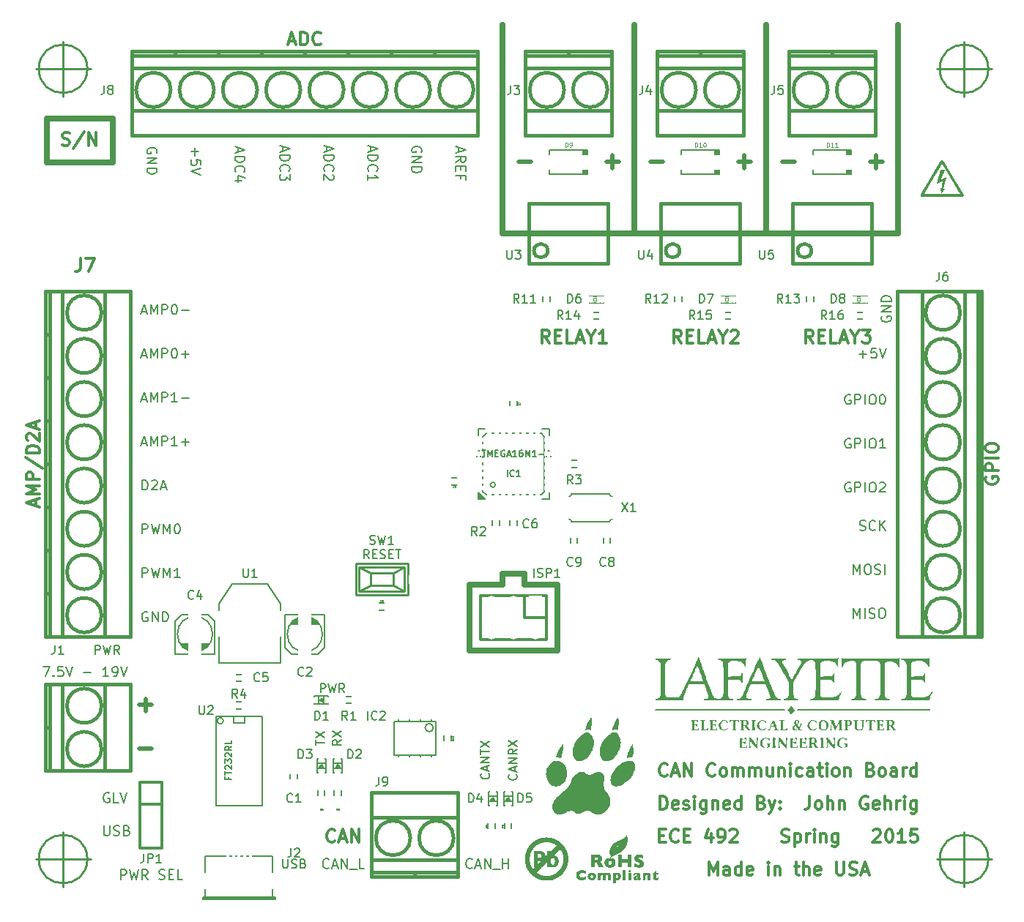
<source format=gto>
G04 (created by PCBNEW (2013-may-18)-stable) date Wed 01 Apr 2015 05:40:54 PM EDT*
%MOIN*%
G04 Gerber Fmt 3.4, Leading zero omitted, Abs format*
%FSLAX34Y34*%
G01*
G70*
G90*
G04 APERTURE LIST*
%ADD10C,0.00590551*%
%ADD11C,0.01875*%
%ADD12C,0.025*%
%ADD13C,0.0075*%
%ADD14C,0.011811*%
%ADD15C,0.01*%
%ADD16C,0.005*%
%ADD17C,0.008*%
%ADD18C,0.012*%
%ADD19C,0.015*%
%ADD20C,0.0059*%
%ADD21C,0.0001*%
%ADD22C,0.0079*%
%ADD23C,0.0026*%
%ADD24C,0.004*%
%ADD25C,0.0016*%
%ADD26C,0.0047*%
%ADD27R,0.05X0.016*%
%ADD28R,0.144X0.08*%
%ADD29R,0.04X0.08*%
%ADD30R,0.025X0.05*%
%ADD31R,0.0394X0.0394*%
%ADD32R,0.06X0.0787*%
%ADD33O,0.06X0.0787*%
%ADD34R,0.0866X0.06*%
%ADD35O,0.0866X0.06*%
%ADD36C,0.0984252*%
%ADD37R,0.0708661X0.0590551*%
%ADD38R,0.0217X0.0512*%
%ADD39R,0.0512X0.0217*%
%ADD40R,0.0723291X0.0998882*%
%ADD41R,0.063X0.1024*%
%ADD42R,0.0394X0.0354*%
%ADD43R,0.0354X0.0394*%
%ADD44R,0.0314X0.0314*%
%ADD45R,0.0747X0.0747*%
%ADD46R,0.0157X0.0531*%
%ADD47R,0.0157X0.053*%
%ADD48R,0.0827X0.0669*%
G04 APERTURE END LIST*
G54D10*
G54D11*
X23035Y-50982D02*
X22464Y-50982D01*
X44285Y-24232D02*
X43714Y-24232D01*
X43999Y-23946D02*
X43999Y-24517D01*
X46285Y-24232D02*
X45714Y-24232D01*
X56285Y-24232D02*
X55714Y-24232D01*
X55999Y-23946D02*
X55999Y-24517D01*
X50285Y-24232D02*
X49714Y-24232D01*
X49999Y-23946D02*
X49999Y-24517D01*
X52285Y-24232D02*
X51714Y-24232D01*
G54D12*
X57000Y-19500D02*
X57000Y-18000D01*
X51000Y-19500D02*
X51000Y-18000D01*
X45000Y-19500D02*
X45000Y-18000D01*
X39000Y-19500D02*
X39000Y-18000D01*
G54D13*
X37614Y-56389D02*
X37592Y-56410D01*
X37528Y-56432D01*
X37485Y-56432D01*
X37421Y-56410D01*
X37378Y-56367D01*
X37357Y-56325D01*
X37335Y-56239D01*
X37335Y-56175D01*
X37357Y-56089D01*
X37378Y-56046D01*
X37421Y-56003D01*
X37485Y-55982D01*
X37528Y-55982D01*
X37592Y-56003D01*
X37614Y-56025D01*
X37785Y-56303D02*
X38000Y-56303D01*
X37742Y-56432D02*
X37892Y-55982D01*
X38042Y-56432D01*
X38192Y-56432D02*
X38192Y-55982D01*
X38450Y-56432D01*
X38450Y-55982D01*
X38557Y-56475D02*
X38900Y-56475D01*
X39007Y-56432D02*
X39007Y-55982D01*
X39007Y-56196D02*
X39264Y-56196D01*
X39264Y-56432D02*
X39264Y-55982D01*
X31100Y-56389D02*
X31078Y-56410D01*
X31014Y-56432D01*
X30971Y-56432D01*
X30907Y-56410D01*
X30864Y-56367D01*
X30842Y-56325D01*
X30821Y-56239D01*
X30821Y-56175D01*
X30842Y-56089D01*
X30864Y-56046D01*
X30907Y-56003D01*
X30971Y-55982D01*
X31014Y-55982D01*
X31078Y-56003D01*
X31100Y-56025D01*
X31271Y-56303D02*
X31485Y-56303D01*
X31228Y-56432D02*
X31378Y-55982D01*
X31528Y-56432D01*
X31678Y-56432D02*
X31678Y-55982D01*
X31935Y-56432D01*
X31935Y-55982D01*
X32042Y-56475D02*
X32385Y-56475D01*
X32707Y-56432D02*
X32492Y-56432D01*
X32492Y-55982D01*
G54D12*
X18250Y-24250D02*
X21250Y-24250D01*
X18250Y-22250D02*
X21250Y-22250D01*
X37500Y-46500D02*
X38000Y-46500D01*
X37500Y-43500D02*
X37500Y-46500D01*
X39000Y-43500D02*
X37500Y-43500D01*
X39000Y-43000D02*
X39000Y-43500D01*
X40000Y-43000D02*
X39000Y-43000D01*
X40000Y-43500D02*
X40000Y-43000D01*
X41500Y-43500D02*
X40000Y-43500D01*
X41500Y-46500D02*
X41500Y-43500D01*
X38000Y-46500D02*
X41500Y-46500D01*
G54D13*
X21628Y-56932D02*
X21628Y-56482D01*
X21800Y-56482D01*
X21842Y-56503D01*
X21864Y-56525D01*
X21885Y-56567D01*
X21885Y-56632D01*
X21864Y-56675D01*
X21842Y-56696D01*
X21800Y-56717D01*
X21628Y-56717D01*
X22035Y-56482D02*
X22142Y-56932D01*
X22228Y-56610D01*
X22314Y-56932D01*
X22421Y-56482D01*
X22850Y-56932D02*
X22700Y-56717D01*
X22592Y-56932D02*
X22592Y-56482D01*
X22764Y-56482D01*
X22807Y-56503D01*
X22828Y-56525D01*
X22850Y-56567D01*
X22850Y-56632D01*
X22828Y-56675D01*
X22807Y-56696D01*
X22764Y-56717D01*
X22592Y-56717D01*
X23364Y-56910D02*
X23428Y-56932D01*
X23535Y-56932D01*
X23578Y-56910D01*
X23600Y-56889D01*
X23621Y-56846D01*
X23621Y-56803D01*
X23600Y-56760D01*
X23578Y-56739D01*
X23535Y-56717D01*
X23450Y-56696D01*
X23407Y-56675D01*
X23385Y-56653D01*
X23364Y-56610D01*
X23364Y-56567D01*
X23385Y-56525D01*
X23407Y-56503D01*
X23450Y-56482D01*
X23557Y-56482D01*
X23621Y-56503D01*
X23814Y-56696D02*
X23964Y-56696D01*
X24028Y-56932D02*
X23814Y-56932D01*
X23814Y-56482D01*
X24028Y-56482D01*
X24435Y-56932D02*
X24221Y-56932D01*
X24221Y-56482D01*
X21092Y-53003D02*
X21050Y-52982D01*
X20985Y-52982D01*
X20921Y-53003D01*
X20878Y-53046D01*
X20857Y-53089D01*
X20835Y-53175D01*
X20835Y-53239D01*
X20857Y-53325D01*
X20878Y-53367D01*
X20921Y-53410D01*
X20985Y-53432D01*
X21028Y-53432D01*
X21092Y-53410D01*
X21114Y-53389D01*
X21114Y-53239D01*
X21028Y-53239D01*
X21521Y-53432D02*
X21307Y-53432D01*
X21307Y-52982D01*
X21607Y-52982D02*
X21757Y-53432D01*
X21907Y-52982D01*
X20857Y-54482D02*
X20857Y-54846D01*
X20878Y-54889D01*
X20900Y-54910D01*
X20942Y-54932D01*
X21028Y-54932D01*
X21071Y-54910D01*
X21092Y-54889D01*
X21114Y-54846D01*
X21114Y-54482D01*
X21307Y-54910D02*
X21371Y-54932D01*
X21478Y-54932D01*
X21521Y-54910D01*
X21542Y-54889D01*
X21564Y-54846D01*
X21564Y-54803D01*
X21542Y-54760D01*
X21521Y-54739D01*
X21478Y-54717D01*
X21392Y-54696D01*
X21350Y-54675D01*
X21328Y-54653D01*
X21307Y-54610D01*
X21307Y-54567D01*
X21328Y-54525D01*
X21350Y-54503D01*
X21392Y-54482D01*
X21500Y-54482D01*
X21564Y-54503D01*
X21907Y-54696D02*
X21971Y-54717D01*
X21992Y-54739D01*
X22014Y-54782D01*
X22014Y-54846D01*
X21992Y-54889D01*
X21971Y-54910D01*
X21928Y-54932D01*
X21757Y-54932D01*
X21757Y-54482D01*
X21907Y-54482D01*
X21950Y-54503D01*
X21971Y-54525D01*
X21992Y-54567D01*
X21992Y-54610D01*
X21971Y-54653D01*
X21950Y-54675D01*
X21907Y-54696D01*
X21757Y-54696D01*
G54D14*
X18962Y-23460D02*
X19046Y-23489D01*
X19187Y-23489D01*
X19243Y-23460D01*
X19271Y-23432D01*
X19300Y-23376D01*
X19300Y-23320D01*
X19271Y-23264D01*
X19243Y-23235D01*
X19187Y-23207D01*
X19075Y-23179D01*
X19018Y-23151D01*
X18990Y-23123D01*
X18962Y-23067D01*
X18962Y-23010D01*
X18990Y-22954D01*
X19018Y-22926D01*
X19075Y-22898D01*
X19215Y-22898D01*
X19300Y-22926D01*
X19974Y-22870D02*
X19468Y-23629D01*
X20171Y-23489D02*
X20171Y-22898D01*
X20509Y-23489D01*
X20509Y-22898D01*
G54D12*
X21250Y-24250D02*
X21250Y-22250D01*
X18250Y-22250D02*
X18250Y-24250D01*
G54D13*
X18092Y-47232D02*
X18392Y-47232D01*
X18200Y-47682D01*
X18564Y-47639D02*
X18585Y-47660D01*
X18564Y-47682D01*
X18542Y-47660D01*
X18564Y-47639D01*
X18564Y-47682D01*
X18992Y-47232D02*
X18778Y-47232D01*
X18757Y-47446D01*
X18778Y-47425D01*
X18821Y-47403D01*
X18928Y-47403D01*
X18971Y-47425D01*
X18992Y-47446D01*
X19014Y-47489D01*
X19014Y-47596D01*
X18992Y-47639D01*
X18971Y-47660D01*
X18928Y-47682D01*
X18821Y-47682D01*
X18778Y-47660D01*
X18757Y-47639D01*
X19142Y-47232D02*
X19292Y-47682D01*
X19442Y-47232D01*
X19935Y-47510D02*
X20278Y-47510D01*
X21071Y-47682D02*
X20814Y-47682D01*
X20942Y-47682D02*
X20942Y-47232D01*
X20900Y-47296D01*
X20857Y-47339D01*
X20814Y-47360D01*
X21285Y-47682D02*
X21371Y-47682D01*
X21414Y-47660D01*
X21435Y-47639D01*
X21478Y-47575D01*
X21500Y-47489D01*
X21500Y-47317D01*
X21478Y-47275D01*
X21457Y-47253D01*
X21414Y-47232D01*
X21328Y-47232D01*
X21285Y-47253D01*
X21264Y-47275D01*
X21242Y-47317D01*
X21242Y-47425D01*
X21264Y-47467D01*
X21285Y-47489D01*
X21328Y-47510D01*
X21414Y-47510D01*
X21457Y-47489D01*
X21478Y-47467D01*
X21500Y-47425D01*
X21628Y-47232D02*
X21778Y-47682D01*
X21928Y-47232D01*
G54D11*
X23035Y-48982D02*
X22464Y-48982D01*
X22749Y-48696D02*
X22749Y-49267D01*
X40285Y-24232D02*
X39714Y-24232D01*
G54D12*
X39000Y-27500D02*
X39000Y-19500D01*
X45000Y-27500D02*
X39000Y-27500D01*
X45000Y-27500D02*
X45000Y-19500D01*
X51000Y-27500D02*
X45000Y-27500D01*
G54D14*
X48400Y-56739D02*
X48400Y-56148D01*
X48597Y-56570D01*
X48794Y-56148D01*
X48794Y-56739D01*
X49328Y-56739D02*
X49328Y-56429D01*
X49300Y-56373D01*
X49244Y-56345D01*
X49131Y-56345D01*
X49075Y-56373D01*
X49328Y-56710D02*
X49272Y-56739D01*
X49131Y-56739D01*
X49075Y-56710D01*
X49047Y-56654D01*
X49047Y-56598D01*
X49075Y-56542D01*
X49131Y-56514D01*
X49272Y-56514D01*
X49328Y-56485D01*
X49862Y-56739D02*
X49862Y-56148D01*
X49862Y-56710D02*
X49806Y-56739D01*
X49694Y-56739D01*
X49637Y-56710D01*
X49609Y-56682D01*
X49581Y-56626D01*
X49581Y-56457D01*
X49609Y-56401D01*
X49637Y-56373D01*
X49694Y-56345D01*
X49806Y-56345D01*
X49862Y-56373D01*
X50368Y-56710D02*
X50312Y-56739D01*
X50200Y-56739D01*
X50143Y-56710D01*
X50115Y-56654D01*
X50115Y-56429D01*
X50143Y-56373D01*
X50200Y-56345D01*
X50312Y-56345D01*
X50368Y-56373D01*
X50397Y-56429D01*
X50397Y-56485D01*
X50115Y-56542D01*
X51100Y-56739D02*
X51100Y-56345D01*
X51100Y-56148D02*
X51071Y-56176D01*
X51100Y-56204D01*
X51128Y-56176D01*
X51100Y-56148D01*
X51100Y-56204D01*
X51381Y-56345D02*
X51381Y-56739D01*
X51381Y-56401D02*
X51409Y-56373D01*
X51465Y-56345D01*
X51550Y-56345D01*
X51606Y-56373D01*
X51634Y-56429D01*
X51634Y-56739D01*
X52281Y-56345D02*
X52506Y-56345D01*
X52365Y-56148D02*
X52365Y-56654D01*
X52393Y-56710D01*
X52449Y-56739D01*
X52506Y-56739D01*
X52703Y-56739D02*
X52703Y-56148D01*
X52956Y-56739D02*
X52956Y-56429D01*
X52928Y-56373D01*
X52871Y-56345D01*
X52787Y-56345D01*
X52731Y-56373D01*
X52703Y-56401D01*
X53462Y-56710D02*
X53406Y-56739D01*
X53293Y-56739D01*
X53237Y-56710D01*
X53209Y-56654D01*
X53209Y-56429D01*
X53237Y-56373D01*
X53293Y-56345D01*
X53406Y-56345D01*
X53462Y-56373D01*
X53490Y-56429D01*
X53490Y-56485D01*
X53209Y-56542D01*
X54193Y-56148D02*
X54193Y-56626D01*
X54221Y-56682D01*
X54249Y-56710D01*
X54305Y-56739D01*
X54418Y-56739D01*
X54474Y-56710D01*
X54502Y-56682D01*
X54530Y-56626D01*
X54530Y-56148D01*
X54784Y-56710D02*
X54868Y-56739D01*
X55008Y-56739D01*
X55065Y-56710D01*
X55093Y-56682D01*
X55121Y-56626D01*
X55121Y-56570D01*
X55093Y-56514D01*
X55065Y-56485D01*
X55008Y-56457D01*
X54896Y-56429D01*
X54840Y-56401D01*
X54812Y-56373D01*
X54784Y-56317D01*
X54784Y-56260D01*
X54812Y-56204D01*
X54840Y-56176D01*
X54896Y-56148D01*
X55037Y-56148D01*
X55121Y-56176D01*
X55346Y-56570D02*
X55627Y-56570D01*
X55290Y-56739D02*
X55487Y-56148D01*
X55683Y-56739D01*
X46136Y-54929D02*
X46333Y-54929D01*
X46417Y-55239D02*
X46136Y-55239D01*
X46136Y-54648D01*
X46417Y-54648D01*
X47008Y-55182D02*
X46980Y-55210D01*
X46895Y-55239D01*
X46839Y-55239D01*
X46755Y-55210D01*
X46699Y-55154D01*
X46670Y-55098D01*
X46642Y-54985D01*
X46642Y-54901D01*
X46670Y-54789D01*
X46699Y-54732D01*
X46755Y-54676D01*
X46839Y-54648D01*
X46895Y-54648D01*
X46980Y-54676D01*
X47008Y-54704D01*
X47261Y-54929D02*
X47458Y-54929D01*
X47542Y-55239D02*
X47261Y-55239D01*
X47261Y-54648D01*
X47542Y-54648D01*
X48498Y-54845D02*
X48498Y-55239D01*
X48358Y-54620D02*
X48217Y-55042D01*
X48583Y-55042D01*
X48836Y-55239D02*
X48948Y-55239D01*
X49005Y-55210D01*
X49033Y-55182D01*
X49089Y-55098D01*
X49117Y-54985D01*
X49117Y-54760D01*
X49089Y-54704D01*
X49061Y-54676D01*
X49005Y-54648D01*
X48892Y-54648D01*
X48836Y-54676D01*
X48808Y-54704D01*
X48780Y-54760D01*
X48780Y-54901D01*
X48808Y-54957D01*
X48836Y-54985D01*
X48892Y-55014D01*
X49005Y-55014D01*
X49061Y-54985D01*
X49089Y-54957D01*
X49117Y-54901D01*
X49342Y-54704D02*
X49370Y-54676D01*
X49426Y-54648D01*
X49567Y-54648D01*
X49623Y-54676D01*
X49651Y-54704D01*
X49679Y-54760D01*
X49679Y-54817D01*
X49651Y-54901D01*
X49314Y-55239D01*
X49679Y-55239D01*
X51704Y-55210D02*
X51789Y-55239D01*
X51929Y-55239D01*
X51985Y-55210D01*
X52014Y-55182D01*
X52042Y-55126D01*
X52042Y-55070D01*
X52014Y-55014D01*
X51985Y-54985D01*
X51929Y-54957D01*
X51817Y-54929D01*
X51760Y-54901D01*
X51732Y-54873D01*
X51704Y-54817D01*
X51704Y-54760D01*
X51732Y-54704D01*
X51760Y-54676D01*
X51817Y-54648D01*
X51957Y-54648D01*
X52042Y-54676D01*
X52295Y-54845D02*
X52295Y-55435D01*
X52295Y-54873D02*
X52351Y-54845D01*
X52464Y-54845D01*
X52520Y-54873D01*
X52548Y-54901D01*
X52576Y-54957D01*
X52576Y-55126D01*
X52548Y-55182D01*
X52520Y-55210D01*
X52464Y-55239D01*
X52351Y-55239D01*
X52295Y-55210D01*
X52829Y-55239D02*
X52829Y-54845D01*
X52829Y-54957D02*
X52857Y-54901D01*
X52885Y-54873D01*
X52942Y-54845D01*
X52998Y-54845D01*
X53195Y-55239D02*
X53195Y-54845D01*
X53195Y-54648D02*
X53167Y-54676D01*
X53195Y-54704D01*
X53223Y-54676D01*
X53195Y-54648D01*
X53195Y-54704D01*
X53476Y-54845D02*
X53476Y-55239D01*
X53476Y-54901D02*
X53504Y-54873D01*
X53560Y-54845D01*
X53645Y-54845D01*
X53701Y-54873D01*
X53729Y-54929D01*
X53729Y-55239D01*
X54263Y-54845D02*
X54263Y-55323D01*
X54235Y-55379D01*
X54207Y-55407D01*
X54151Y-55435D01*
X54066Y-55435D01*
X54010Y-55407D01*
X54263Y-55210D02*
X54207Y-55239D01*
X54095Y-55239D01*
X54038Y-55210D01*
X54010Y-55182D01*
X53982Y-55126D01*
X53982Y-54957D01*
X54010Y-54901D01*
X54038Y-54873D01*
X54095Y-54845D01*
X54207Y-54845D01*
X54263Y-54873D01*
X55866Y-54704D02*
X55894Y-54676D01*
X55951Y-54648D01*
X56091Y-54648D01*
X56147Y-54676D01*
X56176Y-54704D01*
X56204Y-54760D01*
X56204Y-54817D01*
X56176Y-54901D01*
X55838Y-55239D01*
X56204Y-55239D01*
X56569Y-54648D02*
X56625Y-54648D01*
X56682Y-54676D01*
X56710Y-54704D01*
X56738Y-54760D01*
X56766Y-54873D01*
X56766Y-55014D01*
X56738Y-55126D01*
X56710Y-55182D01*
X56682Y-55210D01*
X56625Y-55239D01*
X56569Y-55239D01*
X56513Y-55210D01*
X56485Y-55182D01*
X56457Y-55126D01*
X56429Y-55014D01*
X56429Y-54873D01*
X56457Y-54760D01*
X56485Y-54704D01*
X56513Y-54676D01*
X56569Y-54648D01*
X57329Y-55239D02*
X56991Y-55239D01*
X57160Y-55239D02*
X57160Y-54648D01*
X57104Y-54732D01*
X57047Y-54789D01*
X56991Y-54817D01*
X57863Y-54648D02*
X57582Y-54648D01*
X57553Y-54929D01*
X57582Y-54901D01*
X57638Y-54873D01*
X57778Y-54873D01*
X57835Y-54901D01*
X57863Y-54929D01*
X57891Y-54985D01*
X57891Y-55126D01*
X57863Y-55182D01*
X57835Y-55210D01*
X57778Y-55239D01*
X57638Y-55239D01*
X57582Y-55210D01*
X57553Y-55182D01*
X46164Y-53739D02*
X46164Y-53148D01*
X46305Y-53148D01*
X46389Y-53176D01*
X46446Y-53232D01*
X46474Y-53289D01*
X46502Y-53401D01*
X46502Y-53485D01*
X46474Y-53598D01*
X46446Y-53654D01*
X46389Y-53710D01*
X46305Y-53739D01*
X46164Y-53739D01*
X46980Y-53710D02*
X46924Y-53739D01*
X46811Y-53739D01*
X46755Y-53710D01*
X46727Y-53654D01*
X46727Y-53429D01*
X46755Y-53373D01*
X46811Y-53345D01*
X46924Y-53345D01*
X46980Y-53373D01*
X47008Y-53429D01*
X47008Y-53485D01*
X46727Y-53542D01*
X47233Y-53710D02*
X47289Y-53739D01*
X47402Y-53739D01*
X47458Y-53710D01*
X47486Y-53654D01*
X47486Y-53626D01*
X47458Y-53570D01*
X47402Y-53542D01*
X47317Y-53542D01*
X47261Y-53514D01*
X47233Y-53457D01*
X47233Y-53429D01*
X47261Y-53373D01*
X47317Y-53345D01*
X47402Y-53345D01*
X47458Y-53373D01*
X47739Y-53739D02*
X47739Y-53345D01*
X47739Y-53148D02*
X47711Y-53176D01*
X47739Y-53204D01*
X47767Y-53176D01*
X47739Y-53148D01*
X47739Y-53204D01*
X48273Y-53345D02*
X48273Y-53823D01*
X48245Y-53879D01*
X48217Y-53907D01*
X48161Y-53935D01*
X48077Y-53935D01*
X48020Y-53907D01*
X48273Y-53710D02*
X48217Y-53739D01*
X48105Y-53739D01*
X48048Y-53710D01*
X48020Y-53682D01*
X47992Y-53626D01*
X47992Y-53457D01*
X48020Y-53401D01*
X48048Y-53373D01*
X48105Y-53345D01*
X48217Y-53345D01*
X48273Y-53373D01*
X48555Y-53345D02*
X48555Y-53739D01*
X48555Y-53401D02*
X48583Y-53373D01*
X48639Y-53345D01*
X48723Y-53345D01*
X48780Y-53373D01*
X48808Y-53429D01*
X48808Y-53739D01*
X49314Y-53710D02*
X49258Y-53739D01*
X49145Y-53739D01*
X49089Y-53710D01*
X49061Y-53654D01*
X49061Y-53429D01*
X49089Y-53373D01*
X49145Y-53345D01*
X49258Y-53345D01*
X49314Y-53373D01*
X49342Y-53429D01*
X49342Y-53485D01*
X49061Y-53542D01*
X49848Y-53739D02*
X49848Y-53148D01*
X49848Y-53710D02*
X49792Y-53739D01*
X49679Y-53739D01*
X49623Y-53710D01*
X49595Y-53682D01*
X49567Y-53626D01*
X49567Y-53457D01*
X49595Y-53401D01*
X49623Y-53373D01*
X49679Y-53345D01*
X49792Y-53345D01*
X49848Y-53373D01*
X50776Y-53429D02*
X50861Y-53457D01*
X50889Y-53485D01*
X50917Y-53542D01*
X50917Y-53626D01*
X50889Y-53682D01*
X50861Y-53710D01*
X50804Y-53739D01*
X50579Y-53739D01*
X50579Y-53148D01*
X50776Y-53148D01*
X50832Y-53176D01*
X50861Y-53204D01*
X50889Y-53260D01*
X50889Y-53317D01*
X50861Y-53373D01*
X50832Y-53401D01*
X50776Y-53429D01*
X50579Y-53429D01*
X51114Y-53345D02*
X51254Y-53739D01*
X51395Y-53345D02*
X51254Y-53739D01*
X51198Y-53879D01*
X51170Y-53907D01*
X51114Y-53935D01*
X51620Y-53682D02*
X51648Y-53710D01*
X51620Y-53739D01*
X51592Y-53710D01*
X51620Y-53682D01*
X51620Y-53739D01*
X51620Y-53373D02*
X51648Y-53401D01*
X51620Y-53429D01*
X51592Y-53401D01*
X51620Y-53373D01*
X51620Y-53429D01*
X52970Y-53148D02*
X52970Y-53570D01*
X52942Y-53654D01*
X52885Y-53710D01*
X52801Y-53739D01*
X52745Y-53739D01*
X53335Y-53739D02*
X53279Y-53710D01*
X53251Y-53682D01*
X53223Y-53626D01*
X53223Y-53457D01*
X53251Y-53401D01*
X53279Y-53373D01*
X53335Y-53345D01*
X53420Y-53345D01*
X53476Y-53373D01*
X53504Y-53401D01*
X53532Y-53457D01*
X53532Y-53626D01*
X53504Y-53682D01*
X53476Y-53710D01*
X53420Y-53739D01*
X53335Y-53739D01*
X53785Y-53739D02*
X53785Y-53148D01*
X54038Y-53739D02*
X54038Y-53429D01*
X54010Y-53373D01*
X53954Y-53345D01*
X53870Y-53345D01*
X53813Y-53373D01*
X53785Y-53401D01*
X54320Y-53345D02*
X54320Y-53739D01*
X54320Y-53401D02*
X54348Y-53373D01*
X54404Y-53345D01*
X54488Y-53345D01*
X54544Y-53373D01*
X54573Y-53429D01*
X54573Y-53739D01*
X55613Y-53176D02*
X55557Y-53148D01*
X55473Y-53148D01*
X55388Y-53176D01*
X55332Y-53232D01*
X55304Y-53289D01*
X55276Y-53401D01*
X55276Y-53485D01*
X55304Y-53598D01*
X55332Y-53654D01*
X55388Y-53710D01*
X55473Y-53739D01*
X55529Y-53739D01*
X55613Y-53710D01*
X55641Y-53682D01*
X55641Y-53485D01*
X55529Y-53485D01*
X56119Y-53710D02*
X56063Y-53739D01*
X55951Y-53739D01*
X55894Y-53710D01*
X55866Y-53654D01*
X55866Y-53429D01*
X55894Y-53373D01*
X55951Y-53345D01*
X56063Y-53345D01*
X56119Y-53373D01*
X56147Y-53429D01*
X56147Y-53485D01*
X55866Y-53542D01*
X56401Y-53739D02*
X56401Y-53148D01*
X56654Y-53739D02*
X56654Y-53429D01*
X56625Y-53373D01*
X56569Y-53345D01*
X56485Y-53345D01*
X56429Y-53373D01*
X56401Y-53401D01*
X56935Y-53739D02*
X56935Y-53345D01*
X56935Y-53457D02*
X56963Y-53401D01*
X56991Y-53373D01*
X57047Y-53345D01*
X57104Y-53345D01*
X57300Y-53739D02*
X57300Y-53345D01*
X57300Y-53148D02*
X57272Y-53176D01*
X57300Y-53204D01*
X57329Y-53176D01*
X57300Y-53148D01*
X57300Y-53204D01*
X57835Y-53345D02*
X57835Y-53823D01*
X57807Y-53879D01*
X57778Y-53907D01*
X57722Y-53935D01*
X57638Y-53935D01*
X57582Y-53907D01*
X57835Y-53710D02*
X57778Y-53739D01*
X57666Y-53739D01*
X57610Y-53710D01*
X57582Y-53682D01*
X57553Y-53626D01*
X57553Y-53457D01*
X57582Y-53401D01*
X57610Y-53373D01*
X57666Y-53345D01*
X57778Y-53345D01*
X57835Y-53373D01*
X46502Y-52182D02*
X46474Y-52210D01*
X46389Y-52239D01*
X46333Y-52239D01*
X46249Y-52210D01*
X46192Y-52154D01*
X46164Y-52098D01*
X46136Y-51985D01*
X46136Y-51901D01*
X46164Y-51789D01*
X46192Y-51732D01*
X46249Y-51676D01*
X46333Y-51648D01*
X46389Y-51648D01*
X46474Y-51676D01*
X46502Y-51704D01*
X46727Y-52070D02*
X47008Y-52070D01*
X46670Y-52239D02*
X46867Y-51648D01*
X47064Y-52239D01*
X47261Y-52239D02*
X47261Y-51648D01*
X47598Y-52239D01*
X47598Y-51648D01*
X48667Y-52182D02*
X48639Y-52210D01*
X48555Y-52239D01*
X48498Y-52239D01*
X48414Y-52210D01*
X48358Y-52154D01*
X48330Y-52098D01*
X48302Y-51985D01*
X48302Y-51901D01*
X48330Y-51789D01*
X48358Y-51732D01*
X48414Y-51676D01*
X48498Y-51648D01*
X48555Y-51648D01*
X48639Y-51676D01*
X48667Y-51704D01*
X49005Y-52239D02*
X48948Y-52210D01*
X48920Y-52182D01*
X48892Y-52126D01*
X48892Y-51957D01*
X48920Y-51901D01*
X48948Y-51873D01*
X49005Y-51845D01*
X49089Y-51845D01*
X49145Y-51873D01*
X49173Y-51901D01*
X49201Y-51957D01*
X49201Y-52126D01*
X49173Y-52182D01*
X49145Y-52210D01*
X49089Y-52239D01*
X49005Y-52239D01*
X49455Y-52239D02*
X49455Y-51845D01*
X49455Y-51901D02*
X49483Y-51873D01*
X49539Y-51845D01*
X49623Y-51845D01*
X49679Y-51873D01*
X49708Y-51929D01*
X49708Y-52239D01*
X49708Y-51929D02*
X49736Y-51873D01*
X49792Y-51845D01*
X49876Y-51845D01*
X49933Y-51873D01*
X49961Y-51929D01*
X49961Y-52239D01*
X50242Y-52239D02*
X50242Y-51845D01*
X50242Y-51901D02*
X50270Y-51873D01*
X50326Y-51845D01*
X50411Y-51845D01*
X50467Y-51873D01*
X50495Y-51929D01*
X50495Y-52239D01*
X50495Y-51929D02*
X50523Y-51873D01*
X50579Y-51845D01*
X50664Y-51845D01*
X50720Y-51873D01*
X50748Y-51929D01*
X50748Y-52239D01*
X51282Y-51845D02*
X51282Y-52239D01*
X51029Y-51845D02*
X51029Y-52154D01*
X51057Y-52210D01*
X51114Y-52239D01*
X51198Y-52239D01*
X51254Y-52210D01*
X51282Y-52182D01*
X51564Y-51845D02*
X51564Y-52239D01*
X51564Y-51901D02*
X51592Y-51873D01*
X51648Y-51845D01*
X51732Y-51845D01*
X51789Y-51873D01*
X51817Y-51929D01*
X51817Y-52239D01*
X52098Y-52239D02*
X52098Y-51845D01*
X52098Y-51648D02*
X52070Y-51676D01*
X52098Y-51704D01*
X52126Y-51676D01*
X52098Y-51648D01*
X52098Y-51704D01*
X52632Y-52210D02*
X52576Y-52239D01*
X52464Y-52239D01*
X52407Y-52210D01*
X52379Y-52182D01*
X52351Y-52126D01*
X52351Y-51957D01*
X52379Y-51901D01*
X52407Y-51873D01*
X52464Y-51845D01*
X52576Y-51845D01*
X52632Y-51873D01*
X53138Y-52239D02*
X53138Y-51929D01*
X53110Y-51873D01*
X53054Y-51845D01*
X52942Y-51845D01*
X52885Y-51873D01*
X53138Y-52210D02*
X53082Y-52239D01*
X52942Y-52239D01*
X52885Y-52210D01*
X52857Y-52154D01*
X52857Y-52098D01*
X52885Y-52042D01*
X52942Y-52014D01*
X53082Y-52014D01*
X53138Y-51985D01*
X53335Y-51845D02*
X53560Y-51845D01*
X53420Y-51648D02*
X53420Y-52154D01*
X53448Y-52210D01*
X53504Y-52239D01*
X53560Y-52239D01*
X53757Y-52239D02*
X53757Y-51845D01*
X53757Y-51648D02*
X53729Y-51676D01*
X53757Y-51704D01*
X53785Y-51676D01*
X53757Y-51648D01*
X53757Y-51704D01*
X54123Y-52239D02*
X54066Y-52210D01*
X54038Y-52182D01*
X54010Y-52126D01*
X54010Y-51957D01*
X54038Y-51901D01*
X54066Y-51873D01*
X54123Y-51845D01*
X54207Y-51845D01*
X54263Y-51873D01*
X54291Y-51901D01*
X54320Y-51957D01*
X54320Y-52126D01*
X54291Y-52182D01*
X54263Y-52210D01*
X54207Y-52239D01*
X54123Y-52239D01*
X54573Y-51845D02*
X54573Y-52239D01*
X54573Y-51901D02*
X54601Y-51873D01*
X54657Y-51845D01*
X54741Y-51845D01*
X54798Y-51873D01*
X54826Y-51929D01*
X54826Y-52239D01*
X55754Y-51929D02*
X55838Y-51957D01*
X55866Y-51985D01*
X55894Y-52042D01*
X55894Y-52126D01*
X55866Y-52182D01*
X55838Y-52210D01*
X55782Y-52239D01*
X55557Y-52239D01*
X55557Y-51648D01*
X55754Y-51648D01*
X55810Y-51676D01*
X55838Y-51704D01*
X55866Y-51760D01*
X55866Y-51817D01*
X55838Y-51873D01*
X55810Y-51901D01*
X55754Y-51929D01*
X55557Y-51929D01*
X56232Y-52239D02*
X56176Y-52210D01*
X56147Y-52182D01*
X56119Y-52126D01*
X56119Y-51957D01*
X56147Y-51901D01*
X56176Y-51873D01*
X56232Y-51845D01*
X56316Y-51845D01*
X56372Y-51873D01*
X56401Y-51901D01*
X56429Y-51957D01*
X56429Y-52126D01*
X56401Y-52182D01*
X56372Y-52210D01*
X56316Y-52239D01*
X56232Y-52239D01*
X56935Y-52239D02*
X56935Y-51929D01*
X56907Y-51873D01*
X56850Y-51845D01*
X56738Y-51845D01*
X56682Y-51873D01*
X56935Y-52210D02*
X56879Y-52239D01*
X56738Y-52239D01*
X56682Y-52210D01*
X56654Y-52154D01*
X56654Y-52098D01*
X56682Y-52042D01*
X56738Y-52014D01*
X56879Y-52014D01*
X56935Y-51985D01*
X57216Y-52239D02*
X57216Y-51845D01*
X57216Y-51957D02*
X57244Y-51901D01*
X57272Y-51873D01*
X57329Y-51845D01*
X57385Y-51845D01*
X57835Y-52239D02*
X57835Y-51648D01*
X57835Y-52210D02*
X57778Y-52239D01*
X57666Y-52239D01*
X57610Y-52210D01*
X57582Y-52182D01*
X57553Y-52126D01*
X57553Y-51957D01*
X57582Y-51901D01*
X57610Y-51873D01*
X57666Y-51845D01*
X57778Y-51845D01*
X57835Y-51873D01*
G54D12*
X57000Y-27500D02*
X57000Y-19500D01*
X51000Y-27500D02*
X57000Y-27500D01*
X51000Y-19500D02*
X51000Y-27500D01*
G54D13*
X54978Y-45032D02*
X54978Y-44582D01*
X55128Y-44903D01*
X55278Y-44582D01*
X55278Y-45032D01*
X55492Y-45032D02*
X55492Y-44582D01*
X55685Y-45010D02*
X55750Y-45032D01*
X55857Y-45032D01*
X55900Y-45010D01*
X55921Y-44989D01*
X55942Y-44946D01*
X55942Y-44903D01*
X55921Y-44860D01*
X55900Y-44839D01*
X55857Y-44817D01*
X55771Y-44796D01*
X55728Y-44775D01*
X55707Y-44753D01*
X55685Y-44710D01*
X55685Y-44667D01*
X55707Y-44625D01*
X55728Y-44603D01*
X55771Y-44582D01*
X55878Y-44582D01*
X55942Y-44603D01*
X56221Y-44582D02*
X56307Y-44582D01*
X56350Y-44603D01*
X56392Y-44646D01*
X56414Y-44732D01*
X56414Y-44882D01*
X56392Y-44967D01*
X56350Y-45010D01*
X56307Y-45032D01*
X56221Y-45032D01*
X56178Y-45010D01*
X56135Y-44967D01*
X56114Y-44882D01*
X56114Y-44732D01*
X56135Y-44646D01*
X56178Y-44603D01*
X56221Y-44582D01*
X54828Y-38853D02*
X54785Y-38832D01*
X54721Y-38832D01*
X54657Y-38853D01*
X54614Y-38896D01*
X54592Y-38939D01*
X54571Y-39025D01*
X54571Y-39089D01*
X54592Y-39175D01*
X54614Y-39217D01*
X54657Y-39260D01*
X54721Y-39282D01*
X54764Y-39282D01*
X54828Y-39260D01*
X54850Y-39239D01*
X54850Y-39089D01*
X54764Y-39089D01*
X55042Y-39282D02*
X55042Y-38832D01*
X55214Y-38832D01*
X55257Y-38853D01*
X55278Y-38875D01*
X55300Y-38917D01*
X55300Y-38982D01*
X55278Y-39025D01*
X55257Y-39046D01*
X55214Y-39067D01*
X55042Y-39067D01*
X55492Y-39282D02*
X55492Y-38832D01*
X55792Y-38832D02*
X55878Y-38832D01*
X55921Y-38853D01*
X55964Y-38896D01*
X55985Y-38982D01*
X55985Y-39132D01*
X55964Y-39217D01*
X55921Y-39260D01*
X55878Y-39282D01*
X55792Y-39282D01*
X55750Y-39260D01*
X55707Y-39217D01*
X55685Y-39132D01*
X55685Y-38982D01*
X55707Y-38896D01*
X55750Y-38853D01*
X55792Y-38832D01*
X56157Y-38875D02*
X56178Y-38853D01*
X56221Y-38832D01*
X56328Y-38832D01*
X56371Y-38853D01*
X56392Y-38875D01*
X56414Y-38917D01*
X56414Y-38960D01*
X56392Y-39025D01*
X56135Y-39282D01*
X56414Y-39282D01*
X54828Y-34853D02*
X54785Y-34832D01*
X54721Y-34832D01*
X54657Y-34853D01*
X54614Y-34896D01*
X54592Y-34939D01*
X54571Y-35025D01*
X54571Y-35089D01*
X54592Y-35175D01*
X54614Y-35217D01*
X54657Y-35260D01*
X54721Y-35282D01*
X54764Y-35282D01*
X54828Y-35260D01*
X54850Y-35239D01*
X54850Y-35089D01*
X54764Y-35089D01*
X55042Y-35282D02*
X55042Y-34832D01*
X55214Y-34832D01*
X55257Y-34853D01*
X55278Y-34875D01*
X55300Y-34917D01*
X55300Y-34982D01*
X55278Y-35025D01*
X55257Y-35046D01*
X55214Y-35067D01*
X55042Y-35067D01*
X55492Y-35282D02*
X55492Y-34832D01*
X55792Y-34832D02*
X55878Y-34832D01*
X55921Y-34853D01*
X55964Y-34896D01*
X55985Y-34982D01*
X55985Y-35132D01*
X55964Y-35217D01*
X55921Y-35260D01*
X55878Y-35282D01*
X55792Y-35282D01*
X55750Y-35260D01*
X55707Y-35217D01*
X55685Y-35132D01*
X55685Y-34982D01*
X55707Y-34896D01*
X55750Y-34853D01*
X55792Y-34832D01*
X56264Y-34832D02*
X56307Y-34832D01*
X56350Y-34853D01*
X56371Y-34875D01*
X56392Y-34917D01*
X56414Y-35003D01*
X56414Y-35110D01*
X56392Y-35196D01*
X56371Y-35239D01*
X56350Y-35260D01*
X56307Y-35282D01*
X56264Y-35282D01*
X56221Y-35260D01*
X56200Y-35239D01*
X56178Y-35196D01*
X56157Y-35110D01*
X56157Y-35003D01*
X56178Y-34917D01*
X56200Y-34875D01*
X56221Y-34853D01*
X56264Y-34832D01*
X54828Y-36853D02*
X54785Y-36832D01*
X54721Y-36832D01*
X54657Y-36853D01*
X54614Y-36896D01*
X54592Y-36939D01*
X54571Y-37025D01*
X54571Y-37089D01*
X54592Y-37175D01*
X54614Y-37217D01*
X54657Y-37260D01*
X54721Y-37282D01*
X54764Y-37282D01*
X54828Y-37260D01*
X54850Y-37239D01*
X54850Y-37089D01*
X54764Y-37089D01*
X55042Y-37282D02*
X55042Y-36832D01*
X55214Y-36832D01*
X55257Y-36853D01*
X55278Y-36875D01*
X55300Y-36917D01*
X55300Y-36982D01*
X55278Y-37025D01*
X55257Y-37046D01*
X55214Y-37067D01*
X55042Y-37067D01*
X55492Y-37282D02*
X55492Y-36832D01*
X55792Y-36832D02*
X55878Y-36832D01*
X55921Y-36853D01*
X55964Y-36896D01*
X55985Y-36982D01*
X55985Y-37132D01*
X55964Y-37217D01*
X55921Y-37260D01*
X55878Y-37282D01*
X55792Y-37282D01*
X55750Y-37260D01*
X55707Y-37217D01*
X55685Y-37132D01*
X55685Y-36982D01*
X55707Y-36896D01*
X55750Y-36853D01*
X55792Y-36832D01*
X56414Y-37282D02*
X56157Y-37282D01*
X56285Y-37282D02*
X56285Y-36832D01*
X56242Y-36896D01*
X56200Y-36939D01*
X56157Y-36960D01*
X55257Y-41010D02*
X55321Y-41032D01*
X55428Y-41032D01*
X55471Y-41010D01*
X55492Y-40989D01*
X55514Y-40946D01*
X55514Y-40903D01*
X55492Y-40860D01*
X55471Y-40839D01*
X55428Y-40817D01*
X55342Y-40796D01*
X55300Y-40775D01*
X55278Y-40753D01*
X55257Y-40710D01*
X55257Y-40667D01*
X55278Y-40625D01*
X55300Y-40603D01*
X55342Y-40582D01*
X55450Y-40582D01*
X55514Y-40603D01*
X55964Y-40989D02*
X55942Y-41010D01*
X55878Y-41032D01*
X55835Y-41032D01*
X55771Y-41010D01*
X55728Y-40967D01*
X55707Y-40925D01*
X55685Y-40839D01*
X55685Y-40775D01*
X55707Y-40689D01*
X55728Y-40646D01*
X55771Y-40603D01*
X55835Y-40582D01*
X55878Y-40582D01*
X55942Y-40603D01*
X55964Y-40625D01*
X56157Y-41032D02*
X56157Y-40582D01*
X56414Y-41032D02*
X56221Y-40775D01*
X56414Y-40582D02*
X56157Y-40839D01*
X54978Y-43032D02*
X54978Y-42582D01*
X55128Y-42903D01*
X55278Y-42582D01*
X55278Y-43032D01*
X55578Y-42582D02*
X55664Y-42582D01*
X55707Y-42603D01*
X55750Y-42646D01*
X55771Y-42732D01*
X55771Y-42882D01*
X55750Y-42967D01*
X55707Y-43010D01*
X55664Y-43032D01*
X55578Y-43032D01*
X55535Y-43010D01*
X55492Y-42967D01*
X55471Y-42882D01*
X55471Y-42732D01*
X55492Y-42646D01*
X55535Y-42603D01*
X55578Y-42582D01*
X55942Y-43010D02*
X56007Y-43032D01*
X56114Y-43032D01*
X56157Y-43010D01*
X56178Y-42989D01*
X56200Y-42946D01*
X56200Y-42903D01*
X56178Y-42860D01*
X56157Y-42839D01*
X56114Y-42817D01*
X56028Y-42796D01*
X55985Y-42775D01*
X55964Y-42753D01*
X55942Y-42710D01*
X55942Y-42667D01*
X55964Y-42625D01*
X55985Y-42603D01*
X56028Y-42582D01*
X56135Y-42582D01*
X56200Y-42603D01*
X56392Y-43032D02*
X56392Y-42582D01*
X55235Y-33010D02*
X55578Y-33010D01*
X55407Y-33182D02*
X55407Y-32839D01*
X56007Y-32732D02*
X55792Y-32732D01*
X55771Y-32946D01*
X55792Y-32925D01*
X55835Y-32903D01*
X55942Y-32903D01*
X55985Y-32925D01*
X56007Y-32946D01*
X56028Y-32989D01*
X56028Y-33096D01*
X56007Y-33139D01*
X55985Y-33160D01*
X55942Y-33182D01*
X55835Y-33182D01*
X55792Y-33160D01*
X55771Y-33139D01*
X56157Y-32732D02*
X56307Y-33182D01*
X56457Y-32732D01*
X56253Y-31278D02*
X56232Y-31321D01*
X56232Y-31385D01*
X56253Y-31450D01*
X56296Y-31492D01*
X56339Y-31514D01*
X56425Y-31535D01*
X56489Y-31535D01*
X56575Y-31514D01*
X56617Y-31492D01*
X56660Y-31450D01*
X56682Y-31385D01*
X56682Y-31342D01*
X56660Y-31278D01*
X56639Y-31257D01*
X56489Y-31257D01*
X56489Y-31342D01*
X56682Y-31064D02*
X56232Y-31064D01*
X56682Y-30807D01*
X56232Y-30807D01*
X56682Y-30592D02*
X56232Y-30592D01*
X56232Y-30485D01*
X56253Y-30421D01*
X56296Y-30378D01*
X56339Y-30357D01*
X56425Y-30335D01*
X56489Y-30335D01*
X56575Y-30357D01*
X56617Y-30378D01*
X56660Y-30421D01*
X56682Y-30485D01*
X56682Y-30592D01*
X28996Y-23535D02*
X28996Y-23750D01*
X28867Y-23492D02*
X29317Y-23642D01*
X28867Y-23792D01*
X28867Y-23942D02*
X29317Y-23942D01*
X29317Y-24050D01*
X29296Y-24114D01*
X29253Y-24157D01*
X29210Y-24178D01*
X29125Y-24200D01*
X29060Y-24200D01*
X28975Y-24178D01*
X28932Y-24157D01*
X28889Y-24114D01*
X28867Y-24050D01*
X28867Y-23942D01*
X28910Y-24650D02*
X28889Y-24628D01*
X28867Y-24564D01*
X28867Y-24521D01*
X28889Y-24457D01*
X28932Y-24414D01*
X28975Y-24392D01*
X29060Y-24371D01*
X29125Y-24371D01*
X29210Y-24392D01*
X29253Y-24414D01*
X29296Y-24457D01*
X29317Y-24521D01*
X29317Y-24564D01*
X29296Y-24628D01*
X29275Y-24650D01*
X29317Y-24800D02*
X29317Y-25078D01*
X29146Y-24928D01*
X29146Y-24992D01*
X29125Y-25035D01*
X29103Y-25057D01*
X29060Y-25078D01*
X28953Y-25078D01*
X28910Y-25057D01*
X28889Y-25035D01*
X28867Y-24992D01*
X28867Y-24864D01*
X28889Y-24821D01*
X28910Y-24800D01*
X30996Y-23535D02*
X30996Y-23750D01*
X30867Y-23492D02*
X31317Y-23642D01*
X30867Y-23792D01*
X30867Y-23942D02*
X31317Y-23942D01*
X31317Y-24050D01*
X31296Y-24114D01*
X31253Y-24157D01*
X31210Y-24178D01*
X31125Y-24200D01*
X31060Y-24200D01*
X30975Y-24178D01*
X30932Y-24157D01*
X30889Y-24114D01*
X30867Y-24050D01*
X30867Y-23942D01*
X30910Y-24650D02*
X30889Y-24628D01*
X30867Y-24564D01*
X30867Y-24521D01*
X30889Y-24457D01*
X30932Y-24414D01*
X30975Y-24392D01*
X31060Y-24371D01*
X31125Y-24371D01*
X31210Y-24392D01*
X31253Y-24414D01*
X31296Y-24457D01*
X31317Y-24521D01*
X31317Y-24564D01*
X31296Y-24628D01*
X31275Y-24650D01*
X31275Y-24821D02*
X31296Y-24842D01*
X31317Y-24885D01*
X31317Y-24992D01*
X31296Y-25035D01*
X31275Y-25057D01*
X31232Y-25078D01*
X31189Y-25078D01*
X31125Y-25057D01*
X30867Y-24800D01*
X30867Y-25078D01*
X35296Y-23792D02*
X35317Y-23750D01*
X35317Y-23685D01*
X35296Y-23621D01*
X35253Y-23578D01*
X35210Y-23557D01*
X35125Y-23535D01*
X35060Y-23535D01*
X34975Y-23557D01*
X34932Y-23578D01*
X34889Y-23621D01*
X34867Y-23685D01*
X34867Y-23728D01*
X34889Y-23792D01*
X34910Y-23814D01*
X35060Y-23814D01*
X35060Y-23728D01*
X34867Y-24007D02*
X35317Y-24007D01*
X34867Y-24264D01*
X35317Y-24264D01*
X34867Y-24478D02*
X35317Y-24478D01*
X35317Y-24585D01*
X35296Y-24650D01*
X35253Y-24692D01*
X35210Y-24714D01*
X35125Y-24735D01*
X35060Y-24735D01*
X34975Y-24714D01*
X34932Y-24692D01*
X34889Y-24650D01*
X34867Y-24585D01*
X34867Y-24478D01*
X32996Y-23535D02*
X32996Y-23750D01*
X32867Y-23492D02*
X33317Y-23642D01*
X32867Y-23792D01*
X32867Y-23942D02*
X33317Y-23942D01*
X33317Y-24050D01*
X33296Y-24114D01*
X33253Y-24157D01*
X33210Y-24178D01*
X33125Y-24200D01*
X33060Y-24200D01*
X32975Y-24178D01*
X32932Y-24157D01*
X32889Y-24114D01*
X32867Y-24050D01*
X32867Y-23942D01*
X32910Y-24650D02*
X32889Y-24628D01*
X32867Y-24564D01*
X32867Y-24521D01*
X32889Y-24457D01*
X32932Y-24414D01*
X32975Y-24392D01*
X33060Y-24371D01*
X33125Y-24371D01*
X33210Y-24392D01*
X33253Y-24414D01*
X33296Y-24457D01*
X33317Y-24521D01*
X33317Y-24564D01*
X33296Y-24628D01*
X33275Y-24650D01*
X32867Y-25078D02*
X32867Y-24821D01*
X32867Y-24950D02*
X33317Y-24950D01*
X33253Y-24907D01*
X33210Y-24864D01*
X33189Y-24821D01*
X36996Y-23585D02*
X36996Y-23800D01*
X36867Y-23542D02*
X37317Y-23692D01*
X36867Y-23842D01*
X36867Y-24250D02*
X37082Y-24100D01*
X36867Y-23992D02*
X37317Y-23992D01*
X37317Y-24164D01*
X37296Y-24207D01*
X37275Y-24228D01*
X37232Y-24250D01*
X37167Y-24250D01*
X37125Y-24228D01*
X37103Y-24207D01*
X37082Y-24164D01*
X37082Y-23992D01*
X37103Y-24442D02*
X37103Y-24592D01*
X36867Y-24657D02*
X36867Y-24442D01*
X37317Y-24442D01*
X37317Y-24657D01*
X37103Y-25000D02*
X37103Y-24850D01*
X36867Y-24850D02*
X37317Y-24850D01*
X37317Y-25064D01*
X26946Y-23585D02*
X26946Y-23800D01*
X26817Y-23542D02*
X27267Y-23692D01*
X26817Y-23842D01*
X26817Y-23992D02*
X27267Y-23992D01*
X27267Y-24100D01*
X27246Y-24164D01*
X27203Y-24207D01*
X27160Y-24228D01*
X27075Y-24250D01*
X27010Y-24250D01*
X26925Y-24228D01*
X26882Y-24207D01*
X26839Y-24164D01*
X26817Y-24100D01*
X26817Y-23992D01*
X26860Y-24700D02*
X26839Y-24678D01*
X26817Y-24614D01*
X26817Y-24571D01*
X26839Y-24507D01*
X26882Y-24464D01*
X26925Y-24442D01*
X27010Y-24421D01*
X27075Y-24421D01*
X27160Y-24442D01*
X27203Y-24464D01*
X27246Y-24507D01*
X27267Y-24571D01*
X27267Y-24614D01*
X27246Y-24678D01*
X27225Y-24700D01*
X27117Y-25085D02*
X26817Y-25085D01*
X27289Y-24978D02*
X26967Y-24871D01*
X26967Y-25150D01*
X24989Y-23607D02*
X24989Y-23950D01*
X24817Y-23778D02*
X25160Y-23778D01*
X25267Y-24378D02*
X25267Y-24164D01*
X25053Y-24142D01*
X25075Y-24164D01*
X25096Y-24207D01*
X25096Y-24314D01*
X25075Y-24357D01*
X25053Y-24378D01*
X25010Y-24400D01*
X24903Y-24400D01*
X24860Y-24378D01*
X24839Y-24357D01*
X24817Y-24314D01*
X24817Y-24207D01*
X24839Y-24164D01*
X24860Y-24142D01*
X25267Y-24528D02*
X24817Y-24678D01*
X25267Y-24828D01*
X23246Y-23842D02*
X23267Y-23800D01*
X23267Y-23735D01*
X23246Y-23671D01*
X23203Y-23628D01*
X23160Y-23607D01*
X23075Y-23585D01*
X23010Y-23585D01*
X22925Y-23607D01*
X22882Y-23628D01*
X22839Y-23671D01*
X22817Y-23735D01*
X22817Y-23778D01*
X22839Y-23842D01*
X22860Y-23864D01*
X23010Y-23864D01*
X23010Y-23778D01*
X22817Y-24057D02*
X23267Y-24057D01*
X22817Y-24314D01*
X23267Y-24314D01*
X22817Y-24528D02*
X23267Y-24528D01*
X23267Y-24635D01*
X23246Y-24700D01*
X23203Y-24742D01*
X23160Y-24764D01*
X23075Y-24785D01*
X23010Y-24785D01*
X22925Y-24764D01*
X22882Y-24742D01*
X22839Y-24700D01*
X22817Y-24635D01*
X22817Y-24528D01*
X22607Y-39182D02*
X22607Y-38732D01*
X22714Y-38732D01*
X22778Y-38753D01*
X22821Y-38796D01*
X22842Y-38839D01*
X22864Y-38925D01*
X22864Y-38989D01*
X22842Y-39075D01*
X22821Y-39117D01*
X22778Y-39160D01*
X22714Y-39182D01*
X22607Y-39182D01*
X23035Y-38775D02*
X23057Y-38753D01*
X23100Y-38732D01*
X23207Y-38732D01*
X23250Y-38753D01*
X23271Y-38775D01*
X23292Y-38817D01*
X23292Y-38860D01*
X23271Y-38925D01*
X23014Y-39182D01*
X23292Y-39182D01*
X23464Y-39053D02*
X23678Y-39053D01*
X23421Y-39182D02*
X23571Y-38732D01*
X23721Y-39182D01*
X22607Y-41182D02*
X22607Y-40732D01*
X22778Y-40732D01*
X22821Y-40753D01*
X22842Y-40775D01*
X22864Y-40817D01*
X22864Y-40882D01*
X22842Y-40925D01*
X22821Y-40946D01*
X22778Y-40967D01*
X22607Y-40967D01*
X23014Y-40732D02*
X23121Y-41182D01*
X23207Y-40860D01*
X23292Y-41182D01*
X23400Y-40732D01*
X23571Y-41182D02*
X23571Y-40732D01*
X23721Y-41053D01*
X23871Y-40732D01*
X23871Y-41182D01*
X24171Y-40732D02*
X24214Y-40732D01*
X24257Y-40753D01*
X24278Y-40775D01*
X24300Y-40817D01*
X24321Y-40903D01*
X24321Y-41010D01*
X24300Y-41096D01*
X24278Y-41139D01*
X24257Y-41160D01*
X24214Y-41182D01*
X24171Y-41182D01*
X24128Y-41160D01*
X24107Y-41139D01*
X24085Y-41096D01*
X24064Y-41010D01*
X24064Y-40903D01*
X24085Y-40817D01*
X24107Y-40775D01*
X24128Y-40753D01*
X24171Y-40732D01*
X22842Y-44753D02*
X22800Y-44732D01*
X22735Y-44732D01*
X22671Y-44753D01*
X22628Y-44796D01*
X22607Y-44839D01*
X22585Y-44925D01*
X22585Y-44989D01*
X22607Y-45075D01*
X22628Y-45117D01*
X22671Y-45160D01*
X22735Y-45182D01*
X22778Y-45182D01*
X22842Y-45160D01*
X22864Y-45139D01*
X22864Y-44989D01*
X22778Y-44989D01*
X23057Y-45182D02*
X23057Y-44732D01*
X23314Y-45182D01*
X23314Y-44732D01*
X23528Y-45182D02*
X23528Y-44732D01*
X23635Y-44732D01*
X23700Y-44753D01*
X23742Y-44796D01*
X23764Y-44839D01*
X23785Y-44925D01*
X23785Y-44989D01*
X23764Y-45075D01*
X23742Y-45117D01*
X23700Y-45160D01*
X23635Y-45182D01*
X23528Y-45182D01*
X22607Y-43182D02*
X22607Y-42732D01*
X22778Y-42732D01*
X22821Y-42753D01*
X22842Y-42775D01*
X22864Y-42817D01*
X22864Y-42882D01*
X22842Y-42925D01*
X22821Y-42946D01*
X22778Y-42967D01*
X22607Y-42967D01*
X23014Y-42732D02*
X23121Y-43182D01*
X23207Y-42860D01*
X23292Y-43182D01*
X23400Y-42732D01*
X23571Y-43182D02*
X23571Y-42732D01*
X23721Y-43053D01*
X23871Y-42732D01*
X23871Y-43182D01*
X24321Y-43182D02*
X24064Y-43182D01*
X24192Y-43182D02*
X24192Y-42732D01*
X24150Y-42796D01*
X24107Y-42839D01*
X24064Y-42860D01*
X22585Y-37053D02*
X22800Y-37053D01*
X22542Y-37182D02*
X22692Y-36732D01*
X22842Y-37182D01*
X22992Y-37182D02*
X22992Y-36732D01*
X23142Y-37053D01*
X23292Y-36732D01*
X23292Y-37182D01*
X23507Y-37182D02*
X23507Y-36732D01*
X23678Y-36732D01*
X23721Y-36753D01*
X23742Y-36775D01*
X23764Y-36817D01*
X23764Y-36882D01*
X23742Y-36925D01*
X23721Y-36946D01*
X23678Y-36967D01*
X23507Y-36967D01*
X24192Y-37182D02*
X23935Y-37182D01*
X24064Y-37182D02*
X24064Y-36732D01*
X24021Y-36796D01*
X23978Y-36839D01*
X23935Y-36860D01*
X24385Y-37010D02*
X24728Y-37010D01*
X24557Y-37182D02*
X24557Y-36839D01*
X22585Y-35053D02*
X22800Y-35053D01*
X22542Y-35182D02*
X22692Y-34732D01*
X22842Y-35182D01*
X22992Y-35182D02*
X22992Y-34732D01*
X23142Y-35053D01*
X23292Y-34732D01*
X23292Y-35182D01*
X23507Y-35182D02*
X23507Y-34732D01*
X23678Y-34732D01*
X23721Y-34753D01*
X23742Y-34775D01*
X23764Y-34817D01*
X23764Y-34882D01*
X23742Y-34925D01*
X23721Y-34946D01*
X23678Y-34967D01*
X23507Y-34967D01*
X24192Y-35182D02*
X23935Y-35182D01*
X24064Y-35182D02*
X24064Y-34732D01*
X24021Y-34796D01*
X23978Y-34839D01*
X23935Y-34860D01*
X24385Y-35010D02*
X24728Y-35010D01*
X22585Y-31053D02*
X22800Y-31053D01*
X22542Y-31182D02*
X22692Y-30732D01*
X22842Y-31182D01*
X22992Y-31182D02*
X22992Y-30732D01*
X23142Y-31053D01*
X23292Y-30732D01*
X23292Y-31182D01*
X23507Y-31182D02*
X23507Y-30732D01*
X23678Y-30732D01*
X23721Y-30753D01*
X23742Y-30775D01*
X23764Y-30817D01*
X23764Y-30882D01*
X23742Y-30925D01*
X23721Y-30946D01*
X23678Y-30967D01*
X23507Y-30967D01*
X24042Y-30732D02*
X24085Y-30732D01*
X24128Y-30753D01*
X24150Y-30775D01*
X24171Y-30817D01*
X24192Y-30903D01*
X24192Y-31010D01*
X24171Y-31096D01*
X24150Y-31139D01*
X24128Y-31160D01*
X24085Y-31182D01*
X24042Y-31182D01*
X24000Y-31160D01*
X23978Y-31139D01*
X23957Y-31096D01*
X23935Y-31010D01*
X23935Y-30903D01*
X23957Y-30817D01*
X23978Y-30775D01*
X24000Y-30753D01*
X24042Y-30732D01*
X24385Y-31010D02*
X24728Y-31010D01*
X22585Y-33053D02*
X22800Y-33053D01*
X22542Y-33182D02*
X22692Y-32732D01*
X22842Y-33182D01*
X22992Y-33182D02*
X22992Y-32732D01*
X23142Y-33053D01*
X23292Y-32732D01*
X23292Y-33182D01*
X23507Y-33182D02*
X23507Y-32732D01*
X23678Y-32732D01*
X23721Y-32753D01*
X23742Y-32775D01*
X23764Y-32817D01*
X23764Y-32882D01*
X23742Y-32925D01*
X23721Y-32946D01*
X23678Y-32967D01*
X23507Y-32967D01*
X24042Y-32732D02*
X24085Y-32732D01*
X24128Y-32753D01*
X24150Y-32775D01*
X24171Y-32817D01*
X24192Y-32903D01*
X24192Y-33010D01*
X24171Y-33096D01*
X24150Y-33139D01*
X24128Y-33160D01*
X24085Y-33182D01*
X24042Y-33182D01*
X24000Y-33160D01*
X23978Y-33139D01*
X23957Y-33096D01*
X23935Y-33010D01*
X23935Y-32903D01*
X23957Y-32817D01*
X23978Y-32775D01*
X24000Y-32753D01*
X24042Y-32732D01*
X24385Y-33010D02*
X24728Y-33010D01*
X24557Y-33182D02*
X24557Y-32839D01*
G54D15*
X19000Y-18750D02*
X19000Y-21250D01*
X17750Y-20000D02*
X20250Y-20000D01*
X20104Y-20000D02*
G75*
G03X20104Y-20000I-1104J0D01*
G74*
G01*
X60000Y-18750D02*
X60000Y-21250D01*
X58750Y-20000D02*
X61250Y-20000D01*
X61104Y-20000D02*
G75*
G03X61104Y-20000I-1104J0D01*
G74*
G01*
X60000Y-54750D02*
X60000Y-57250D01*
X58750Y-56000D02*
X61250Y-56000D01*
X61104Y-56000D02*
G75*
G03X61104Y-56000I-1104J0D01*
G74*
G01*
G54D16*
X26291Y-49700D02*
G75*
G03X26291Y-49700I-141J0D01*
G74*
G01*
X27250Y-49500D02*
X27250Y-49800D01*
X27250Y-49800D02*
X26750Y-49800D01*
X26750Y-49800D02*
X26750Y-49500D01*
X25950Y-53550D02*
X25950Y-49500D01*
X28050Y-49500D02*
X28050Y-53550D01*
X28050Y-49500D02*
X25950Y-49500D01*
X28050Y-53550D02*
X25950Y-53550D01*
G54D17*
X26100Y-45850D02*
X26100Y-47050D01*
X26100Y-47050D02*
X28900Y-47050D01*
X28900Y-47050D02*
X28900Y-45850D01*
X26100Y-44650D02*
X26100Y-44350D01*
X26100Y-44350D02*
X26700Y-43450D01*
X26700Y-43450D02*
X28300Y-43450D01*
X28300Y-43450D02*
X28900Y-44350D01*
X28900Y-44350D02*
X28900Y-44650D01*
G54D16*
X35950Y-51280D02*
X35950Y-49720D01*
X35950Y-49720D02*
X34050Y-49720D01*
X34050Y-49720D02*
X34050Y-51280D01*
X34050Y-51280D02*
X35950Y-51280D01*
X35750Y-51280D02*
X35750Y-51710D01*
X35250Y-51280D02*
X35250Y-51710D01*
X34750Y-51280D02*
X34750Y-51710D01*
X34250Y-51710D02*
X34250Y-51280D01*
X34250Y-49720D02*
X34250Y-49290D01*
X34750Y-49290D02*
X34750Y-49720D01*
X35250Y-49290D02*
X35250Y-49720D01*
X35750Y-49290D02*
X35750Y-49720D01*
X35846Y-50010D02*
G75*
G03X35846Y-50010I-186J0D01*
G74*
G01*
G54D15*
X32988Y-43526D02*
X32476Y-43801D01*
X32988Y-42974D02*
X32476Y-42699D01*
X34012Y-42974D02*
X34524Y-42699D01*
X34524Y-43801D02*
X34012Y-43526D01*
X34524Y-43801D02*
X32476Y-43801D01*
X32476Y-43801D02*
X32476Y-42699D01*
X32476Y-42699D02*
X34524Y-42699D01*
X34524Y-42699D02*
X34524Y-43801D01*
X34012Y-43526D02*
X32988Y-43526D01*
X32988Y-43526D02*
X32988Y-42974D01*
X32988Y-42974D02*
X34012Y-42974D01*
X34012Y-42974D02*
X34012Y-43526D01*
X34681Y-43959D02*
X32319Y-43959D01*
X32319Y-43959D02*
X32319Y-42541D01*
X32319Y-42541D02*
X34681Y-42541D01*
X34681Y-42541D02*
X34681Y-43959D01*
G54D18*
X41000Y-46000D02*
X38000Y-46000D01*
X38000Y-46000D02*
X38000Y-44000D01*
X38000Y-44000D02*
X41000Y-44000D01*
X41000Y-45000D02*
X40000Y-45000D01*
X40000Y-45000D02*
X40000Y-44000D01*
X41000Y-46000D02*
X41000Y-44000D01*
X22500Y-53500D02*
X23500Y-53500D01*
X23500Y-52500D02*
X23500Y-55500D01*
X23500Y-55500D02*
X22500Y-55500D01*
X22500Y-55500D02*
X22500Y-52500D01*
X22500Y-52500D02*
X23500Y-52500D01*
G54D19*
X59826Y-31110D02*
G75*
G03X59826Y-31110I-787J0D01*
G74*
G01*
X60614Y-32094D02*
X60811Y-32094D01*
X60614Y-34062D02*
X60811Y-34062D01*
X59826Y-33078D02*
G75*
G03X59826Y-33078I-787J0D01*
G74*
G01*
X59826Y-35047D02*
G75*
G03X59826Y-35047I-787J0D01*
G74*
G01*
X60614Y-36031D02*
X60811Y-36031D01*
X60614Y-38000D02*
X60811Y-38000D01*
X59826Y-37015D02*
G75*
G03X59826Y-37015I-787J0D01*
G74*
G01*
X60614Y-39968D02*
X60811Y-39968D01*
X59826Y-38984D02*
G75*
G03X59826Y-38984I-787J0D01*
G74*
G01*
X59826Y-40952D02*
G75*
G03X59826Y-40952I-787J0D01*
G74*
G01*
X60614Y-41937D02*
X60811Y-41937D01*
X60614Y-43905D02*
X60811Y-43905D01*
X59826Y-42921D02*
G75*
G03X59826Y-42921I-787J0D01*
G74*
G01*
X59826Y-44889D02*
G75*
G03X59826Y-44889I-787J0D01*
G74*
G01*
X60023Y-45874D02*
X60023Y-30125D01*
X58094Y-45874D02*
X58094Y-30125D01*
X60614Y-45874D02*
X60614Y-30125D01*
X60811Y-45874D02*
X60811Y-30125D01*
X60811Y-30125D02*
X56952Y-30125D01*
X56952Y-30125D02*
X56952Y-45874D01*
X56952Y-45874D02*
X60811Y-45874D01*
X23897Y-20960D02*
G75*
G03X23897Y-20960I-787J0D01*
G74*
G01*
X24094Y-19385D02*
X24094Y-19188D01*
X26062Y-19385D02*
X26062Y-19188D01*
X25866Y-20960D02*
G75*
G03X25866Y-20960I-787J0D01*
G74*
G01*
X27834Y-20960D02*
G75*
G03X27834Y-20960I-787J0D01*
G74*
G01*
X28031Y-19385D02*
X28031Y-19188D01*
X30000Y-19385D02*
X30000Y-19188D01*
X29803Y-20960D02*
G75*
G03X29803Y-20960I-787J0D01*
G74*
G01*
X31968Y-19385D02*
X31968Y-19188D01*
X31771Y-20960D02*
G75*
G03X31771Y-20960I-787J0D01*
G74*
G01*
X33740Y-20960D02*
G75*
G03X33740Y-20960I-787J0D01*
G74*
G01*
X33937Y-19385D02*
X33937Y-19188D01*
X35905Y-19385D02*
X35905Y-19188D01*
X35708Y-20960D02*
G75*
G03X35708Y-20960I-787J0D01*
G74*
G01*
X37677Y-20960D02*
G75*
G03X37677Y-20960I-787J0D01*
G74*
G01*
X37874Y-19976D02*
X22125Y-19976D01*
X37874Y-21905D02*
X22125Y-21905D01*
X37874Y-19385D02*
X22125Y-19385D01*
X37874Y-19188D02*
X22125Y-19188D01*
X22125Y-19188D02*
X22125Y-23047D01*
X22125Y-23047D02*
X37874Y-23047D01*
X37874Y-23047D02*
X37874Y-19188D01*
X20748Y-44889D02*
G75*
G03X20748Y-44889I-787J0D01*
G74*
G01*
X18385Y-43905D02*
X18188Y-43905D01*
X18385Y-41937D02*
X18188Y-41937D01*
X20748Y-42921D02*
G75*
G03X20748Y-42921I-787J0D01*
G74*
G01*
X20748Y-40952D02*
G75*
G03X20748Y-40952I-787J0D01*
G74*
G01*
X18385Y-39968D02*
X18188Y-39968D01*
X18385Y-38000D02*
X18188Y-38000D01*
X20748Y-38984D02*
G75*
G03X20748Y-38984I-787J0D01*
G74*
G01*
X18385Y-36031D02*
X18188Y-36031D01*
X20748Y-37015D02*
G75*
G03X20748Y-37015I-787J0D01*
G74*
G01*
X20748Y-35047D02*
G75*
G03X20748Y-35047I-787J0D01*
G74*
G01*
X18385Y-34062D02*
X18188Y-34062D01*
X18385Y-32094D02*
X18188Y-32094D01*
X20748Y-33078D02*
G75*
G03X20748Y-33078I-787J0D01*
G74*
G01*
X20748Y-31110D02*
G75*
G03X20748Y-31110I-787J0D01*
G74*
G01*
X18976Y-30125D02*
X18976Y-45874D01*
X20905Y-30125D02*
X20905Y-45874D01*
X18385Y-30125D02*
X18385Y-45874D01*
X18188Y-30125D02*
X18188Y-45874D01*
X18188Y-45874D02*
X22047Y-45874D01*
X22047Y-45874D02*
X22047Y-30125D01*
X22047Y-30125D02*
X18188Y-30125D01*
X42000Y-19385D02*
X42000Y-19188D01*
X41803Y-20960D02*
G75*
G03X41803Y-20960I-787J0D01*
G74*
G01*
X43771Y-20960D02*
G75*
G03X43771Y-20960I-787J0D01*
G74*
G01*
X43968Y-19976D02*
X40031Y-19976D01*
X43968Y-21905D02*
X40031Y-21905D01*
X43968Y-19385D02*
X40031Y-19385D01*
X43968Y-19188D02*
X40031Y-19188D01*
X40031Y-19188D02*
X40031Y-23047D01*
X40031Y-23047D02*
X43968Y-23047D01*
X43968Y-23047D02*
X43968Y-19188D01*
X18385Y-50000D02*
X18188Y-50000D01*
X20748Y-50984D02*
G75*
G03X20748Y-50984I-787J0D01*
G74*
G01*
X20748Y-49015D02*
G75*
G03X20748Y-49015I-787J0D01*
G74*
G01*
X18976Y-48031D02*
X18976Y-51968D01*
X20905Y-48031D02*
X20905Y-51968D01*
X18385Y-48031D02*
X18385Y-51968D01*
X18188Y-48031D02*
X18188Y-51968D01*
X18188Y-51968D02*
X22047Y-51968D01*
X22047Y-51968D02*
X22047Y-48031D01*
X22047Y-48031D02*
X18188Y-48031D01*
X48000Y-19385D02*
X48000Y-19188D01*
X47803Y-20960D02*
G75*
G03X47803Y-20960I-787J0D01*
G74*
G01*
X49771Y-20960D02*
G75*
G03X49771Y-20960I-787J0D01*
G74*
G01*
X49968Y-19976D02*
X46031Y-19976D01*
X49968Y-21905D02*
X46031Y-21905D01*
X49968Y-19385D02*
X46031Y-19385D01*
X49968Y-19188D02*
X46031Y-19188D01*
X46031Y-19188D02*
X46031Y-23047D01*
X46031Y-23047D02*
X49968Y-23047D01*
X49968Y-23047D02*
X49968Y-19188D01*
X54000Y-19385D02*
X54000Y-19188D01*
X53803Y-20960D02*
G75*
G03X53803Y-20960I-787J0D01*
G74*
G01*
X55771Y-20960D02*
G75*
G03X55771Y-20960I-787J0D01*
G74*
G01*
X55968Y-19976D02*
X52031Y-19976D01*
X55968Y-21905D02*
X52031Y-21905D01*
X55968Y-19385D02*
X52031Y-19385D01*
X55968Y-19188D02*
X52031Y-19188D01*
X52031Y-19188D02*
X52031Y-23047D01*
X52031Y-23047D02*
X55968Y-23047D01*
X55968Y-23047D02*
X55968Y-19188D01*
X35000Y-56614D02*
X35000Y-56811D01*
X36771Y-55039D02*
G75*
G03X36771Y-55039I-787J0D01*
G74*
G01*
X34803Y-55039D02*
G75*
G03X34803Y-55039I-787J0D01*
G74*
G01*
X33031Y-56023D02*
X36968Y-56023D01*
X33031Y-54094D02*
X36968Y-54094D01*
X33031Y-56614D02*
X36968Y-56614D01*
X33031Y-56811D02*
X36968Y-56811D01*
X36968Y-56811D02*
X36968Y-52952D01*
X36968Y-52952D02*
X33031Y-52952D01*
X33031Y-52952D02*
X33031Y-56811D01*
X53055Y-28287D02*
G75*
G03X53055Y-28287I-314J0D01*
G74*
G01*
X52188Y-26122D02*
X52188Y-28877D01*
X52188Y-28877D02*
X55811Y-28877D01*
X55811Y-28877D02*
X55811Y-26122D01*
X55811Y-26122D02*
X52188Y-26122D01*
X47055Y-28287D02*
G75*
G03X47055Y-28287I-314J0D01*
G74*
G01*
X46188Y-26122D02*
X46188Y-28877D01*
X46188Y-28877D02*
X49811Y-28877D01*
X49811Y-28877D02*
X49811Y-26122D01*
X49811Y-26122D02*
X46188Y-26122D01*
X41055Y-28287D02*
G75*
G03X41055Y-28287I-314J0D01*
G74*
G01*
X40188Y-26122D02*
X40188Y-28877D01*
X40188Y-28877D02*
X43811Y-28877D01*
X43811Y-28877D02*
X43811Y-26122D01*
X43811Y-26122D02*
X40188Y-26122D01*
G54D20*
X37965Y-39614D02*
X37886Y-39535D01*
X37886Y-39457D02*
X38043Y-39614D01*
X38122Y-39614D02*
X37886Y-39378D01*
X38201Y-39614D02*
X37886Y-39614D01*
X37886Y-39614D02*
X37886Y-39299D01*
X37886Y-39299D02*
X38201Y-39614D01*
X41114Y-39299D02*
X41114Y-39614D01*
X41114Y-39614D02*
X40799Y-39614D01*
X40799Y-36386D02*
X41114Y-36386D01*
X41114Y-36386D02*
X41114Y-36701D01*
X37886Y-36701D02*
X37886Y-36386D01*
X37886Y-36386D02*
X38201Y-36386D01*
G54D16*
X38661Y-38950D02*
G75*
G03X38661Y-38950I-111J0D01*
G74*
G01*
X40900Y-39250D02*
X40750Y-39400D01*
X40750Y-39400D02*
X38250Y-39400D01*
X38250Y-39400D02*
X38100Y-39250D01*
X38100Y-39250D02*
X38100Y-36750D01*
X38100Y-36750D02*
X38250Y-36600D01*
X38250Y-36600D02*
X40750Y-36600D01*
X40750Y-36600D02*
X40900Y-36750D01*
X40900Y-36750D02*
X40900Y-39250D01*
G54D10*
X42133Y-40629D02*
G75*
G03X42015Y-40511I-118J0D01*
G74*
G01*
X43984Y-40511D02*
G75*
G03X43866Y-40629I0J-118D01*
G74*
G01*
X43866Y-40629D02*
X42133Y-40629D01*
X43984Y-40196D02*
X43984Y-40511D01*
X42015Y-40196D02*
X42015Y-40511D01*
X42094Y-39842D02*
X42094Y-40157D01*
X42094Y-39842D02*
X42015Y-39803D01*
X42094Y-40157D02*
X42015Y-40196D01*
X42015Y-39488D02*
X42015Y-39803D01*
X42015Y-39488D02*
G75*
G03X42133Y-39370I0J118D01*
G74*
G01*
X43866Y-39370D02*
X42133Y-39370D01*
X43984Y-39488D02*
X43984Y-39803D01*
X43866Y-39370D02*
G75*
G03X43984Y-39488I118J0D01*
G74*
G01*
X43984Y-39803D02*
X43905Y-39842D01*
X43984Y-40196D02*
X43905Y-40157D01*
X43905Y-39842D02*
X43905Y-40157D01*
G54D16*
X25000Y-45100D02*
X25000Y-45400D01*
X24850Y-45250D02*
X25150Y-45250D01*
X25900Y-45150D02*
X25900Y-46650D01*
X24400Y-44850D02*
X25600Y-44850D01*
X25900Y-45150D02*
X25600Y-44850D01*
X24100Y-45150D02*
X24100Y-46650D01*
X24100Y-45150D02*
X24400Y-44850D01*
X25050Y-46550D02*
X24950Y-46550D01*
X24750Y-46500D02*
X25250Y-46500D01*
X25350Y-46450D02*
X24650Y-46450D01*
X25450Y-46400D02*
X24550Y-46400D01*
X24500Y-46350D02*
X25500Y-46350D01*
X25550Y-46300D02*
X24450Y-46300D01*
X24400Y-46250D02*
X25600Y-46250D01*
X24350Y-46200D02*
X25650Y-46200D01*
X25800Y-45750D02*
G75*
G03X25800Y-45750I-800J0D01*
G74*
G01*
X24100Y-46650D02*
X25900Y-46650D01*
X30000Y-46400D02*
X30000Y-46100D01*
X30150Y-46250D02*
X29850Y-46250D01*
X29100Y-46350D02*
X29100Y-44850D01*
X30600Y-46650D02*
X29400Y-46650D01*
X29100Y-46350D02*
X29400Y-46650D01*
X30900Y-46350D02*
X30900Y-44850D01*
X30900Y-46350D02*
X30600Y-46650D01*
X29950Y-44950D02*
X30050Y-44950D01*
X30250Y-45000D02*
X29750Y-45000D01*
X29650Y-45050D02*
X30350Y-45050D01*
X29550Y-45100D02*
X30450Y-45100D01*
X30500Y-45150D02*
X29500Y-45150D01*
X29450Y-45200D02*
X30550Y-45200D01*
X30600Y-45250D02*
X29400Y-45250D01*
X30650Y-45300D02*
X29350Y-45300D01*
X30800Y-45750D02*
G75*
G03X30800Y-45750I-800J0D01*
G74*
G01*
X30900Y-44850D02*
X29100Y-44850D01*
G54D15*
X19000Y-54750D02*
X19000Y-57250D01*
X17750Y-56000D02*
X20250Y-56000D01*
X20104Y-56000D02*
G75*
G03X20104Y-56000I-1104J0D01*
G74*
G01*
G54D21*
G36*
X59984Y-25732D02*
X59983Y-25752D01*
X59981Y-25771D01*
X59976Y-25789D01*
X59968Y-25804D01*
X59964Y-25810D01*
X59959Y-25815D01*
X59954Y-25820D01*
X59947Y-25824D01*
X59940Y-25828D01*
X59923Y-25835D01*
X59831Y-25835D01*
X59831Y-25710D01*
X59829Y-25707D01*
X59826Y-25702D01*
X59822Y-25695D01*
X59816Y-25686D01*
X59813Y-25681D01*
X59809Y-25675D01*
X59807Y-25671D01*
X59804Y-25666D01*
X59801Y-25662D01*
X59798Y-25658D01*
X59795Y-25653D01*
X59792Y-25648D01*
X59788Y-25641D01*
X59783Y-25633D01*
X59778Y-25624D01*
X59771Y-25613D01*
X59763Y-25600D01*
X59754Y-25585D01*
X59743Y-25567D01*
X59731Y-25546D01*
X59718Y-25524D01*
X59706Y-25505D01*
X59696Y-25487D01*
X59686Y-25471D01*
X59677Y-25456D01*
X59669Y-25442D01*
X59662Y-25431D01*
X59657Y-25423D01*
X59653Y-25417D01*
X59651Y-25414D01*
X59649Y-25410D01*
X59645Y-25403D01*
X59640Y-25395D01*
X59634Y-25384D01*
X59627Y-25373D01*
X59624Y-25367D01*
X59615Y-25353D01*
X59606Y-25338D01*
X59596Y-25322D01*
X59588Y-25307D01*
X59580Y-25294D01*
X59580Y-25293D01*
X59572Y-25281D01*
X59565Y-25268D01*
X59558Y-25256D01*
X59551Y-25246D01*
X59547Y-25238D01*
X59542Y-25230D01*
X59535Y-25219D01*
X59528Y-25207D01*
X59521Y-25194D01*
X59513Y-25181D01*
X59513Y-25181D01*
X59505Y-25167D01*
X59496Y-25152D01*
X59486Y-25135D01*
X59476Y-25119D01*
X59468Y-25105D01*
X59460Y-25092D01*
X59451Y-25076D01*
X59441Y-25059D01*
X59431Y-25042D01*
X59421Y-25026D01*
X59417Y-25019D01*
X59408Y-25004D01*
X59398Y-24989D01*
X59388Y-24972D01*
X59379Y-24956D01*
X59370Y-24941D01*
X59367Y-24935D01*
X59360Y-24924D01*
X59353Y-24913D01*
X59348Y-24904D01*
X59343Y-24896D01*
X59340Y-24891D01*
X59340Y-24890D01*
X59337Y-24886D01*
X59333Y-24879D01*
X59328Y-24871D01*
X59322Y-24861D01*
X59318Y-24854D01*
X59312Y-24843D01*
X59306Y-24834D01*
X59301Y-24826D01*
X59298Y-24820D01*
X59296Y-24817D01*
X59294Y-24813D01*
X59290Y-24807D01*
X59285Y-24798D01*
X59279Y-24788D01*
X59272Y-24777D01*
X59269Y-24772D01*
X59261Y-24758D01*
X59251Y-24742D01*
X59241Y-24725D01*
X59231Y-24708D01*
X59223Y-24693D01*
X59222Y-24693D01*
X59215Y-24681D01*
X59208Y-24669D01*
X59202Y-24659D01*
X59197Y-24650D01*
X59193Y-24644D01*
X59192Y-24642D01*
X59188Y-24636D01*
X59183Y-24627D01*
X59176Y-24615D01*
X59168Y-24601D01*
X59158Y-24586D01*
X59148Y-24568D01*
X59137Y-24550D01*
X59125Y-24531D01*
X59113Y-24511D01*
X59102Y-24492D01*
X59090Y-24473D01*
X59079Y-24454D01*
X59068Y-24437D01*
X59059Y-24421D01*
X59050Y-24407D01*
X59043Y-24395D01*
X59042Y-24394D01*
X59034Y-24381D01*
X59026Y-24369D01*
X59019Y-24357D01*
X59012Y-24347D01*
X59005Y-24338D01*
X59001Y-24331D01*
X58998Y-24326D01*
X58996Y-24324D01*
X58995Y-24326D01*
X58992Y-24331D01*
X58987Y-24338D01*
X58980Y-24349D01*
X58972Y-24362D01*
X58963Y-24378D01*
X58952Y-24396D01*
X58940Y-24415D01*
X58927Y-24437D01*
X58914Y-24460D01*
X58899Y-24485D01*
X58884Y-24510D01*
X58868Y-24537D01*
X58860Y-24551D01*
X58857Y-24555D01*
X58852Y-24563D01*
X58847Y-24572D01*
X58840Y-24584D01*
X58833Y-24596D01*
X58825Y-24609D01*
X58792Y-24665D01*
X58760Y-24719D01*
X58729Y-24770D01*
X58700Y-24820D01*
X58671Y-24869D01*
X58643Y-24917D01*
X58635Y-24931D01*
X58627Y-24943D01*
X58620Y-24955D01*
X58614Y-24966D01*
X58608Y-24975D01*
X58604Y-24982D01*
X58603Y-24984D01*
X58600Y-24989D01*
X58595Y-24998D01*
X58589Y-25007D01*
X58582Y-25019D01*
X58574Y-25032D01*
X58569Y-25041D01*
X58561Y-25054D01*
X58554Y-25066D01*
X58547Y-25078D01*
X58541Y-25088D01*
X58536Y-25095D01*
X58534Y-25099D01*
X58530Y-25106D01*
X58524Y-25115D01*
X58518Y-25126D01*
X58512Y-25136D01*
X58511Y-25138D01*
X58502Y-25154D01*
X58492Y-25170D01*
X58483Y-25186D01*
X58474Y-25202D01*
X58465Y-25215D01*
X58459Y-25226D01*
X58456Y-25230D01*
X58451Y-25239D01*
X58446Y-25248D01*
X58442Y-25255D01*
X58441Y-25256D01*
X58439Y-25261D01*
X58434Y-25269D01*
X58427Y-25280D01*
X58419Y-25294D01*
X58409Y-25311D01*
X58397Y-25331D01*
X58384Y-25354D01*
X58369Y-25378D01*
X58353Y-25406D01*
X58335Y-25435D01*
X58335Y-25436D01*
X58326Y-25452D01*
X58316Y-25468D01*
X58306Y-25485D01*
X58297Y-25501D01*
X58288Y-25516D01*
X58283Y-25524D01*
X58275Y-25537D01*
X58268Y-25550D01*
X58260Y-25563D01*
X58254Y-25574D01*
X58248Y-25583D01*
X58247Y-25584D01*
X58242Y-25594D01*
X58236Y-25603D01*
X58232Y-25611D01*
X58228Y-25617D01*
X58220Y-25631D01*
X58212Y-25644D01*
X58204Y-25658D01*
X58197Y-25671D01*
X58190Y-25682D01*
X58184Y-25692D01*
X58179Y-25700D01*
X58176Y-25706D01*
X58174Y-25708D01*
X58174Y-25708D01*
X58172Y-25711D01*
X58172Y-25712D01*
X58174Y-25712D01*
X58180Y-25712D01*
X58189Y-25712D01*
X58202Y-25712D01*
X58219Y-25712D01*
X58239Y-25713D01*
X58261Y-25713D01*
X58287Y-25713D01*
X58316Y-25713D01*
X58348Y-25713D01*
X58382Y-25713D01*
X58419Y-25713D01*
X58458Y-25713D01*
X58500Y-25713D01*
X58544Y-25713D01*
X58589Y-25713D01*
X58637Y-25713D01*
X58686Y-25713D01*
X58737Y-25713D01*
X58789Y-25713D01*
X58843Y-25713D01*
X58898Y-25713D01*
X58955Y-25713D01*
X59002Y-25713D01*
X59070Y-25713D01*
X59135Y-25713D01*
X59195Y-25713D01*
X59252Y-25713D01*
X59306Y-25713D01*
X59356Y-25713D01*
X59403Y-25713D01*
X59447Y-25713D01*
X59488Y-25713D01*
X59526Y-25713D01*
X59561Y-25713D01*
X59593Y-25713D01*
X59623Y-25713D01*
X59650Y-25713D01*
X59674Y-25713D01*
X59697Y-25713D01*
X59717Y-25713D01*
X59735Y-25713D01*
X59751Y-25713D01*
X59765Y-25713D01*
X59778Y-25713D01*
X59789Y-25712D01*
X59798Y-25712D01*
X59806Y-25712D01*
X59812Y-25712D01*
X59818Y-25712D01*
X59822Y-25712D01*
X59825Y-25711D01*
X59828Y-25711D01*
X59829Y-25711D01*
X59830Y-25711D01*
X59831Y-25710D01*
X59831Y-25710D01*
X59831Y-25835D01*
X59004Y-25836D01*
X58086Y-25837D01*
X58069Y-25830D01*
X58052Y-25822D01*
X58039Y-25811D01*
X58029Y-25799D01*
X58022Y-25784D01*
X58018Y-25766D01*
X58016Y-25748D01*
X58016Y-25742D01*
X58017Y-25738D01*
X58017Y-25734D01*
X58018Y-25729D01*
X58020Y-25724D01*
X58023Y-25718D01*
X58028Y-25710D01*
X58033Y-25700D01*
X58041Y-25688D01*
X58045Y-25681D01*
X58051Y-25670D01*
X58058Y-25659D01*
X58063Y-25649D01*
X58068Y-25642D01*
X58071Y-25637D01*
X58074Y-25630D01*
X58080Y-25621D01*
X58086Y-25610D01*
X58093Y-25598D01*
X58101Y-25584D01*
X58109Y-25571D01*
X58117Y-25558D01*
X58118Y-25556D01*
X58123Y-25548D01*
X58128Y-25539D01*
X58135Y-25528D01*
X58142Y-25516D01*
X58149Y-25504D01*
X58157Y-25491D01*
X58166Y-25475D01*
X58175Y-25459D01*
X58184Y-25444D01*
X58190Y-25434D01*
X58197Y-25422D01*
X58205Y-25408D01*
X58213Y-25395D01*
X58220Y-25383D01*
X58225Y-25374D01*
X58231Y-25364D01*
X58238Y-25352D01*
X58246Y-25339D01*
X58254Y-25326D01*
X58261Y-25313D01*
X58269Y-25301D01*
X58276Y-25288D01*
X58284Y-25275D01*
X58290Y-25265D01*
X58295Y-25256D01*
X58295Y-25256D01*
X58298Y-25251D01*
X58301Y-25246D01*
X58305Y-25239D01*
X58309Y-25232D01*
X58315Y-25224D01*
X58321Y-25213D01*
X58328Y-25201D01*
X58336Y-25188D01*
X58345Y-25171D01*
X58356Y-25153D01*
X58369Y-25132D01*
X58383Y-25108D01*
X58399Y-25080D01*
X58400Y-25079D01*
X58409Y-25064D01*
X58418Y-25050D01*
X58426Y-25035D01*
X58434Y-25023D01*
X58440Y-25012D01*
X58445Y-25003D01*
X58447Y-25000D01*
X58451Y-24994D01*
X58457Y-24985D01*
X58464Y-24973D01*
X58472Y-24959D01*
X58480Y-24945D01*
X58489Y-24929D01*
X58497Y-24916D01*
X58514Y-24888D01*
X58529Y-24862D01*
X58544Y-24837D01*
X58558Y-24813D01*
X58571Y-24792D01*
X58583Y-24772D01*
X58593Y-24755D01*
X58601Y-24742D01*
X58605Y-24734D01*
X58609Y-24728D01*
X58614Y-24718D01*
X58621Y-24707D01*
X58630Y-24693D01*
X58639Y-24677D01*
X58648Y-24661D01*
X58658Y-24644D01*
X58666Y-24632D01*
X58676Y-24614D01*
X58687Y-24596D01*
X58697Y-24579D01*
X58707Y-24562D01*
X58716Y-24547D01*
X58724Y-24534D01*
X58730Y-24523D01*
X58733Y-24518D01*
X58740Y-24506D01*
X58748Y-24492D01*
X58756Y-24478D01*
X58764Y-24466D01*
X58768Y-24459D01*
X58774Y-24449D01*
X58781Y-24436D01*
X58789Y-24423D01*
X58797Y-24409D01*
X58803Y-24399D01*
X58818Y-24375D01*
X58830Y-24353D01*
X58842Y-24333D01*
X58852Y-24316D01*
X58860Y-24302D01*
X58867Y-24291D01*
X58871Y-24283D01*
X58874Y-24279D01*
X58877Y-24274D01*
X58882Y-24266D01*
X58887Y-24257D01*
X58893Y-24247D01*
X58894Y-24245D01*
X58903Y-24229D01*
X58911Y-24217D01*
X58917Y-24207D01*
X58923Y-24199D01*
X58928Y-24193D01*
X58933Y-24188D01*
X58939Y-24184D01*
X58945Y-24180D01*
X58952Y-24177D01*
X58961Y-24174D01*
X58962Y-24173D01*
X58971Y-24170D01*
X58977Y-24168D01*
X58983Y-24167D01*
X58989Y-24167D01*
X58998Y-24167D01*
X59014Y-24169D01*
X59029Y-24173D01*
X59044Y-24180D01*
X59057Y-24190D01*
X59069Y-24203D01*
X59081Y-24219D01*
X59093Y-24239D01*
X59099Y-24251D01*
X59102Y-24256D01*
X59106Y-24264D01*
X59112Y-24275D01*
X59119Y-24287D01*
X59128Y-24301D01*
X59137Y-24317D01*
X59146Y-24333D01*
X59156Y-24349D01*
X59166Y-24366D01*
X59175Y-24382D01*
X59184Y-24396D01*
X59187Y-24401D01*
X59192Y-24410D01*
X59198Y-24420D01*
X59205Y-24432D01*
X59213Y-24445D01*
X59221Y-24458D01*
X59221Y-24459D01*
X59232Y-24476D01*
X59244Y-24497D01*
X59258Y-24520D01*
X59273Y-24546D01*
X59291Y-24575D01*
X59310Y-24607D01*
X59330Y-24640D01*
X59351Y-24676D01*
X59374Y-24714D01*
X59398Y-24754D01*
X59423Y-24795D01*
X59449Y-24838D01*
X59476Y-24883D01*
X59503Y-24928D01*
X59531Y-24974D01*
X59559Y-25020D01*
X59566Y-25032D01*
X59579Y-25053D01*
X59592Y-25075D01*
X59607Y-25099D01*
X59621Y-25123D01*
X59636Y-25148D01*
X59651Y-25172D01*
X59666Y-25196D01*
X59679Y-25219D01*
X59692Y-25240D01*
X59704Y-25259D01*
X59714Y-25276D01*
X59719Y-25286D01*
X59736Y-25314D01*
X59751Y-25339D01*
X59765Y-25361D01*
X59778Y-25382D01*
X59789Y-25402D01*
X59801Y-25420D01*
X59812Y-25438D01*
X59823Y-25456D01*
X59834Y-25475D01*
X59845Y-25493D01*
X59865Y-25525D01*
X59883Y-25555D01*
X59899Y-25581D01*
X59914Y-25606D01*
X59926Y-25627D01*
X59938Y-25647D01*
X59948Y-25665D01*
X59957Y-25681D01*
X59965Y-25696D01*
X59972Y-25708D01*
X59984Y-25732D01*
X59984Y-25732D01*
X59984Y-25732D01*
G37*
G36*
X59200Y-24930D02*
X59199Y-24932D01*
X59198Y-24937D01*
X59196Y-24944D01*
X59194Y-24953D01*
X59194Y-24955D01*
X59190Y-24967D01*
X59187Y-24980D01*
X59183Y-24995D01*
X59179Y-25007D01*
X59179Y-25008D01*
X59176Y-25017D01*
X59174Y-25026D01*
X59172Y-25034D01*
X59169Y-25043D01*
X59166Y-25053D01*
X59163Y-25065D01*
X59160Y-25079D01*
X59155Y-25095D01*
X59150Y-25115D01*
X59149Y-25116D01*
X59144Y-25137D01*
X59139Y-25154D01*
X59135Y-25169D01*
X59132Y-25181D01*
X59129Y-25193D01*
X59126Y-25203D01*
X59123Y-25213D01*
X59120Y-25223D01*
X59120Y-25225D01*
X59117Y-25237D01*
X59114Y-25248D01*
X59111Y-25259D01*
X59109Y-25267D01*
X59108Y-25269D01*
X59100Y-25298D01*
X59093Y-25326D01*
X59086Y-25352D01*
X59079Y-25376D01*
X59074Y-25398D01*
X59069Y-25418D01*
X59064Y-25435D01*
X59061Y-25450D01*
X59058Y-25462D01*
X59056Y-25470D01*
X59056Y-25475D01*
X59056Y-25476D01*
X59058Y-25476D01*
X59063Y-25474D01*
X59071Y-25470D01*
X59080Y-25466D01*
X59089Y-25462D01*
X59102Y-25456D01*
X59112Y-25452D01*
X59119Y-25449D01*
X59124Y-25447D01*
X59128Y-25447D01*
X59129Y-25447D01*
X59130Y-25447D01*
X59130Y-25448D01*
X59129Y-25449D01*
X59128Y-25451D01*
X59126Y-25454D01*
X59124Y-25459D01*
X59120Y-25465D01*
X59114Y-25473D01*
X59107Y-25484D01*
X59099Y-25496D01*
X59088Y-25512D01*
X59076Y-25530D01*
X59074Y-25534D01*
X59063Y-25550D01*
X59051Y-25567D01*
X59039Y-25585D01*
X59028Y-25602D01*
X59018Y-25617D01*
X59008Y-25631D01*
X59006Y-25635D01*
X58997Y-25649D01*
X58990Y-25660D01*
X58984Y-25668D01*
X58980Y-25674D01*
X58977Y-25678D01*
X58975Y-25680D01*
X58973Y-25681D01*
X58973Y-25681D01*
X58972Y-25680D01*
X58972Y-25680D01*
X58971Y-25677D01*
X58970Y-25671D01*
X58968Y-25663D01*
X58966Y-25653D01*
X58966Y-25653D01*
X58965Y-25646D01*
X58962Y-25636D01*
X58960Y-25623D01*
X58956Y-25607D01*
X58953Y-25590D01*
X58949Y-25572D01*
X58945Y-25554D01*
X58943Y-25547D01*
X58939Y-25528D01*
X58935Y-25509D01*
X58931Y-25490D01*
X58927Y-25473D01*
X58924Y-25457D01*
X58921Y-25444D01*
X58919Y-25434D01*
X58918Y-25432D01*
X58916Y-25421D01*
X58914Y-25412D01*
X58913Y-25404D01*
X58912Y-25400D01*
X58912Y-25399D01*
X58914Y-25399D01*
X58916Y-25400D01*
X58920Y-25404D01*
X58925Y-25410D01*
X58933Y-25418D01*
X58942Y-25428D01*
X58952Y-25440D01*
X58959Y-25448D01*
X58965Y-25454D01*
X58968Y-25457D01*
X58971Y-25459D01*
X58972Y-25459D01*
X58972Y-25457D01*
X58973Y-25451D01*
X58974Y-25443D01*
X58976Y-25433D01*
X58978Y-25421D01*
X58978Y-25418D01*
X58981Y-25403D01*
X58983Y-25386D01*
X58986Y-25370D01*
X58988Y-25356D01*
X58990Y-25346D01*
X58992Y-25333D01*
X58994Y-25317D01*
X58997Y-25301D01*
X58999Y-25285D01*
X59000Y-25277D01*
X59002Y-25261D01*
X59005Y-25244D01*
X59007Y-25226D01*
X59010Y-25209D01*
X59011Y-25202D01*
X59014Y-25187D01*
X59016Y-25172D01*
X59018Y-25157D01*
X59020Y-25144D01*
X59021Y-25137D01*
X59023Y-25127D01*
X59024Y-25118D01*
X59025Y-25112D01*
X59026Y-25109D01*
X59026Y-25108D01*
X59026Y-25107D01*
X59024Y-25107D01*
X59022Y-25108D01*
X59017Y-25110D01*
X59010Y-25113D01*
X59001Y-25117D01*
X58990Y-25123D01*
X58975Y-25131D01*
X58966Y-25135D01*
X58930Y-25154D01*
X58897Y-25171D01*
X58867Y-25186D01*
X58841Y-25199D01*
X58818Y-25211D01*
X58799Y-25220D01*
X58783Y-25228D01*
X58770Y-25234D01*
X58761Y-25239D01*
X58755Y-25241D01*
X58752Y-25242D01*
X58752Y-25242D01*
X58752Y-25239D01*
X58754Y-25233D01*
X58756Y-25224D01*
X58759Y-25212D01*
X58763Y-25199D01*
X58767Y-25184D01*
X58771Y-25168D01*
X58776Y-25151D01*
X58780Y-25138D01*
X58783Y-25125D01*
X58787Y-25112D01*
X58790Y-25100D01*
X58793Y-25090D01*
X58794Y-25084D01*
X58797Y-25076D01*
X58800Y-25065D01*
X58803Y-25053D01*
X58806Y-25042D01*
X58810Y-25029D01*
X58814Y-25015D01*
X58817Y-25002D01*
X58820Y-24994D01*
X58823Y-24984D01*
X58826Y-24971D01*
X58830Y-24957D01*
X58834Y-24943D01*
X58837Y-24933D01*
X58840Y-24921D01*
X58844Y-24908D01*
X58847Y-24896D01*
X58850Y-24886D01*
X58852Y-24880D01*
X58853Y-24875D01*
X58856Y-24866D01*
X58859Y-24854D01*
X58863Y-24840D01*
X58867Y-24825D01*
X58872Y-24808D01*
X58877Y-24790D01*
X58879Y-24782D01*
X58885Y-24762D01*
X58890Y-24742D01*
X58896Y-24722D01*
X58901Y-24703D01*
X58906Y-24686D01*
X58910Y-24670D01*
X58914Y-24658D01*
X58914Y-24656D01*
X58918Y-24644D01*
X58921Y-24633D01*
X58924Y-24623D01*
X58926Y-24616D01*
X58928Y-24612D01*
X58928Y-24612D01*
X58931Y-24611D01*
X58936Y-24611D01*
X58945Y-24611D01*
X58957Y-24611D01*
X58970Y-24610D01*
X58985Y-24610D01*
X59000Y-24610D01*
X59017Y-24610D01*
X59034Y-24610D01*
X59052Y-24610D01*
X59068Y-24610D01*
X59083Y-24610D01*
X59097Y-24610D01*
X59108Y-24610D01*
X59117Y-24611D01*
X59123Y-24611D01*
X59126Y-24611D01*
X59126Y-24613D01*
X59124Y-24618D01*
X59121Y-24625D01*
X59118Y-24632D01*
X59099Y-24677D01*
X59079Y-24721D01*
X59061Y-24763D01*
X59044Y-24804D01*
X59027Y-24843D01*
X59012Y-24879D01*
X58999Y-24913D01*
X58986Y-24944D01*
X58975Y-24972D01*
X58965Y-24997D01*
X58962Y-25002D01*
X58957Y-25015D01*
X58953Y-25027D01*
X58949Y-25037D01*
X58946Y-25045D01*
X58943Y-25051D01*
X58943Y-25052D01*
X58941Y-25057D01*
X58940Y-25061D01*
X58940Y-25062D01*
X58942Y-25061D01*
X58947Y-25059D01*
X58955Y-25055D01*
X58966Y-25049D01*
X58980Y-25042D01*
X58996Y-25034D01*
X59013Y-25024D01*
X59033Y-25014D01*
X59055Y-25003D01*
X59079Y-24991D01*
X59083Y-24989D01*
X59102Y-24979D01*
X59120Y-24970D01*
X59137Y-24961D01*
X59152Y-24953D01*
X59166Y-24946D01*
X59178Y-24940D01*
X59188Y-24935D01*
X59195Y-24932D01*
X59199Y-24930D01*
X59200Y-24930D01*
X59200Y-24930D01*
X59200Y-24930D01*
G37*
G54D16*
X42410Y-41280D02*
X42090Y-41280D01*
X42100Y-41720D02*
X42410Y-41720D01*
X42090Y-41820D02*
X42090Y-41180D01*
X42090Y-41180D02*
X42410Y-41180D01*
X42410Y-41180D02*
X42410Y-41820D01*
X42410Y-41820D02*
X42090Y-41820D01*
X43910Y-41280D02*
X43590Y-41280D01*
X43600Y-41720D02*
X43910Y-41720D01*
X43590Y-41820D02*
X43590Y-41180D01*
X43590Y-41180D02*
X43910Y-41180D01*
X43910Y-41180D02*
X43910Y-41820D01*
X43910Y-41820D02*
X43590Y-41820D01*
X27220Y-47910D02*
X27220Y-47590D01*
X26780Y-47600D02*
X26780Y-47910D01*
X26680Y-47590D02*
X27320Y-47590D01*
X27320Y-47590D02*
X27320Y-47910D01*
X27320Y-47910D02*
X26680Y-47910D01*
X26680Y-47910D02*
X26680Y-47590D01*
X29660Y-52030D02*
X29340Y-52030D01*
X29350Y-52470D02*
X29660Y-52470D01*
X29340Y-52570D02*
X29340Y-51930D01*
X29340Y-51930D02*
X29660Y-51930D01*
X29660Y-51930D02*
X29660Y-52570D01*
X29660Y-52570D02*
X29340Y-52570D01*
X36340Y-50720D02*
X36660Y-50720D01*
X36650Y-50280D02*
X36340Y-50280D01*
X36660Y-50180D02*
X36660Y-50820D01*
X36660Y-50820D02*
X36340Y-50820D01*
X36340Y-50820D02*
X36340Y-50180D01*
X36340Y-50180D02*
X36660Y-50180D01*
X42470Y-38160D02*
X42470Y-37840D01*
X42030Y-37850D02*
X42030Y-38160D01*
X41930Y-37840D02*
X42570Y-37840D01*
X42570Y-37840D02*
X42570Y-38160D01*
X42570Y-38160D02*
X41930Y-38160D01*
X41930Y-38160D02*
X41930Y-37840D01*
X36580Y-38640D02*
X36580Y-38960D01*
X37020Y-38950D02*
X37020Y-38640D01*
X37120Y-38960D02*
X36480Y-38960D01*
X36480Y-38960D02*
X36480Y-38640D01*
X36480Y-38640D02*
X37120Y-38640D01*
X37120Y-38640D02*
X37120Y-38960D01*
X27220Y-49160D02*
X27220Y-48840D01*
X26780Y-48850D02*
X26780Y-49160D01*
X26680Y-48840D02*
X27320Y-48840D01*
X27320Y-48840D02*
X27320Y-49160D01*
X27320Y-49160D02*
X26680Y-49160D01*
X26680Y-49160D02*
X26680Y-48840D01*
X38540Y-40920D02*
X38860Y-40920D01*
X38850Y-40480D02*
X38540Y-40480D01*
X38860Y-40380D02*
X38860Y-41020D01*
X38860Y-41020D02*
X38540Y-41020D01*
X38540Y-41020D02*
X38540Y-40380D01*
X38540Y-40380D02*
X38860Y-40380D01*
X38747Y-53132D02*
X38353Y-53132D01*
X38353Y-53368D02*
X38747Y-53368D01*
X38589Y-53250D02*
X38511Y-53250D01*
X38471Y-53289D02*
X38629Y-53289D01*
X38629Y-53289D02*
X38550Y-53211D01*
X38550Y-53211D02*
X38471Y-53289D01*
X38353Y-53565D02*
X38353Y-52935D01*
X38353Y-52935D02*
X38747Y-52935D01*
X38747Y-52935D02*
X38747Y-53565D01*
X38747Y-53565D02*
X38353Y-53565D01*
X39447Y-53132D02*
X39053Y-53132D01*
X39053Y-53368D02*
X39447Y-53368D01*
X39289Y-53250D02*
X39211Y-53250D01*
X39171Y-53289D02*
X39329Y-53289D01*
X39329Y-53289D02*
X39250Y-53211D01*
X39250Y-53211D02*
X39171Y-53289D01*
X39053Y-53565D02*
X39053Y-52935D01*
X39053Y-52935D02*
X39447Y-52935D01*
X39447Y-52935D02*
X39447Y-53565D01*
X39447Y-53565D02*
X39053Y-53565D01*
X31697Y-51632D02*
X31303Y-51632D01*
X31303Y-51868D02*
X31697Y-51868D01*
X31539Y-51750D02*
X31461Y-51750D01*
X31421Y-51789D02*
X31579Y-51789D01*
X31579Y-51789D02*
X31500Y-51711D01*
X31500Y-51711D02*
X31421Y-51789D01*
X31303Y-52065D02*
X31303Y-51435D01*
X31303Y-51435D02*
X31697Y-51435D01*
X31697Y-51435D02*
X31697Y-52065D01*
X31697Y-52065D02*
X31303Y-52065D01*
X30947Y-51632D02*
X30553Y-51632D01*
X30553Y-51868D02*
X30947Y-51868D01*
X30789Y-51750D02*
X30711Y-51750D01*
X30671Y-51789D02*
X30829Y-51789D01*
X30829Y-51789D02*
X30750Y-51711D01*
X30750Y-51711D02*
X30671Y-51789D01*
X30553Y-52065D02*
X30553Y-51435D01*
X30553Y-51435D02*
X30947Y-51435D01*
X30947Y-51435D02*
X30947Y-52065D01*
X30947Y-52065D02*
X30553Y-52065D01*
X30632Y-48553D02*
X30632Y-48947D01*
X30868Y-48947D02*
X30868Y-48553D01*
X30750Y-48711D02*
X30750Y-48789D01*
X30789Y-48829D02*
X30789Y-48671D01*
X30789Y-48671D02*
X30711Y-48750D01*
X30711Y-48750D02*
X30789Y-48829D01*
X31065Y-48947D02*
X30435Y-48947D01*
X30435Y-48947D02*
X30435Y-48553D01*
X30435Y-48553D02*
X31065Y-48553D01*
X31065Y-48553D02*
X31065Y-48947D01*
X38660Y-54280D02*
X38340Y-54280D01*
X38350Y-54720D02*
X38660Y-54720D01*
X38340Y-54820D02*
X38340Y-54180D01*
X38340Y-54180D02*
X38660Y-54180D01*
X38660Y-54180D02*
X38660Y-54820D01*
X38660Y-54820D02*
X38340Y-54820D01*
X39410Y-54280D02*
X39090Y-54280D01*
X39100Y-54720D02*
X39410Y-54720D01*
X39090Y-54820D02*
X39090Y-54180D01*
X39090Y-54180D02*
X39410Y-54180D01*
X39410Y-54180D02*
X39410Y-54820D01*
X39410Y-54820D02*
X39090Y-54820D01*
X31660Y-52780D02*
X31340Y-52780D01*
X31350Y-53220D02*
X31660Y-53220D01*
X31340Y-53320D02*
X31340Y-52680D01*
X31340Y-52680D02*
X31660Y-52680D01*
X31660Y-52680D02*
X31660Y-53320D01*
X31660Y-53320D02*
X31340Y-53320D01*
X30910Y-52780D02*
X30590Y-52780D01*
X30600Y-53220D02*
X30910Y-53220D01*
X30590Y-53320D02*
X30590Y-52680D01*
X30590Y-52680D02*
X30910Y-52680D01*
X30910Y-52680D02*
X30910Y-53320D01*
X30910Y-53320D02*
X30590Y-53320D01*
X32220Y-48910D02*
X32220Y-48590D01*
X31780Y-48600D02*
X31780Y-48910D01*
X31680Y-48590D02*
X32320Y-48590D01*
X32320Y-48590D02*
X32320Y-48910D01*
X32320Y-48910D02*
X31680Y-48910D01*
X31680Y-48910D02*
X31680Y-48590D01*
X33720Y-44660D02*
X33720Y-44340D01*
X33280Y-44350D02*
X33280Y-44660D01*
X33180Y-44340D02*
X33820Y-44340D01*
X33820Y-44340D02*
X33820Y-44660D01*
X33820Y-44660D02*
X33180Y-44660D01*
X33180Y-44660D02*
X33180Y-44340D01*
X39660Y-40480D02*
X39340Y-40480D01*
X39350Y-40920D02*
X39660Y-40920D01*
X39340Y-41020D02*
X39340Y-40380D01*
X39340Y-40380D02*
X39660Y-40380D01*
X39660Y-40380D02*
X39660Y-41020D01*
X39660Y-41020D02*
X39340Y-41020D01*
X39340Y-35470D02*
X39660Y-35470D01*
X39650Y-35030D02*
X39340Y-35030D01*
X39660Y-34930D02*
X39660Y-35570D01*
X39660Y-35570D02*
X39340Y-35570D01*
X39340Y-35570D02*
X39340Y-34930D01*
X39340Y-34930D02*
X39660Y-34930D01*
X46840Y-30720D02*
X47160Y-30720D01*
X47150Y-30280D02*
X46840Y-30280D01*
X47160Y-30180D02*
X47160Y-30820D01*
X47160Y-30820D02*
X46840Y-30820D01*
X46840Y-30820D02*
X46840Y-30180D01*
X46840Y-30180D02*
X47160Y-30180D01*
X40840Y-30720D02*
X41160Y-30720D01*
X41150Y-30280D02*
X40840Y-30280D01*
X41160Y-30180D02*
X41160Y-30820D01*
X41160Y-30820D02*
X40840Y-30820D01*
X40840Y-30820D02*
X40840Y-30180D01*
X40840Y-30180D02*
X41160Y-30180D01*
X52840Y-30720D02*
X53160Y-30720D01*
X53150Y-30280D02*
X52840Y-30280D01*
X53160Y-30180D02*
X53160Y-30820D01*
X53160Y-30820D02*
X52840Y-30820D01*
X52840Y-30820D02*
X52840Y-30180D01*
X52840Y-30180D02*
X53160Y-30180D01*
G54D21*
G36*
X44383Y-56787D02*
X44383Y-56808D01*
X44382Y-56823D01*
X44381Y-56832D01*
X44379Y-56834D01*
X44377Y-56838D01*
X44376Y-56846D01*
X44376Y-56850D01*
X44375Y-56860D01*
X44372Y-56865D01*
X44372Y-56866D01*
X44369Y-56869D01*
X44368Y-56876D01*
X44366Y-56883D01*
X44364Y-56885D01*
X44360Y-56889D01*
X44360Y-56891D01*
X44357Y-56898D01*
X44350Y-56906D01*
X44342Y-56915D01*
X44334Y-56922D01*
X44328Y-56925D01*
X44325Y-56928D01*
X44324Y-56931D01*
X44321Y-56935D01*
X44316Y-56937D01*
X44310Y-56938D01*
X44309Y-56940D01*
X44305Y-56944D01*
X44301Y-56944D01*
X44294Y-56946D01*
X44293Y-56948D01*
X44289Y-56951D01*
X44280Y-56952D01*
X44275Y-56952D01*
X44265Y-56953D01*
X44258Y-56955D01*
X44257Y-56956D01*
X44254Y-56958D01*
X44250Y-56959D01*
X44250Y-56797D01*
X44250Y-56791D01*
X44250Y-56774D01*
X44249Y-56762D01*
X44247Y-56756D01*
X44247Y-56755D01*
X44243Y-56752D01*
X44243Y-56749D01*
X44240Y-56743D01*
X44233Y-56734D01*
X44226Y-56727D01*
X44219Y-56724D01*
X44219Y-56724D01*
X44216Y-56721D01*
X44215Y-56718D01*
X44212Y-56714D01*
X44204Y-56712D01*
X44199Y-56712D01*
X44188Y-56713D01*
X44184Y-56716D01*
X44184Y-56718D01*
X44180Y-56723D01*
X44174Y-56724D01*
X44166Y-56725D01*
X44164Y-56728D01*
X44161Y-56731D01*
X44156Y-56732D01*
X44153Y-56732D01*
X44151Y-56734D01*
X44149Y-56739D01*
X44149Y-56748D01*
X44148Y-56761D01*
X44148Y-56782D01*
X44148Y-56789D01*
X44148Y-56814D01*
X44149Y-56832D01*
X44151Y-56845D01*
X44154Y-56852D01*
X44158Y-56856D01*
X44165Y-56858D01*
X44168Y-56858D01*
X44174Y-56859D01*
X44176Y-56862D01*
X44179Y-56864D01*
X44188Y-56865D01*
X44195Y-56866D01*
X44207Y-56865D01*
X44214Y-56863D01*
X44215Y-56862D01*
X44218Y-56858D01*
X44219Y-56858D01*
X44225Y-56855D01*
X44233Y-56848D01*
X44240Y-56840D01*
X44243Y-56833D01*
X44243Y-56832D01*
X44245Y-56827D01*
X44247Y-56826D01*
X44248Y-56823D01*
X44250Y-56812D01*
X44250Y-56797D01*
X44250Y-56959D01*
X44244Y-56960D01*
X44229Y-56960D01*
X44225Y-56960D01*
X44209Y-56960D01*
X44197Y-56959D01*
X44192Y-56957D01*
X44191Y-56956D01*
X44188Y-56954D01*
X44179Y-56952D01*
X44174Y-56952D01*
X44163Y-56951D01*
X44157Y-56949D01*
X44156Y-56948D01*
X44153Y-56945D01*
X44152Y-56944D01*
X44151Y-56948D01*
X44150Y-56960D01*
X44149Y-56978D01*
X44148Y-57002D01*
X44148Y-57019D01*
X44148Y-57094D01*
X44085Y-57094D01*
X44022Y-57094D01*
X44022Y-56862D01*
X44022Y-56630D01*
X44085Y-56630D01*
X44110Y-56630D01*
X44130Y-56630D01*
X44142Y-56632D01*
X44148Y-56633D01*
X44148Y-56633D01*
X44151Y-56637D01*
X44156Y-56637D01*
X44162Y-56636D01*
X44164Y-56633D01*
X44167Y-56631D01*
X44176Y-56630D01*
X44178Y-56630D01*
X44187Y-56628D01*
X44191Y-56626D01*
X44191Y-56625D01*
X44195Y-56624D01*
X44206Y-56622D01*
X44222Y-56622D01*
X44233Y-56622D01*
X44251Y-56622D01*
X44265Y-56623D01*
X44272Y-56624D01*
X44273Y-56625D01*
X44277Y-56628D01*
X44285Y-56629D01*
X44287Y-56630D01*
X44296Y-56630D01*
X44301Y-56633D01*
X44301Y-56633D01*
X44304Y-56637D01*
X44308Y-56637D01*
X44315Y-56640D01*
X44320Y-56645D01*
X44327Y-56651D01*
X44331Y-56653D01*
X44336Y-56656D01*
X44336Y-56657D01*
X44339Y-56662D01*
X44346Y-56670D01*
X44352Y-56677D01*
X44361Y-56686D01*
X44366Y-56694D01*
X44368Y-56698D01*
X44370Y-56703D01*
X44372Y-56704D01*
X44374Y-56708D01*
X44375Y-56717D01*
X44376Y-56722D01*
X44376Y-56732D01*
X44378Y-56739D01*
X44379Y-56740D01*
X44381Y-56743D01*
X44382Y-56754D01*
X44383Y-56771D01*
X44383Y-56787D01*
X44383Y-56787D01*
X44383Y-56787D01*
G37*
G36*
X42782Y-56856D02*
X42782Y-56881D01*
X42781Y-56899D01*
X42779Y-56912D01*
X42776Y-56919D01*
X42772Y-56923D01*
X42766Y-56925D01*
X42765Y-56925D01*
X42759Y-56928D01*
X42758Y-56931D01*
X42755Y-56935D01*
X42749Y-56937D01*
X42741Y-56938D01*
X42739Y-56940D01*
X42735Y-56943D01*
X42727Y-56944D01*
X42723Y-56944D01*
X42713Y-56945D01*
X42708Y-56947D01*
X42707Y-56948D01*
X42703Y-56950D01*
X42694Y-56952D01*
X42679Y-56952D01*
X42678Y-56952D01*
X42663Y-56953D01*
X42652Y-56954D01*
X42648Y-56956D01*
X42648Y-56956D01*
X42644Y-56958D01*
X42634Y-56959D01*
X42617Y-56960D01*
X42605Y-56960D01*
X42585Y-56960D01*
X42571Y-56959D01*
X42563Y-56957D01*
X42562Y-56956D01*
X42558Y-56954D01*
X42548Y-56953D01*
X42536Y-56952D01*
X42523Y-56952D01*
X42513Y-56950D01*
X42510Y-56948D01*
X42507Y-56946D01*
X42499Y-56944D01*
X42499Y-56944D01*
X42490Y-56943D01*
X42487Y-56940D01*
X42483Y-56938D01*
X42477Y-56937D01*
X42469Y-56934D01*
X42467Y-56931D01*
X42464Y-56926D01*
X42459Y-56925D01*
X42453Y-56923D01*
X42451Y-56921D01*
X42448Y-56917D01*
X42444Y-56917D01*
X42437Y-56914D01*
X42432Y-56909D01*
X42426Y-56903D01*
X42423Y-56901D01*
X42417Y-56898D01*
X42410Y-56892D01*
X42404Y-56884D01*
X42400Y-56878D01*
X42400Y-56878D01*
X42397Y-56874D01*
X42396Y-56874D01*
X42393Y-56870D01*
X42392Y-56867D01*
X42389Y-56859D01*
X42384Y-56854D01*
X42378Y-56847D01*
X42377Y-56841D01*
X42375Y-56835D01*
X42373Y-56834D01*
X42370Y-56831D01*
X42369Y-56822D01*
X42369Y-56820D01*
X42367Y-56810D01*
X42363Y-56807D01*
X42363Y-56807D01*
X42359Y-56805D01*
X42357Y-56798D01*
X42357Y-56785D01*
X42356Y-56773D01*
X42354Y-56765D01*
X42353Y-56763D01*
X42351Y-56760D01*
X42350Y-56749D01*
X42349Y-56734D01*
X42349Y-56730D01*
X42349Y-56714D01*
X42351Y-56702D01*
X42352Y-56697D01*
X42353Y-56696D01*
X42355Y-56693D01*
X42356Y-56684D01*
X42357Y-56675D01*
X42357Y-56662D01*
X42359Y-56655D01*
X42363Y-56653D01*
X42367Y-56650D01*
X42369Y-56641D01*
X42370Y-56633D01*
X42373Y-56630D01*
X42376Y-56626D01*
X42377Y-56622D01*
X42378Y-56615D01*
X42380Y-56614D01*
X42384Y-56610D01*
X42384Y-56608D01*
X42386Y-56603D01*
X42388Y-56602D01*
X42392Y-56599D01*
X42392Y-56596D01*
X42395Y-56590D01*
X42401Y-56581D01*
X42410Y-56572D01*
X42418Y-56565D01*
X42424Y-56563D01*
X42428Y-56560D01*
X42428Y-56559D01*
X42431Y-56555D01*
X42436Y-56555D01*
X42442Y-56553D01*
X42443Y-56550D01*
X42447Y-56543D01*
X42454Y-56537D01*
X42461Y-56535D01*
X42466Y-56533D01*
X42467Y-56531D01*
X42470Y-56528D01*
X42479Y-56527D01*
X42481Y-56527D01*
X42490Y-56526D01*
X42494Y-56524D01*
X42495Y-56523D01*
X42498Y-56520D01*
X42506Y-56519D01*
X42506Y-56519D01*
X42515Y-56518D01*
X42518Y-56515D01*
X42518Y-56515D01*
X42522Y-56514D01*
X42533Y-56513D01*
X42552Y-56512D01*
X42577Y-56512D01*
X42603Y-56511D01*
X42633Y-56512D01*
X42657Y-56512D01*
X42675Y-56513D01*
X42685Y-56514D01*
X42688Y-56515D01*
X42691Y-56517D01*
X42700Y-56519D01*
X42709Y-56519D01*
X42721Y-56520D01*
X42729Y-56522D01*
X42731Y-56523D01*
X42734Y-56526D01*
X42743Y-56527D01*
X42745Y-56527D01*
X42754Y-56528D01*
X42758Y-56531D01*
X42758Y-56531D01*
X42762Y-56534D01*
X42770Y-56535D01*
X42770Y-56535D01*
X42782Y-56535D01*
X42782Y-56600D01*
X42782Y-56665D01*
X42770Y-56665D01*
X42761Y-56663D01*
X42758Y-56659D01*
X42755Y-56654D01*
X42749Y-56653D01*
X42741Y-56652D01*
X42739Y-56649D01*
X42735Y-56646D01*
X42731Y-56645D01*
X42724Y-56644D01*
X42723Y-56641D01*
X42720Y-56638D01*
X42715Y-56637D01*
X42709Y-56636D01*
X42707Y-56633D01*
X42704Y-56630D01*
X42697Y-56630D01*
X42690Y-56628D01*
X42688Y-56625D01*
X42684Y-56623D01*
X42675Y-56622D01*
X42668Y-56622D01*
X42657Y-56621D01*
X42649Y-56619D01*
X42648Y-56618D01*
X42645Y-56615D01*
X42638Y-56614D01*
X42631Y-56615D01*
X42628Y-56618D01*
X42625Y-56620D01*
X42616Y-56621D01*
X42609Y-56622D01*
X42598Y-56622D01*
X42590Y-56624D01*
X42589Y-56625D01*
X42586Y-56628D01*
X42579Y-56630D01*
X42572Y-56631D01*
X42569Y-56633D01*
X42566Y-56637D01*
X42563Y-56637D01*
X42557Y-56640D01*
X42549Y-56646D01*
X42542Y-56653D01*
X42538Y-56658D01*
X42538Y-56659D01*
X42535Y-56664D01*
X42530Y-56670D01*
X42525Y-56673D01*
X42524Y-56673D01*
X42518Y-56676D01*
X42513Y-56683D01*
X42510Y-56690D01*
X42510Y-56690D01*
X42508Y-56696D01*
X42506Y-56696D01*
X42504Y-56700D01*
X42503Y-56710D01*
X42502Y-56726D01*
X42502Y-56730D01*
X42503Y-56746D01*
X42504Y-56758D01*
X42506Y-56763D01*
X42506Y-56763D01*
X42509Y-56767D01*
X42510Y-56773D01*
X42512Y-56781D01*
X42514Y-56783D01*
X42517Y-56786D01*
X42518Y-56791D01*
X42520Y-56797D01*
X42522Y-56799D01*
X42528Y-56801D01*
X42536Y-56808D01*
X42542Y-56816D01*
X42546Y-56822D01*
X42546Y-56822D01*
X42549Y-56826D01*
X42554Y-56826D01*
X42560Y-56828D01*
X42562Y-56830D01*
X42565Y-56833D01*
X42569Y-56834D01*
X42576Y-56836D01*
X42577Y-56838D01*
X42581Y-56841D01*
X42589Y-56842D01*
X42591Y-56842D01*
X42600Y-56843D01*
X42605Y-56845D01*
X42605Y-56846D01*
X42608Y-56848D01*
X42618Y-56849D01*
X42630Y-56850D01*
X42644Y-56849D01*
X42653Y-56848D01*
X42656Y-56846D01*
X42660Y-56844D01*
X42668Y-56842D01*
X42672Y-56842D01*
X42682Y-56841D01*
X42687Y-56839D01*
X42688Y-56838D01*
X42691Y-56835D01*
X42699Y-56834D01*
X42701Y-56834D01*
X42710Y-56833D01*
X42715Y-56831D01*
X42715Y-56830D01*
X42718Y-56827D01*
X42723Y-56826D01*
X42729Y-56824D01*
X42731Y-56820D01*
X42734Y-56816D01*
X42741Y-56814D01*
X42748Y-56813D01*
X42750Y-56811D01*
X42754Y-56807D01*
X42758Y-56807D01*
X42765Y-56805D01*
X42766Y-56803D01*
X42770Y-56799D01*
X42774Y-56799D01*
X42777Y-56799D01*
X42779Y-56801D01*
X42781Y-56806D01*
X42782Y-56815D01*
X42782Y-56828D01*
X42782Y-56849D01*
X42782Y-56856D01*
X42782Y-56856D01*
X42782Y-56856D01*
G37*
G36*
X43251Y-56791D02*
X43250Y-56813D01*
X43249Y-56829D01*
X43248Y-56839D01*
X43247Y-56842D01*
X43244Y-56845D01*
X43243Y-56854D01*
X43243Y-56854D01*
X43241Y-56863D01*
X43237Y-56866D01*
X43232Y-56869D01*
X43231Y-56875D01*
X43228Y-56884D01*
X43223Y-56889D01*
X43217Y-56896D01*
X43215Y-56900D01*
X43212Y-56908D01*
X43204Y-56915D01*
X43198Y-56917D01*
X43192Y-56919D01*
X43192Y-56921D01*
X43188Y-56924D01*
X43186Y-56925D01*
X43180Y-56928D01*
X43180Y-56931D01*
X43176Y-56935D01*
X43172Y-56937D01*
X43165Y-56938D01*
X43164Y-56940D01*
X43161Y-56944D01*
X43156Y-56944D01*
X43150Y-56946D01*
X43148Y-56948D01*
X43145Y-56950D01*
X43135Y-56952D01*
X43123Y-56952D01*
X43121Y-56952D01*
X43121Y-56791D01*
X43119Y-56784D01*
X43117Y-56783D01*
X43114Y-56780D01*
X43113Y-56771D01*
X43113Y-56765D01*
X43112Y-56755D01*
X43110Y-56748D01*
X43109Y-56748D01*
X43105Y-56744D01*
X43105Y-56741D01*
X43102Y-56732D01*
X43094Y-56726D01*
X43087Y-56724D01*
X43082Y-56721D01*
X43081Y-56718D01*
X43079Y-56714D01*
X43071Y-56712D01*
X43063Y-56712D01*
X43052Y-56713D01*
X43046Y-56715D01*
X43046Y-56718D01*
X43043Y-56723D01*
X43040Y-56724D01*
X43031Y-56727D01*
X43024Y-56735D01*
X43022Y-56741D01*
X43019Y-56747D01*
X43016Y-56748D01*
X43012Y-56750D01*
X43011Y-56758D01*
X43010Y-56765D01*
X43010Y-56776D01*
X43008Y-56782D01*
X43006Y-56783D01*
X43003Y-56786D01*
X43003Y-56791D01*
X43004Y-56797D01*
X43006Y-56799D01*
X43009Y-56802D01*
X43010Y-56811D01*
X43010Y-56816D01*
X43011Y-56827D01*
X43014Y-56834D01*
X43015Y-56834D01*
X43020Y-56837D01*
X43028Y-56843D01*
X43030Y-56846D01*
X43038Y-56853D01*
X43046Y-56858D01*
X43047Y-56858D01*
X43053Y-56860D01*
X43054Y-56862D01*
X43057Y-56865D01*
X43062Y-56866D01*
X43068Y-56864D01*
X43069Y-56862D01*
X43073Y-56859D01*
X43077Y-56858D01*
X43085Y-56855D01*
X43094Y-56848D01*
X43099Y-56844D01*
X43108Y-56834D01*
X43112Y-56824D01*
X43113Y-56815D01*
X43114Y-56805D01*
X43116Y-56799D01*
X43117Y-56799D01*
X43120Y-56795D01*
X43121Y-56791D01*
X43121Y-56952D01*
X43109Y-56953D01*
X43100Y-56954D01*
X43097Y-56956D01*
X43093Y-56958D01*
X43083Y-56960D01*
X43068Y-56960D01*
X43063Y-56960D01*
X43047Y-56960D01*
X43036Y-56959D01*
X43030Y-56957D01*
X43030Y-56956D01*
X43026Y-56954D01*
X43017Y-56953D01*
X43004Y-56952D01*
X42991Y-56952D01*
X42982Y-56950D01*
X42979Y-56948D01*
X42975Y-56945D01*
X42969Y-56944D01*
X42962Y-56943D01*
X42959Y-56940D01*
X42956Y-56937D01*
X42951Y-56937D01*
X42945Y-56935D01*
X42943Y-56932D01*
X42940Y-56925D01*
X42933Y-56919D01*
X42926Y-56917D01*
X42921Y-56915D01*
X42920Y-56913D01*
X42917Y-56909D01*
X42914Y-56909D01*
X42909Y-56906D01*
X42908Y-56902D01*
X42905Y-56894D01*
X42900Y-56889D01*
X42894Y-56881D01*
X42892Y-56875D01*
X42891Y-56868D01*
X42888Y-56866D01*
X42885Y-56862D01*
X42884Y-56854D01*
X42884Y-56854D01*
X42883Y-56846D01*
X42881Y-56842D01*
X42880Y-56842D01*
X42879Y-56838D01*
X42877Y-56827D01*
X42877Y-56810D01*
X42877Y-56791D01*
X42877Y-56769D01*
X42878Y-56753D01*
X42879Y-56743D01*
X42880Y-56740D01*
X42883Y-56736D01*
X42884Y-56728D01*
X42884Y-56726D01*
X42885Y-56717D01*
X42888Y-56712D01*
X42888Y-56712D01*
X42892Y-56709D01*
X42892Y-56704D01*
X42894Y-56698D01*
X42896Y-56696D01*
X42900Y-56693D01*
X42900Y-56690D01*
X42903Y-56683D01*
X42908Y-56676D01*
X42914Y-56673D01*
X42914Y-56673D01*
X42919Y-56670D01*
X42925Y-56664D01*
X42928Y-56657D01*
X42928Y-56657D01*
X42931Y-56654D01*
X42935Y-56653D01*
X42942Y-56650D01*
X42947Y-56645D01*
X42957Y-56639D01*
X42966Y-56637D01*
X42975Y-56636D01*
X42979Y-56634D01*
X42979Y-56633D01*
X42982Y-56631D01*
X42991Y-56630D01*
X42995Y-56630D01*
X43004Y-56629D01*
X43010Y-56626D01*
X43010Y-56625D01*
X43014Y-56624D01*
X43025Y-56623D01*
X43042Y-56622D01*
X43062Y-56622D01*
X43083Y-56622D01*
X43100Y-56623D01*
X43110Y-56624D01*
X43113Y-56625D01*
X43116Y-56628D01*
X43125Y-56629D01*
X43130Y-56630D01*
X43141Y-56630D01*
X43147Y-56632D01*
X43148Y-56633D01*
X43152Y-56636D01*
X43159Y-56637D01*
X43170Y-56640D01*
X43176Y-56645D01*
X43184Y-56651D01*
X43190Y-56653D01*
X43197Y-56655D01*
X43199Y-56657D01*
X43202Y-56663D01*
X43209Y-56670D01*
X43211Y-56673D01*
X43219Y-56681D01*
X43223Y-56689D01*
X43223Y-56690D01*
X43225Y-56696D01*
X43227Y-56696D01*
X43230Y-56700D01*
X43231Y-56704D01*
X43233Y-56711D01*
X43237Y-56712D01*
X43241Y-56715D01*
X43243Y-56725D01*
X43243Y-56726D01*
X43244Y-56735D01*
X43246Y-56740D01*
X43247Y-56740D01*
X43248Y-56743D01*
X43250Y-56754D01*
X43250Y-56771D01*
X43251Y-56791D01*
X43251Y-56791D01*
X43251Y-56791D01*
G37*
G36*
X45309Y-56899D02*
X45308Y-56919D01*
X45306Y-56932D01*
X45301Y-56940D01*
X45294Y-56944D01*
X45287Y-56944D01*
X45280Y-56946D01*
X45277Y-56948D01*
X45274Y-56951D01*
X45265Y-56952D01*
X45259Y-56952D01*
X45249Y-56953D01*
X45242Y-56955D01*
X45242Y-56956D01*
X45238Y-56958D01*
X45228Y-56960D01*
X45212Y-56960D01*
X45208Y-56960D01*
X45192Y-56960D01*
X45180Y-56959D01*
X45175Y-56957D01*
X45175Y-56956D01*
X45171Y-56953D01*
X45167Y-56952D01*
X45160Y-56951D01*
X45159Y-56948D01*
X45156Y-56945D01*
X45153Y-56944D01*
X45147Y-56941D01*
X45145Y-56940D01*
X45143Y-56937D01*
X45141Y-56940D01*
X45139Y-56941D01*
X45139Y-56840D01*
X45138Y-56824D01*
X45135Y-56813D01*
X45133Y-56811D01*
X45127Y-56807D01*
X45124Y-56810D01*
X45120Y-56814D01*
X45115Y-56814D01*
X45109Y-56816D01*
X45108Y-56819D01*
X45105Y-56825D01*
X45100Y-56831D01*
X45094Y-56834D01*
X45094Y-56834D01*
X45090Y-56837D01*
X45086Y-56840D01*
X45082Y-56846D01*
X45081Y-56856D01*
X45080Y-56865D01*
X45082Y-56872D01*
X45084Y-56874D01*
X45088Y-56877D01*
X45088Y-56879D01*
X45091Y-56884D01*
X45101Y-56885D01*
X45102Y-56885D01*
X45112Y-56884D01*
X45116Y-56880D01*
X45116Y-56879D01*
X45119Y-56874D01*
X45122Y-56874D01*
X45131Y-56870D01*
X45137Y-56861D01*
X45139Y-56844D01*
X45139Y-56840D01*
X45139Y-56941D01*
X45136Y-56944D01*
X45131Y-56944D01*
X45125Y-56946D01*
X45124Y-56948D01*
X45120Y-56951D01*
X45111Y-56952D01*
X45106Y-56952D01*
X45095Y-56953D01*
X45089Y-56955D01*
X45088Y-56956D01*
X45084Y-56958D01*
X45074Y-56960D01*
X45059Y-56960D01*
X45055Y-56960D01*
X45038Y-56960D01*
X45027Y-56959D01*
X45021Y-56957D01*
X45021Y-56956D01*
X45018Y-56954D01*
X45009Y-56952D01*
X45005Y-56952D01*
X44996Y-56951D01*
X44990Y-56949D01*
X44990Y-56948D01*
X44987Y-56945D01*
X44985Y-56944D01*
X44979Y-56942D01*
X44973Y-56936D01*
X44970Y-56930D01*
X44967Y-56925D01*
X44962Y-56921D01*
X44959Y-56917D01*
X44956Y-56912D01*
X44955Y-56904D01*
X44954Y-56891D01*
X44954Y-56875D01*
X44955Y-56856D01*
X44956Y-56842D01*
X44957Y-56835D01*
X44958Y-56834D01*
X44961Y-56831D01*
X44962Y-56826D01*
X44965Y-56817D01*
X44973Y-56807D01*
X44983Y-56801D01*
X44989Y-56799D01*
X44996Y-56797D01*
X44998Y-56795D01*
X45001Y-56792D01*
X45005Y-56791D01*
X45012Y-56789D01*
X45013Y-56787D01*
X45017Y-56784D01*
X45021Y-56783D01*
X45028Y-56781D01*
X45029Y-56779D01*
X45032Y-56776D01*
X45041Y-56775D01*
X45043Y-56775D01*
X45053Y-56774D01*
X45057Y-56770D01*
X45057Y-56769D01*
X45060Y-56765D01*
X45068Y-56763D01*
X45077Y-56762D01*
X45080Y-56759D01*
X45080Y-56759D01*
X45084Y-56757D01*
X45092Y-56755D01*
X45094Y-56755D01*
X45103Y-56754D01*
X45108Y-56752D01*
X45108Y-56752D01*
X45111Y-56749D01*
X45120Y-56748D01*
X45120Y-56748D01*
X45127Y-56747D01*
X45130Y-56744D01*
X45131Y-56735D01*
X45131Y-56732D01*
X45129Y-56716D01*
X45122Y-56707D01*
X45110Y-56704D01*
X45103Y-56703D01*
X45100Y-56700D01*
X45097Y-56697D01*
X45094Y-56696D01*
X45089Y-56698D01*
X45088Y-56700D01*
X45085Y-56703D01*
X45076Y-56704D01*
X45072Y-56704D01*
X45062Y-56705D01*
X45057Y-56707D01*
X45057Y-56708D01*
X45053Y-56711D01*
X45045Y-56712D01*
X45043Y-56712D01*
X45034Y-56713D01*
X45029Y-56716D01*
X45029Y-56716D01*
X45026Y-56723D01*
X45019Y-56729D01*
X45013Y-56732D01*
X45008Y-56735D01*
X45000Y-56741D01*
X44998Y-56744D01*
X44986Y-56753D01*
X44974Y-56755D01*
X44962Y-56755D01*
X44962Y-56710D01*
X44962Y-56690D01*
X44963Y-56675D01*
X44965Y-56667D01*
X44966Y-56665D01*
X44970Y-56662D01*
X44970Y-56659D01*
X44973Y-56654D01*
X44980Y-56653D01*
X44987Y-56652D01*
X44990Y-56649D01*
X44993Y-56646D01*
X44998Y-56645D01*
X45004Y-56644D01*
X45005Y-56641D01*
X45009Y-56638D01*
X45013Y-56637D01*
X45020Y-56636D01*
X45021Y-56633D01*
X45025Y-56631D01*
X45034Y-56630D01*
X45043Y-56630D01*
X45055Y-56629D01*
X45063Y-56627D01*
X45064Y-56625D01*
X45068Y-56624D01*
X45079Y-56623D01*
X45097Y-56622D01*
X45120Y-56622D01*
X45120Y-56622D01*
X45143Y-56622D01*
X45160Y-56623D01*
X45171Y-56624D01*
X45175Y-56625D01*
X45175Y-56625D01*
X45178Y-56628D01*
X45187Y-56629D01*
X45193Y-56630D01*
X45203Y-56630D01*
X45209Y-56632D01*
X45210Y-56633D01*
X45213Y-56637D01*
X45216Y-56637D01*
X45223Y-56640D01*
X45231Y-56647D01*
X45238Y-56654D01*
X45242Y-56661D01*
X45242Y-56661D01*
X45245Y-56665D01*
X45246Y-56665D01*
X45249Y-56668D01*
X45250Y-56673D01*
X45251Y-56679D01*
X45253Y-56681D01*
X45256Y-56684D01*
X45257Y-56692D01*
X45257Y-56692D01*
X45259Y-56702D01*
X45263Y-56704D01*
X45265Y-56705D01*
X45267Y-56709D01*
X45268Y-56715D01*
X45269Y-56727D01*
X45269Y-56743D01*
X45269Y-56766D01*
X45269Y-56789D01*
X45269Y-56817D01*
X45269Y-56838D01*
X45270Y-56853D01*
X45270Y-56863D01*
X45271Y-56869D01*
X45273Y-56872D01*
X45275Y-56873D01*
X45277Y-56874D01*
X45283Y-56872D01*
X45285Y-56870D01*
X45288Y-56867D01*
X45297Y-56866D01*
X45297Y-56866D01*
X45309Y-56866D01*
X45309Y-56899D01*
X45309Y-56899D01*
X45309Y-56899D01*
G37*
G36*
X46100Y-56888D02*
X46100Y-56910D01*
X46098Y-56926D01*
X46096Y-56936D01*
X46091Y-56941D01*
X46084Y-56944D01*
X46077Y-56944D01*
X46068Y-56946D01*
X46065Y-56948D01*
X46065Y-56948D01*
X46061Y-56951D01*
X46052Y-56952D01*
X46043Y-56952D01*
X46031Y-56953D01*
X46023Y-56955D01*
X46021Y-56956D01*
X46018Y-56958D01*
X46007Y-56960D01*
X45992Y-56960D01*
X45988Y-56960D01*
X45971Y-56960D01*
X45960Y-56959D01*
X45954Y-56957D01*
X45954Y-56956D01*
X45951Y-56954D01*
X45942Y-56952D01*
X45938Y-56952D01*
X45929Y-56951D01*
X45923Y-56949D01*
X45923Y-56948D01*
X45919Y-56945D01*
X45915Y-56944D01*
X45906Y-56942D01*
X45899Y-56937D01*
X45895Y-56931D01*
X45893Y-56926D01*
X45886Y-56919D01*
X45883Y-56917D01*
X45875Y-56906D01*
X45872Y-56896D01*
X45870Y-56887D01*
X45866Y-56885D01*
X45864Y-56884D01*
X45862Y-56881D01*
X45861Y-56874D01*
X45860Y-56863D01*
X45860Y-56847D01*
X45860Y-56824D01*
X45860Y-56799D01*
X45860Y-56712D01*
X45836Y-56712D01*
X45813Y-56712D01*
X45813Y-56698D01*
X45815Y-56685D01*
X45822Y-56675D01*
X45824Y-56673D01*
X45832Y-56665D01*
X45836Y-56660D01*
X45836Y-56659D01*
X45839Y-56655D01*
X45845Y-56648D01*
X45853Y-56640D01*
X45860Y-56633D01*
X45865Y-56630D01*
X45866Y-56630D01*
X45870Y-56627D01*
X45877Y-56621D01*
X45883Y-56614D01*
X45887Y-56609D01*
X45887Y-56608D01*
X45890Y-56604D01*
X45896Y-56597D01*
X45904Y-56589D01*
X45912Y-56582D01*
X45916Y-56578D01*
X45917Y-56578D01*
X45921Y-56576D01*
X45928Y-56569D01*
X45936Y-56561D01*
X45943Y-56554D01*
X45946Y-56549D01*
X45946Y-56549D01*
X45950Y-56542D01*
X45959Y-56537D01*
X45971Y-56535D01*
X45974Y-56535D01*
X45990Y-56535D01*
X45990Y-56582D01*
X45990Y-56630D01*
X46041Y-56630D01*
X46092Y-56630D01*
X46092Y-56671D01*
X46092Y-56712D01*
X46041Y-56712D01*
X45990Y-56712D01*
X45990Y-56775D01*
X45990Y-56799D01*
X45990Y-56816D01*
X45991Y-56828D01*
X45992Y-56836D01*
X45994Y-56841D01*
X45996Y-56845D01*
X45999Y-56848D01*
X46008Y-56854D01*
X46018Y-56857D01*
X46029Y-56858D01*
X46040Y-56857D01*
X46047Y-56855D01*
X46049Y-56854D01*
X46052Y-56851D01*
X46060Y-56850D01*
X46061Y-56850D01*
X46069Y-56849D01*
X46072Y-56846D01*
X46072Y-56846D01*
X46076Y-56843D01*
X46084Y-56842D01*
X46086Y-56842D01*
X46100Y-56842D01*
X46100Y-56888D01*
X46100Y-56888D01*
X46100Y-56888D01*
G37*
G36*
X43920Y-56952D02*
X43857Y-56952D01*
X43794Y-56952D01*
X43794Y-56858D01*
X43794Y-56828D01*
X43794Y-56805D01*
X43793Y-56788D01*
X43792Y-56776D01*
X43792Y-56769D01*
X43790Y-56765D01*
X43788Y-56763D01*
X43788Y-56763D01*
X43783Y-56760D01*
X43782Y-56752D01*
X43781Y-56743D01*
X43778Y-56740D01*
X43778Y-56740D01*
X43775Y-56736D01*
X43774Y-56732D01*
X43771Y-56725D01*
X43766Y-56724D01*
X43760Y-56722D01*
X43758Y-56718D01*
X43755Y-56713D01*
X43751Y-56712D01*
X43744Y-56715D01*
X43743Y-56718D01*
X43739Y-56723D01*
X43735Y-56724D01*
X43728Y-56727D01*
X43718Y-56734D01*
X43709Y-56742D01*
X43691Y-56759D01*
X43691Y-56856D01*
X43691Y-56952D01*
X43627Y-56952D01*
X43562Y-56952D01*
X43562Y-56854D01*
X43561Y-56821D01*
X43561Y-56794D01*
X43560Y-56774D01*
X43559Y-56761D01*
X43558Y-56756D01*
X43558Y-56755D01*
X43555Y-56752D01*
X43554Y-56745D01*
X43551Y-56734D01*
X43543Y-56726D01*
X43536Y-56724D01*
X43531Y-56721D01*
X43530Y-56718D01*
X43528Y-56713D01*
X43526Y-56712D01*
X43523Y-56715D01*
X43522Y-56718D01*
X43519Y-56723D01*
X43510Y-56724D01*
X43500Y-56727D01*
X43489Y-56733D01*
X43481Y-56741D01*
X43479Y-56748D01*
X43476Y-56755D01*
X43471Y-56759D01*
X43468Y-56762D01*
X43467Y-56765D01*
X43465Y-56770D01*
X43464Y-56777D01*
X43464Y-56789D01*
X43463Y-56806D01*
X43463Y-56829D01*
X43463Y-56858D01*
X43463Y-56859D01*
X43463Y-56952D01*
X43398Y-56952D01*
X43333Y-56952D01*
X43333Y-56791D01*
X43333Y-56630D01*
X43398Y-56630D01*
X43422Y-56630D01*
X43439Y-56630D01*
X43451Y-56630D01*
X43458Y-56631D01*
X43462Y-56633D01*
X43463Y-56635D01*
X43463Y-56637D01*
X43465Y-56643D01*
X43472Y-56645D01*
X43475Y-56645D01*
X43483Y-56644D01*
X43487Y-56641D01*
X43487Y-56641D01*
X43490Y-56638D01*
X43495Y-56637D01*
X43501Y-56636D01*
X43503Y-56633D01*
X43506Y-56630D01*
X43512Y-56630D01*
X43520Y-56628D01*
X43522Y-56625D01*
X43526Y-56624D01*
X43537Y-56622D01*
X43553Y-56622D01*
X43567Y-56622D01*
X43588Y-56622D01*
X43602Y-56623D01*
X43611Y-56624D01*
X43613Y-56625D01*
X43616Y-56628D01*
X43623Y-56630D01*
X43630Y-56631D01*
X43632Y-56633D01*
X43636Y-56637D01*
X43638Y-56637D01*
X43645Y-56640D01*
X43654Y-56647D01*
X43661Y-56654D01*
X43664Y-56661D01*
X43664Y-56661D01*
X43667Y-56664D01*
X43676Y-56665D01*
X43678Y-56665D01*
X43687Y-56664D01*
X43691Y-56661D01*
X43691Y-56661D01*
X43694Y-56655D01*
X43701Y-56647D01*
X43710Y-56640D01*
X43717Y-56637D01*
X43717Y-56637D01*
X43722Y-56635D01*
X43723Y-56633D01*
X43726Y-56631D01*
X43735Y-56630D01*
X43737Y-56630D01*
X43746Y-56628D01*
X43750Y-56626D01*
X43751Y-56625D01*
X43754Y-56624D01*
X43765Y-56622D01*
X43781Y-56622D01*
X43792Y-56622D01*
X43811Y-56622D01*
X43825Y-56623D01*
X43832Y-56624D01*
X43833Y-56625D01*
X43837Y-56628D01*
X43845Y-56629D01*
X43847Y-56630D01*
X43856Y-56630D01*
X43861Y-56633D01*
X43861Y-56633D01*
X43864Y-56637D01*
X43867Y-56637D01*
X43875Y-56640D01*
X43883Y-56648D01*
X43890Y-56657D01*
X43892Y-56665D01*
X43895Y-56671D01*
X43898Y-56673D01*
X43903Y-56676D01*
X43904Y-56681D01*
X43906Y-56687D01*
X43908Y-56689D01*
X43910Y-56692D01*
X43912Y-56701D01*
X43912Y-56706D01*
X43913Y-56717D01*
X43915Y-56723D01*
X43916Y-56724D01*
X43917Y-56728D01*
X43918Y-56739D01*
X43919Y-56758D01*
X43919Y-56784D01*
X43920Y-56817D01*
X43920Y-56838D01*
X43920Y-56952D01*
X43920Y-56952D01*
X43920Y-56952D01*
G37*
G36*
X44608Y-56952D02*
X44543Y-56952D01*
X44478Y-56952D01*
X44478Y-56732D01*
X44478Y-56511D01*
X44543Y-56511D01*
X44608Y-56511D01*
X44608Y-56732D01*
X44608Y-56952D01*
X44608Y-56952D01*
X44608Y-56952D01*
G37*
G36*
X44852Y-56952D02*
X44789Y-56952D01*
X44726Y-56952D01*
X44726Y-56791D01*
X44726Y-56630D01*
X44789Y-56630D01*
X44852Y-56630D01*
X44852Y-56791D01*
X44852Y-56952D01*
X44852Y-56952D01*
X44852Y-56952D01*
G37*
G36*
X45734Y-56952D02*
X45671Y-56952D01*
X45608Y-56952D01*
X45608Y-56854D01*
X45608Y-56821D01*
X45607Y-56794D01*
X45606Y-56774D01*
X45605Y-56761D01*
X45604Y-56756D01*
X45604Y-56755D01*
X45601Y-56752D01*
X45600Y-56745D01*
X45597Y-56733D01*
X45589Y-56726D01*
X45580Y-56724D01*
X45574Y-56722D01*
X45572Y-56718D01*
X45570Y-56713D01*
X45568Y-56712D01*
X45565Y-56715D01*
X45565Y-56718D01*
X45561Y-56723D01*
X45553Y-56724D01*
X45544Y-56725D01*
X45541Y-56728D01*
X45541Y-56728D01*
X45538Y-56732D01*
X45537Y-56732D01*
X45530Y-56735D01*
X45523Y-56742D01*
X45521Y-56748D01*
X45518Y-56755D01*
X45513Y-56759D01*
X45511Y-56762D01*
X45509Y-56765D01*
X45508Y-56770D01*
X45507Y-56777D01*
X45506Y-56789D01*
X45506Y-56806D01*
X45505Y-56829D01*
X45505Y-56858D01*
X45505Y-56859D01*
X45505Y-56952D01*
X45442Y-56952D01*
X45379Y-56952D01*
X45379Y-56791D01*
X45379Y-56630D01*
X45442Y-56630D01*
X45466Y-56630D01*
X45483Y-56630D01*
X45494Y-56630D01*
X45501Y-56631D01*
X45504Y-56633D01*
X45505Y-56635D01*
X45505Y-56637D01*
X45507Y-56643D01*
X45514Y-56645D01*
X45517Y-56645D01*
X45526Y-56644D01*
X45529Y-56641D01*
X45529Y-56641D01*
X45532Y-56638D01*
X45535Y-56637D01*
X45540Y-56635D01*
X45541Y-56633D01*
X45544Y-56631D01*
X45553Y-56630D01*
X45553Y-56630D01*
X45561Y-56628D01*
X45564Y-56626D01*
X45565Y-56625D01*
X45568Y-56624D01*
X45579Y-56623D01*
X45596Y-56622D01*
X45612Y-56622D01*
X45632Y-56622D01*
X45648Y-56623D01*
X45657Y-56624D01*
X45659Y-56625D01*
X45662Y-56629D01*
X45667Y-56630D01*
X45673Y-56631D01*
X45675Y-56633D01*
X45678Y-56637D01*
X45683Y-56637D01*
X45689Y-56639D01*
X45690Y-56641D01*
X45694Y-56645D01*
X45695Y-56645D01*
X45701Y-56648D01*
X45708Y-56655D01*
X45710Y-56661D01*
X45713Y-56665D01*
X45714Y-56665D01*
X45717Y-56668D01*
X45718Y-56673D01*
X45720Y-56679D01*
X45722Y-56681D01*
X45724Y-56684D01*
X45726Y-56693D01*
X45726Y-56696D01*
X45727Y-56706D01*
X45729Y-56712D01*
X45730Y-56712D01*
X45731Y-56716D01*
X45732Y-56728D01*
X45733Y-56746D01*
X45733Y-56772D01*
X45734Y-56805D01*
X45734Y-56832D01*
X45734Y-56952D01*
X45734Y-56952D01*
X45734Y-56952D01*
G37*
G36*
X44844Y-56557D02*
X44843Y-56568D01*
X44842Y-56576D01*
X44840Y-56578D01*
X44837Y-56581D01*
X44836Y-56585D01*
X44833Y-56594D01*
X44824Y-56600D01*
X44817Y-56602D01*
X44810Y-56604D01*
X44809Y-56608D01*
X44807Y-56611D01*
X44800Y-56613D01*
X44787Y-56614D01*
X44774Y-56613D01*
X44767Y-56611D01*
X44765Y-56608D01*
X44762Y-56603D01*
X44759Y-56602D01*
X44752Y-56599D01*
X44744Y-56593D01*
X44743Y-56592D01*
X44738Y-56585D01*
X44735Y-56577D01*
X44734Y-56565D01*
X44734Y-56559D01*
X44734Y-56546D01*
X44736Y-56537D01*
X44738Y-56535D01*
X44741Y-56532D01*
X44742Y-56529D01*
X44744Y-56521D01*
X44750Y-56515D01*
X44762Y-56512D01*
X44781Y-56511D01*
X44785Y-56511D01*
X44800Y-56512D01*
X44811Y-56513D01*
X44816Y-56515D01*
X44816Y-56515D01*
X44820Y-56518D01*
X44826Y-56519D01*
X44834Y-56521D01*
X44836Y-56527D01*
X44838Y-56533D01*
X44840Y-56535D01*
X44842Y-56539D01*
X44844Y-56548D01*
X44844Y-56557D01*
X44844Y-56557D01*
X44844Y-56557D01*
G37*
G36*
X44683Y-55103D02*
X44682Y-55140D01*
X44682Y-55170D01*
X44681Y-55194D01*
X44681Y-55210D01*
X44680Y-55219D01*
X44679Y-55221D01*
X44677Y-55225D01*
X44675Y-55234D01*
X44675Y-55247D01*
X44674Y-55260D01*
X44673Y-55269D01*
X44671Y-55272D01*
X44668Y-55276D01*
X44667Y-55285D01*
X44667Y-55290D01*
X44666Y-55302D01*
X44663Y-55307D01*
X44661Y-55308D01*
X44656Y-55311D01*
X44655Y-55319D01*
X44654Y-55328D01*
X44651Y-55331D01*
X44651Y-55331D01*
X44648Y-55335D01*
X44647Y-55343D01*
X44647Y-55345D01*
X44646Y-55354D01*
X44644Y-55359D01*
X44643Y-55359D01*
X44640Y-55362D01*
X44639Y-55370D01*
X44639Y-55371D01*
X44638Y-55379D01*
X44635Y-55382D01*
X44632Y-55386D01*
X44631Y-55392D01*
X44630Y-55400D01*
X44627Y-55402D01*
X44624Y-55405D01*
X44624Y-55410D01*
X44622Y-55416D01*
X44620Y-55418D01*
X44616Y-55421D01*
X44616Y-55424D01*
X44613Y-55432D01*
X44606Y-55439D01*
X44600Y-55441D01*
X44597Y-55445D01*
X44596Y-55450D01*
X44593Y-55460D01*
X44588Y-55465D01*
X44582Y-55472D01*
X44580Y-55477D01*
X44577Y-55484D01*
X44572Y-55489D01*
X44566Y-55496D01*
X44565Y-55502D01*
X44562Y-55510D01*
X44555Y-55518D01*
X44549Y-55520D01*
X44545Y-55523D01*
X44545Y-55526D01*
X44542Y-55532D01*
X44535Y-55541D01*
X44529Y-55548D01*
X44520Y-55557D01*
X44515Y-55563D01*
X44513Y-55565D01*
X44511Y-55570D01*
X44505Y-55576D01*
X44498Y-55583D01*
X44493Y-55587D01*
X44492Y-55587D01*
X44488Y-55590D01*
X44481Y-55596D01*
X44473Y-55604D01*
X44466Y-55611D01*
X44462Y-55616D01*
X44462Y-55617D01*
X44459Y-55621D01*
X44453Y-55628D01*
X44445Y-55635D01*
X44440Y-55638D01*
X44439Y-55638D01*
X44435Y-55641D01*
X44435Y-55642D01*
X44431Y-55646D01*
X44428Y-55646D01*
X44422Y-55649D01*
X44413Y-55656D01*
X44411Y-55658D01*
X44402Y-55666D01*
X44393Y-55670D01*
X44392Y-55670D01*
X44385Y-55671D01*
X44383Y-55674D01*
X44380Y-55681D01*
X44373Y-55687D01*
X44367Y-55690D01*
X44361Y-55692D01*
X44356Y-55697D01*
X44349Y-55704D01*
X44343Y-55705D01*
X44337Y-55707D01*
X44336Y-55709D01*
X44333Y-55713D01*
X44330Y-55713D01*
X44325Y-55715D01*
X44324Y-55717D01*
X44321Y-55720D01*
X44316Y-55721D01*
X44310Y-55723D01*
X44309Y-55725D01*
X44305Y-55732D01*
X44298Y-55739D01*
X44291Y-55741D01*
X44286Y-55743D01*
X44285Y-55745D01*
X44282Y-55748D01*
X44275Y-55749D01*
X44268Y-55750D01*
X44265Y-55752D01*
X44262Y-55756D01*
X44257Y-55756D01*
X44251Y-55758D01*
X44250Y-55760D01*
X44247Y-55764D01*
X44243Y-55764D01*
X44236Y-55766D01*
X44235Y-55768D01*
X44231Y-55771D01*
X44225Y-55772D01*
X44218Y-55773D01*
X44215Y-55776D01*
X44212Y-55779D01*
X44207Y-55780D01*
X44201Y-55782D01*
X44199Y-55786D01*
X44196Y-55791D01*
X44191Y-55792D01*
X44185Y-55793D01*
X44184Y-55796D01*
X44180Y-55799D01*
X44174Y-55800D01*
X44166Y-55801D01*
X44164Y-55804D01*
X44160Y-55806D01*
X44152Y-55808D01*
X44152Y-55808D01*
X44144Y-55809D01*
X44140Y-55812D01*
X44137Y-55815D01*
X44132Y-55816D01*
X44126Y-55817D01*
X44125Y-55819D01*
X44121Y-55822D01*
X44115Y-55823D01*
X44107Y-55825D01*
X44105Y-55827D01*
X44101Y-55830D01*
X44093Y-55831D01*
X44093Y-55831D01*
X44084Y-55833D01*
X44081Y-55837D01*
X44078Y-55842D01*
X44073Y-55843D01*
X44067Y-55845D01*
X44066Y-55847D01*
X44062Y-55850D01*
X44056Y-55851D01*
X44048Y-55852D01*
X44046Y-55855D01*
X44042Y-55858D01*
X44035Y-55859D01*
X44024Y-55862D01*
X44018Y-55867D01*
X44011Y-55873D01*
X44005Y-55875D01*
X43998Y-55877D01*
X43990Y-55883D01*
X43982Y-55891D01*
X43979Y-55897D01*
X43979Y-55897D01*
X43976Y-55902D01*
X43971Y-55906D01*
X43965Y-55912D01*
X43963Y-55917D01*
X43960Y-55924D01*
X43954Y-55931D01*
X43948Y-55934D01*
X43944Y-55937D01*
X43943Y-55943D01*
X43944Y-55949D01*
X43948Y-55952D01*
X43956Y-55953D01*
X43961Y-55953D01*
X43972Y-55954D01*
X43978Y-55956D01*
X43979Y-55957D01*
X43982Y-55960D01*
X43991Y-55961D01*
X43993Y-55961D01*
X44002Y-55962D01*
X44006Y-55965D01*
X44006Y-55965D01*
X44010Y-55968D01*
X44018Y-55969D01*
X44018Y-55969D01*
X44027Y-55970D01*
X44030Y-55973D01*
X44030Y-55973D01*
X44033Y-55976D01*
X44037Y-55977D01*
X44045Y-55980D01*
X44050Y-55985D01*
X44058Y-55991D01*
X44064Y-55993D01*
X44071Y-55994D01*
X44073Y-55997D01*
X44076Y-56001D01*
X44083Y-56009D01*
X44085Y-56011D01*
X44093Y-56019D01*
X44097Y-56026D01*
X44097Y-56027D01*
X44100Y-56034D01*
X44107Y-56040D01*
X44112Y-56043D01*
X44116Y-56046D01*
X44117Y-56053D01*
X44118Y-56060D01*
X44121Y-56063D01*
X44124Y-56066D01*
X44125Y-56070D01*
X44126Y-56077D01*
X44128Y-56078D01*
X44131Y-56082D01*
X44132Y-56091D01*
X44132Y-56096D01*
X44133Y-56107D01*
X44135Y-56113D01*
X44136Y-56114D01*
X44138Y-56117D01*
X44139Y-56128D01*
X44140Y-56146D01*
X44140Y-56169D01*
X44140Y-56173D01*
X44140Y-56197D01*
X44139Y-56215D01*
X44138Y-56227D01*
X44137Y-56232D01*
X44136Y-56232D01*
X44134Y-56235D01*
X44132Y-56244D01*
X44132Y-56244D01*
X44131Y-56252D01*
X44128Y-56255D01*
X44126Y-56259D01*
X44125Y-56267D01*
X44125Y-56269D01*
X44124Y-56278D01*
X44121Y-56283D01*
X44121Y-56283D01*
X44117Y-56286D01*
X44117Y-56291D01*
X44115Y-56297D01*
X44113Y-56299D01*
X44108Y-56301D01*
X44100Y-56308D01*
X44092Y-56315D01*
X44085Y-56323D01*
X44081Y-56328D01*
X44081Y-56328D01*
X44079Y-56333D01*
X44072Y-56340D01*
X44064Y-56346D01*
X44059Y-56350D01*
X44058Y-56350D01*
X44054Y-56353D01*
X44054Y-56354D01*
X44050Y-56357D01*
X44046Y-56358D01*
X44039Y-56359D01*
X44038Y-56362D01*
X44035Y-56365D01*
X44030Y-56366D01*
X44024Y-56367D01*
X44022Y-56370D01*
X44019Y-56373D01*
X44014Y-56374D01*
X44008Y-56375D01*
X44006Y-56377D01*
X44003Y-56380D01*
X43994Y-56381D01*
X43989Y-56381D01*
X43977Y-56382D01*
X43972Y-56385D01*
X43971Y-56387D01*
X43970Y-56389D01*
X43967Y-56391D01*
X43963Y-56391D01*
X43963Y-56175D01*
X43963Y-56171D01*
X43963Y-56154D01*
X43961Y-56143D01*
X43960Y-56138D01*
X43959Y-56137D01*
X43956Y-56134D01*
X43955Y-56126D01*
X43955Y-56126D01*
X43953Y-56116D01*
X43949Y-56114D01*
X43944Y-56110D01*
X43943Y-56106D01*
X43940Y-56096D01*
X43932Y-56086D01*
X43921Y-56080D01*
X43914Y-56078D01*
X43908Y-56079D01*
X43905Y-56083D01*
X43904Y-56091D01*
X43904Y-56096D01*
X43905Y-56107D01*
X43907Y-56113D01*
X43908Y-56114D01*
X43910Y-56117D01*
X43912Y-56126D01*
X43912Y-56129D01*
X43912Y-56140D01*
X43909Y-56144D01*
X43902Y-56145D01*
X43898Y-56145D01*
X43884Y-56145D01*
X43884Y-56108D01*
X43884Y-56090D01*
X43884Y-56079D01*
X43882Y-56073D01*
X43880Y-56071D01*
X43877Y-56070D01*
X43870Y-56072D01*
X43869Y-56074D01*
X43865Y-56078D01*
X43862Y-56078D01*
X43854Y-56081D01*
X43849Y-56086D01*
X43843Y-56092D01*
X43840Y-56094D01*
X43833Y-56098D01*
X43828Y-56106D01*
X43825Y-56117D01*
X43824Y-56126D01*
X43822Y-56129D01*
X43821Y-56129D01*
X43820Y-56133D01*
X43818Y-56144D01*
X43818Y-56160D01*
X43818Y-56171D01*
X43818Y-56190D01*
X43819Y-56203D01*
X43820Y-56211D01*
X43821Y-56212D01*
X43824Y-56216D01*
X43825Y-56222D01*
X43827Y-56229D01*
X43829Y-56232D01*
X43833Y-56235D01*
X43833Y-56240D01*
X43836Y-56246D01*
X43839Y-56248D01*
X43844Y-56250D01*
X43845Y-56252D01*
X43848Y-56255D01*
X43853Y-56255D01*
X43859Y-56257D01*
X43861Y-56259D01*
X43864Y-56263D01*
X43869Y-56263D01*
X43875Y-56265D01*
X43877Y-56267D01*
X43880Y-56270D01*
X43888Y-56271D01*
X43890Y-56271D01*
X43899Y-56270D01*
X43904Y-56268D01*
X43904Y-56267D01*
X43907Y-56264D01*
X43910Y-56263D01*
X43916Y-56261D01*
X43925Y-56254D01*
X43932Y-56248D01*
X43941Y-56239D01*
X43948Y-56233D01*
X43951Y-56232D01*
X43954Y-56228D01*
X43955Y-56220D01*
X43955Y-56218D01*
X43956Y-56209D01*
X43959Y-56204D01*
X43959Y-56204D01*
X43961Y-56201D01*
X43962Y-56190D01*
X43963Y-56175D01*
X43963Y-56391D01*
X43960Y-56392D01*
X43948Y-56393D01*
X43931Y-56393D01*
X43908Y-56393D01*
X43890Y-56393D01*
X43863Y-56393D01*
X43842Y-56393D01*
X43828Y-56392D01*
X43818Y-56392D01*
X43812Y-56390D01*
X43810Y-56389D01*
X43810Y-56387D01*
X43807Y-56383D01*
X43799Y-56382D01*
X43792Y-56381D01*
X43781Y-56381D01*
X43775Y-56379D01*
X43774Y-56377D01*
X43771Y-56374D01*
X43766Y-56374D01*
X43760Y-56372D01*
X43758Y-56370D01*
X43755Y-56366D01*
X43751Y-56366D01*
X43744Y-56364D01*
X43743Y-56362D01*
X43739Y-56359D01*
X43734Y-56358D01*
X43724Y-56355D01*
X43719Y-56350D01*
X43713Y-56344D01*
X43708Y-56342D01*
X43701Y-56339D01*
X43694Y-56333D01*
X43691Y-56327D01*
X43689Y-56323D01*
X43688Y-56322D01*
X43684Y-56319D01*
X43684Y-56315D01*
X43682Y-56308D01*
X43679Y-56307D01*
X43672Y-56303D01*
X43666Y-56296D01*
X43664Y-56289D01*
X43662Y-56284D01*
X43660Y-56283D01*
X43657Y-56280D01*
X43656Y-56273D01*
X43655Y-56266D01*
X43652Y-56263D01*
X43649Y-56260D01*
X43648Y-56252D01*
X43648Y-56252D01*
X43647Y-56243D01*
X43644Y-56240D01*
X43643Y-56236D01*
X43642Y-56225D01*
X43641Y-56207D01*
X43640Y-56182D01*
X43640Y-56167D01*
X43640Y-56139D01*
X43641Y-56118D01*
X43642Y-56103D01*
X43643Y-56095D01*
X43644Y-56094D01*
X43647Y-56091D01*
X43648Y-56086D01*
X43650Y-56080D01*
X43652Y-56078D01*
X43655Y-56075D01*
X43656Y-56066D01*
X43656Y-56065D01*
X43659Y-56053D01*
X43664Y-56047D01*
X43670Y-56040D01*
X43672Y-56034D01*
X43674Y-56028D01*
X43676Y-56027D01*
X43681Y-56024D01*
X43689Y-56018D01*
X43698Y-56009D01*
X43704Y-56001D01*
X43707Y-55997D01*
X43707Y-55997D01*
X43710Y-55993D01*
X43715Y-55993D01*
X43721Y-55991D01*
X43723Y-55989D01*
X43726Y-55985D01*
X43729Y-55985D01*
X43734Y-55983D01*
X43735Y-55981D01*
X43738Y-55978D01*
X43743Y-55977D01*
X43749Y-55975D01*
X43751Y-55973D01*
X43754Y-55970D01*
X43758Y-55969D01*
X43765Y-55967D01*
X43766Y-55965D01*
X43770Y-55963D01*
X43779Y-55961D01*
X43784Y-55961D01*
X43795Y-55960D01*
X43801Y-55958D01*
X43802Y-55957D01*
X43805Y-55955D01*
X43816Y-55954D01*
X43833Y-55953D01*
X43847Y-55953D01*
X43867Y-55953D01*
X43880Y-55953D01*
X43888Y-55951D01*
X43892Y-55949D01*
X43892Y-55947D01*
X43895Y-55942D01*
X43898Y-55941D01*
X43902Y-55939D01*
X43904Y-55930D01*
X43904Y-55926D01*
X43905Y-55916D01*
X43907Y-55910D01*
X43908Y-55910D01*
X43910Y-55906D01*
X43912Y-55898D01*
X43912Y-55892D01*
X43913Y-55882D01*
X43915Y-55875D01*
X43916Y-55875D01*
X43919Y-55871D01*
X43920Y-55863D01*
X43920Y-55863D01*
X43921Y-55854D01*
X43924Y-55851D01*
X43924Y-55851D01*
X43926Y-55847D01*
X43928Y-55839D01*
X43928Y-55837D01*
X43929Y-55828D01*
X43931Y-55823D01*
X43932Y-55823D01*
X43934Y-55820D01*
X43935Y-55812D01*
X43936Y-55812D01*
X43937Y-55803D01*
X43939Y-55800D01*
X43940Y-55800D01*
X43942Y-55796D01*
X43943Y-55790D01*
X43946Y-55782D01*
X43949Y-55780D01*
X43954Y-55777D01*
X43955Y-55768D01*
X43956Y-55760D01*
X43959Y-55756D01*
X43959Y-55756D01*
X43962Y-55753D01*
X43963Y-55749D01*
X43965Y-55742D01*
X43967Y-55741D01*
X43970Y-55737D01*
X43971Y-55731D01*
X43972Y-55723D01*
X43975Y-55721D01*
X43978Y-55718D01*
X43979Y-55713D01*
X43980Y-55707D01*
X43983Y-55705D01*
X43986Y-55702D01*
X43987Y-55697D01*
X43988Y-55691D01*
X43991Y-55690D01*
X43994Y-55686D01*
X43995Y-55680D01*
X43996Y-55672D01*
X43999Y-55670D01*
X44006Y-55667D01*
X44012Y-55659D01*
X44014Y-55652D01*
X44016Y-55647D01*
X44018Y-55646D01*
X44022Y-55643D01*
X44022Y-55639D01*
X44025Y-55632D01*
X44030Y-55627D01*
X44036Y-55619D01*
X44038Y-55614D01*
X44041Y-55606D01*
X44047Y-55598D01*
X44055Y-55590D01*
X44061Y-55587D01*
X44061Y-55587D01*
X44065Y-55584D01*
X44066Y-55579D01*
X44067Y-55573D01*
X44069Y-55571D01*
X44073Y-55568D01*
X44073Y-55567D01*
X44076Y-55563D01*
X44082Y-55555D01*
X44091Y-55546D01*
X44100Y-55537D01*
X44107Y-55530D01*
X44111Y-55528D01*
X44115Y-55525D01*
X44122Y-55519D01*
X44128Y-55513D01*
X44132Y-55507D01*
X44132Y-55506D01*
X44135Y-55501D01*
X44142Y-55494D01*
X44151Y-55486D01*
X44160Y-55480D01*
X44166Y-55477D01*
X44166Y-55477D01*
X44172Y-55474D01*
X44180Y-55469D01*
X44188Y-55462D01*
X44191Y-55456D01*
X44191Y-55455D01*
X44195Y-55450D01*
X44201Y-55444D01*
X44209Y-55441D01*
X44209Y-55441D01*
X44214Y-55439D01*
X44215Y-55438D01*
X44218Y-55434D01*
X44220Y-55434D01*
X44226Y-55431D01*
X44231Y-55426D01*
X44237Y-55420D01*
X44242Y-55418D01*
X44248Y-55415D01*
X44255Y-55409D01*
X44262Y-55401D01*
X44265Y-55395D01*
X44265Y-55394D01*
X44269Y-55391D01*
X44273Y-55390D01*
X44281Y-55388D01*
X44291Y-55381D01*
X44293Y-55379D01*
X44301Y-55371D01*
X44308Y-55367D01*
X44309Y-55367D01*
X44316Y-55364D01*
X44320Y-55359D01*
X44328Y-55353D01*
X44335Y-55351D01*
X44342Y-55349D01*
X44344Y-55347D01*
X44347Y-55341D01*
X44354Y-55333D01*
X44362Y-55326D01*
X44368Y-55323D01*
X44369Y-55323D01*
X44375Y-55320D01*
X44379Y-55315D01*
X44385Y-55309D01*
X44389Y-55308D01*
X44395Y-55305D01*
X44399Y-55300D01*
X44406Y-55294D01*
X44412Y-55292D01*
X44418Y-55290D01*
X44419Y-55288D01*
X44421Y-55283D01*
X44427Y-55275D01*
X44434Y-55268D01*
X44440Y-55264D01*
X44440Y-55264D01*
X44444Y-55262D01*
X44451Y-55255D01*
X44460Y-55247D01*
X44466Y-55240D01*
X44470Y-55235D01*
X44470Y-55235D01*
X44473Y-55231D01*
X44479Y-55224D01*
X44485Y-55217D01*
X44491Y-55213D01*
X44492Y-55213D01*
X44497Y-55210D01*
X44504Y-55203D01*
X44512Y-55194D01*
X44518Y-55185D01*
X44521Y-55179D01*
X44521Y-55179D01*
X44524Y-55171D01*
X44529Y-55166D01*
X44535Y-55159D01*
X44537Y-55154D01*
X44539Y-55147D01*
X44542Y-55145D01*
X44545Y-55142D01*
X44544Y-55140D01*
X44540Y-55141D01*
X44533Y-55146D01*
X44525Y-55154D01*
X44518Y-55162D01*
X44514Y-55169D01*
X44513Y-55172D01*
X44511Y-55177D01*
X44509Y-55178D01*
X44506Y-55181D01*
X44505Y-55182D01*
X44503Y-55188D01*
X44497Y-55194D01*
X44492Y-55197D01*
X44492Y-55197D01*
X44488Y-55200D01*
X44481Y-55207D01*
X44472Y-55215D01*
X44463Y-55224D01*
X44457Y-55231D01*
X44454Y-55235D01*
X44451Y-55241D01*
X44444Y-55246D01*
X44437Y-55248D01*
X44436Y-55248D01*
X44430Y-55251D01*
X44421Y-55258D01*
X44415Y-55264D01*
X44405Y-55273D01*
X44396Y-55279D01*
X44392Y-55280D01*
X44385Y-55282D01*
X44383Y-55284D01*
X44380Y-55290D01*
X44374Y-55298D01*
X44366Y-55304D01*
X44359Y-55308D01*
X44359Y-55308D01*
X44353Y-55310D01*
X44348Y-55315D01*
X44340Y-55322D01*
X44334Y-55323D01*
X44326Y-55326D01*
X44320Y-55331D01*
X44313Y-55337D01*
X44308Y-55339D01*
X44302Y-55341D01*
X44301Y-55343D01*
X44297Y-55351D01*
X44290Y-55357D01*
X44283Y-55359D01*
X44276Y-55362D01*
X44268Y-55368D01*
X44265Y-55371D01*
X44257Y-55378D01*
X44250Y-55382D01*
X44249Y-55382D01*
X44243Y-55384D01*
X44243Y-55386D01*
X44239Y-55390D01*
X44235Y-55390D01*
X44228Y-55393D01*
X44227Y-55396D01*
X44224Y-55401D01*
X44221Y-55402D01*
X44216Y-55404D01*
X44215Y-55406D01*
X44212Y-55409D01*
X44209Y-55410D01*
X44202Y-55413D01*
X44194Y-55419D01*
X44191Y-55422D01*
X44183Y-55429D01*
X44175Y-55433D01*
X44174Y-55434D01*
X44168Y-55436D01*
X44159Y-55442D01*
X44152Y-55449D01*
X44148Y-55455D01*
X44148Y-55455D01*
X44145Y-55461D01*
X44139Y-55466D01*
X44132Y-55469D01*
X44132Y-55469D01*
X44125Y-55472D01*
X44121Y-55477D01*
X44115Y-55483D01*
X44112Y-55485D01*
X44107Y-55487D01*
X44100Y-55493D01*
X44093Y-55500D01*
X44089Y-55506D01*
X44089Y-55507D01*
X44086Y-55511D01*
X44080Y-55518D01*
X44077Y-55520D01*
X44070Y-55529D01*
X44066Y-55536D01*
X44066Y-55538D01*
X44063Y-55543D01*
X44061Y-55544D01*
X44056Y-55547D01*
X44048Y-55553D01*
X44041Y-55561D01*
X44038Y-55567D01*
X44038Y-55567D01*
X44035Y-55571D01*
X44034Y-55571D01*
X44031Y-55575D01*
X44030Y-55578D01*
X44027Y-55586D01*
X44022Y-55591D01*
X44016Y-55598D01*
X44014Y-55604D01*
X44013Y-55610D01*
X44010Y-55611D01*
X44007Y-55614D01*
X44006Y-55617D01*
X44003Y-55622D01*
X44001Y-55623D01*
X43996Y-55626D01*
X43995Y-55630D01*
X43993Y-55637D01*
X43991Y-55638D01*
X43987Y-55642D01*
X43987Y-55645D01*
X43984Y-55653D01*
X43979Y-55658D01*
X43973Y-55666D01*
X43971Y-55673D01*
X43970Y-55680D01*
X43967Y-55682D01*
X43964Y-55685D01*
X43963Y-55690D01*
X43961Y-55696D01*
X43959Y-55697D01*
X43956Y-55701D01*
X43955Y-55705D01*
X43953Y-55712D01*
X43949Y-55713D01*
X43945Y-55717D01*
X43943Y-55723D01*
X43942Y-55730D01*
X43940Y-55733D01*
X43936Y-55736D01*
X43936Y-55741D01*
X43934Y-55747D01*
X43932Y-55749D01*
X43929Y-55752D01*
X43928Y-55760D01*
X43928Y-55760D01*
X43927Y-55769D01*
X43924Y-55772D01*
X43921Y-55776D01*
X43920Y-55784D01*
X43920Y-55786D01*
X43919Y-55795D01*
X43916Y-55800D01*
X43916Y-55800D01*
X43913Y-55803D01*
X43912Y-55811D01*
X43912Y-55812D01*
X43911Y-55820D01*
X43908Y-55823D01*
X43908Y-55823D01*
X43904Y-55820D01*
X43904Y-55819D01*
X43901Y-55816D01*
X43898Y-55816D01*
X43893Y-55812D01*
X43892Y-55808D01*
X43891Y-55801D01*
X43888Y-55800D01*
X43886Y-55796D01*
X43884Y-55788D01*
X43884Y-55786D01*
X43883Y-55777D01*
X43881Y-55772D01*
X43880Y-55772D01*
X43879Y-55768D01*
X43878Y-55757D01*
X43877Y-55739D01*
X43877Y-55714D01*
X43877Y-55688D01*
X43877Y-55657D01*
X43877Y-55633D01*
X43878Y-55616D01*
X43879Y-55606D01*
X43880Y-55603D01*
X43883Y-55599D01*
X43884Y-55590D01*
X43884Y-55581D01*
X43885Y-55569D01*
X43887Y-55561D01*
X43888Y-55560D01*
X43891Y-55556D01*
X43892Y-55547D01*
X43892Y-55544D01*
X43893Y-55533D01*
X43896Y-55528D01*
X43898Y-55528D01*
X43903Y-55525D01*
X43904Y-55516D01*
X43904Y-55514D01*
X43905Y-55505D01*
X43908Y-55501D01*
X43908Y-55501D01*
X43911Y-55497D01*
X43912Y-55493D01*
X43914Y-55486D01*
X43916Y-55485D01*
X43919Y-55482D01*
X43920Y-55477D01*
X43921Y-55471D01*
X43924Y-55469D01*
X43927Y-55466D01*
X43928Y-55459D01*
X43929Y-55452D01*
X43932Y-55449D01*
X43935Y-55446D01*
X43936Y-55443D01*
X43938Y-55435D01*
X43945Y-55428D01*
X43951Y-55426D01*
X43955Y-55422D01*
X43955Y-55419D01*
X43958Y-55411D01*
X43963Y-55406D01*
X43969Y-55398D01*
X43971Y-55392D01*
X43974Y-55384D01*
X43979Y-55379D01*
X43985Y-55372D01*
X43987Y-55367D01*
X43990Y-55360D01*
X43996Y-55353D01*
X44002Y-55351D01*
X44006Y-55348D01*
X44006Y-55347D01*
X44009Y-55341D01*
X44016Y-55334D01*
X44018Y-55331D01*
X44026Y-55323D01*
X44030Y-55317D01*
X44030Y-55316D01*
X44033Y-55309D01*
X44041Y-55301D01*
X44050Y-55294D01*
X44057Y-55292D01*
X44064Y-55290D01*
X44066Y-55288D01*
X44068Y-55282D01*
X44075Y-55274D01*
X44083Y-55267D01*
X44090Y-55264D01*
X44090Y-55264D01*
X44096Y-55261D01*
X44101Y-55256D01*
X44109Y-55250D01*
X44116Y-55248D01*
X44123Y-55247D01*
X44125Y-55245D01*
X44128Y-55241D01*
X44132Y-55241D01*
X44139Y-55238D01*
X44140Y-55235D01*
X44144Y-55230D01*
X44148Y-55229D01*
X44155Y-55227D01*
X44156Y-55225D01*
X44159Y-55222D01*
X44165Y-55221D01*
X44174Y-55218D01*
X44180Y-55213D01*
X44188Y-55207D01*
X44195Y-55205D01*
X44205Y-55202D01*
X44211Y-55197D01*
X44219Y-55191D01*
X44226Y-55190D01*
X44233Y-55187D01*
X44235Y-55184D01*
X44238Y-55179D01*
X44247Y-55178D01*
X44254Y-55177D01*
X44257Y-55174D01*
X44257Y-55174D01*
X44261Y-55171D01*
X44265Y-55170D01*
X44272Y-55168D01*
X44273Y-55166D01*
X44277Y-55163D01*
X44283Y-55162D01*
X44290Y-55161D01*
X44293Y-55158D01*
X44296Y-55155D01*
X44301Y-55154D01*
X44307Y-55152D01*
X44309Y-55150D01*
X44312Y-55147D01*
X44316Y-55146D01*
X44323Y-55145D01*
X44324Y-55142D01*
X44328Y-55139D01*
X44334Y-55138D01*
X44342Y-55137D01*
X44344Y-55134D01*
X44347Y-55132D01*
X44356Y-55130D01*
X44356Y-55130D01*
X44364Y-55129D01*
X44368Y-55126D01*
X44371Y-55118D01*
X44380Y-55113D01*
X44391Y-55111D01*
X44399Y-55110D01*
X44403Y-55107D01*
X44403Y-55107D01*
X44406Y-55104D01*
X44411Y-55103D01*
X44417Y-55101D01*
X44419Y-55099D01*
X44422Y-55096D01*
X44427Y-55095D01*
X44433Y-55093D01*
X44435Y-55091D01*
X44438Y-55088D01*
X44444Y-55087D01*
X44452Y-55086D01*
X44454Y-55083D01*
X44457Y-55080D01*
X44462Y-55079D01*
X44468Y-55077D01*
X44470Y-55073D01*
X44473Y-55068D01*
X44478Y-55067D01*
X44484Y-55066D01*
X44486Y-55064D01*
X44489Y-55060D01*
X44495Y-55060D01*
X44504Y-55057D01*
X44509Y-55052D01*
X44516Y-55046D01*
X44520Y-55044D01*
X44526Y-55041D01*
X44535Y-55034D01*
X44537Y-55032D01*
X44546Y-55024D01*
X44554Y-55020D01*
X44556Y-55020D01*
X44563Y-55018D01*
X44565Y-55010D01*
X44565Y-55010D01*
X44566Y-55003D01*
X44572Y-55001D01*
X44579Y-54998D01*
X44580Y-54994D01*
X44583Y-54988D01*
X44589Y-54979D01*
X44597Y-54972D01*
X44603Y-54969D01*
X44604Y-54969D01*
X44607Y-54966D01*
X44608Y-54963D01*
X44610Y-54958D01*
X44612Y-54957D01*
X44615Y-54954D01*
X44616Y-54949D01*
X44617Y-54943D01*
X44620Y-54942D01*
X44623Y-54938D01*
X44624Y-54934D01*
X44625Y-54927D01*
X44627Y-54926D01*
X44631Y-54922D01*
X44631Y-54918D01*
X44633Y-54911D01*
X44635Y-54910D01*
X44638Y-54907D01*
X44639Y-54900D01*
X44641Y-54893D01*
X44643Y-54890D01*
X44646Y-54894D01*
X44647Y-54900D01*
X44648Y-54907D01*
X44651Y-54910D01*
X44654Y-54913D01*
X44655Y-54918D01*
X44657Y-54924D01*
X44661Y-54926D01*
X44666Y-54929D01*
X44667Y-54937D01*
X44668Y-54946D01*
X44671Y-54949D01*
X44671Y-54949D01*
X44673Y-54953D01*
X44675Y-54962D01*
X44675Y-54967D01*
X44676Y-54978D01*
X44678Y-54984D01*
X44679Y-54985D01*
X44680Y-54989D01*
X44681Y-55000D01*
X44682Y-55019D01*
X44682Y-55045D01*
X44682Y-55078D01*
X44683Y-55103D01*
X44683Y-55103D01*
X44683Y-55103D01*
G37*
G36*
X45439Y-56212D02*
X45438Y-56236D01*
X45437Y-56255D01*
X45436Y-56266D01*
X45435Y-56271D01*
X45435Y-56271D01*
X45432Y-56275D01*
X45431Y-56281D01*
X45429Y-56289D01*
X45425Y-56291D01*
X45420Y-56294D01*
X45419Y-56299D01*
X45417Y-56305D01*
X45415Y-56307D01*
X45412Y-56310D01*
X45411Y-56315D01*
X45409Y-56321D01*
X45407Y-56322D01*
X45403Y-56325D01*
X45403Y-56326D01*
X45400Y-56333D01*
X45393Y-56341D01*
X45384Y-56347D01*
X45377Y-56350D01*
X45377Y-56350D01*
X45369Y-56353D01*
X45364Y-56358D01*
X45357Y-56364D01*
X45351Y-56366D01*
X45345Y-56368D01*
X45344Y-56370D01*
X45341Y-56372D01*
X45332Y-56374D01*
X45332Y-56374D01*
X45324Y-56375D01*
X45320Y-56377D01*
X45317Y-56380D01*
X45308Y-56381D01*
X45303Y-56381D01*
X45291Y-56382D01*
X45286Y-56385D01*
X45285Y-56387D01*
X45284Y-56389D01*
X45280Y-56391D01*
X45273Y-56392D01*
X45262Y-56393D01*
X45245Y-56393D01*
X45221Y-56393D01*
X45208Y-56393D01*
X45181Y-56393D01*
X45162Y-56393D01*
X45148Y-56392D01*
X45139Y-56391D01*
X45134Y-56390D01*
X45132Y-56388D01*
X45131Y-56387D01*
X45129Y-56384D01*
X45123Y-56382D01*
X45110Y-56381D01*
X45098Y-56381D01*
X45090Y-56379D01*
X45088Y-56377D01*
X45085Y-56375D01*
X45076Y-56374D01*
X45076Y-56374D01*
X45068Y-56372D01*
X45064Y-56370D01*
X45061Y-56367D01*
X45053Y-56366D01*
X45051Y-56366D01*
X45042Y-56365D01*
X45037Y-56362D01*
X45037Y-56362D01*
X45034Y-56359D01*
X45027Y-56358D01*
X45019Y-56357D01*
X45014Y-56355D01*
X45010Y-56350D01*
X45008Y-56342D01*
X45006Y-56329D01*
X45006Y-56310D01*
X45005Y-56284D01*
X45005Y-56279D01*
X45005Y-56253D01*
X45005Y-56233D01*
X45004Y-56219D01*
X45002Y-56213D01*
X45002Y-56212D01*
X44998Y-56209D01*
X44998Y-56204D01*
X44999Y-56199D01*
X45004Y-56197D01*
X45013Y-56196D01*
X45023Y-56197D01*
X45029Y-56199D01*
X45029Y-56200D01*
X45032Y-56203D01*
X45039Y-56204D01*
X45046Y-56206D01*
X45049Y-56208D01*
X45052Y-56211D01*
X45057Y-56212D01*
X45063Y-56215D01*
X45064Y-56218D01*
X45068Y-56223D01*
X45072Y-56224D01*
X45079Y-56226D01*
X45080Y-56228D01*
X45084Y-56231D01*
X45090Y-56232D01*
X45097Y-56233D01*
X45100Y-56236D01*
X45103Y-56239D01*
X45108Y-56240D01*
X45114Y-56241D01*
X45116Y-56244D01*
X45119Y-56246D01*
X45127Y-56248D01*
X45128Y-56248D01*
X45136Y-56249D01*
X45139Y-56251D01*
X45139Y-56252D01*
X45143Y-56253D01*
X45154Y-56255D01*
X45170Y-56255D01*
X45181Y-56255D01*
X45200Y-56255D01*
X45212Y-56255D01*
X45220Y-56253D01*
X45226Y-56251D01*
X45231Y-56247D01*
X45232Y-56246D01*
X45239Y-56235D01*
X45242Y-56222D01*
X45242Y-56209D01*
X45238Y-56198D01*
X45231Y-56190D01*
X45225Y-56188D01*
X45219Y-56186D01*
X45214Y-56181D01*
X45206Y-56174D01*
X45199Y-56173D01*
X45192Y-56171D01*
X45190Y-56167D01*
X45187Y-56162D01*
X45179Y-56161D01*
X45170Y-56160D01*
X45167Y-56157D01*
X45163Y-56154D01*
X45157Y-56153D01*
X45150Y-56152D01*
X45147Y-56149D01*
X45144Y-56146D01*
X45139Y-56145D01*
X45133Y-56144D01*
X45131Y-56141D01*
X45128Y-56138D01*
X45124Y-56137D01*
X45117Y-56136D01*
X45116Y-56133D01*
X45112Y-56130D01*
X45108Y-56129D01*
X45101Y-56128D01*
X45100Y-56126D01*
X45097Y-56122D01*
X45092Y-56122D01*
X45082Y-56119D01*
X45075Y-56113D01*
X45072Y-56106D01*
X45069Y-56102D01*
X45065Y-56102D01*
X45058Y-56099D01*
X45053Y-56094D01*
X45047Y-56088D01*
X45044Y-56086D01*
X45037Y-56083D01*
X45031Y-56076D01*
X45029Y-56069D01*
X45027Y-56063D01*
X45025Y-56063D01*
X45022Y-56059D01*
X45021Y-56057D01*
X45019Y-56051D01*
X45017Y-56051D01*
X45014Y-56047D01*
X45013Y-56043D01*
X45012Y-56036D01*
X45009Y-56035D01*
X45007Y-56032D01*
X45005Y-56023D01*
X45005Y-56023D01*
X45004Y-56015D01*
X45002Y-56011D01*
X45000Y-56008D01*
X44998Y-55998D01*
X44998Y-55981D01*
X44998Y-55969D01*
X44998Y-55949D01*
X44999Y-55935D01*
X45000Y-55927D01*
X45002Y-55926D01*
X45004Y-55922D01*
X45005Y-55914D01*
X45005Y-55914D01*
X45007Y-55906D01*
X45009Y-55902D01*
X45009Y-55902D01*
X45012Y-55899D01*
X45013Y-55892D01*
X45015Y-55885D01*
X45017Y-55882D01*
X45021Y-55879D01*
X45021Y-55876D01*
X45024Y-55870D01*
X45030Y-55862D01*
X45037Y-55855D01*
X45042Y-55851D01*
X45043Y-55851D01*
X45048Y-55848D01*
X45053Y-55843D01*
X45057Y-55838D01*
X45057Y-55837D01*
X45060Y-55831D01*
X45067Y-55826D01*
X45074Y-55823D01*
X45074Y-55823D01*
X45079Y-55821D01*
X45080Y-55819D01*
X45084Y-55816D01*
X45090Y-55816D01*
X45097Y-55814D01*
X45100Y-55812D01*
X45103Y-55809D01*
X45112Y-55808D01*
X45116Y-55808D01*
X45126Y-55807D01*
X45131Y-55805D01*
X45131Y-55804D01*
X45135Y-55802D01*
X45147Y-55801D01*
X45165Y-55800D01*
X45190Y-55800D01*
X45220Y-55800D01*
X45251Y-55800D01*
X45276Y-55800D01*
X45294Y-55801D01*
X45305Y-55802D01*
X45309Y-55804D01*
X45312Y-55806D01*
X45321Y-55807D01*
X45326Y-55808D01*
X45337Y-55808D01*
X45343Y-55810D01*
X45344Y-55812D01*
X45347Y-55814D01*
X45356Y-55815D01*
X45356Y-55816D01*
X45364Y-55817D01*
X45368Y-55819D01*
X45368Y-55819D01*
X45371Y-55822D01*
X45377Y-55823D01*
X45385Y-55825D01*
X45387Y-55827D01*
X45391Y-55831D01*
X45395Y-55831D01*
X45402Y-55834D01*
X45403Y-55837D01*
X45405Y-55842D01*
X45407Y-55843D01*
X45409Y-55847D01*
X45410Y-55858D01*
X45411Y-55876D01*
X45411Y-55900D01*
X45411Y-55914D01*
X45411Y-55985D01*
X45399Y-55985D01*
X45391Y-55984D01*
X45387Y-55981D01*
X45384Y-55978D01*
X45377Y-55977D01*
X45370Y-55976D01*
X45368Y-55973D01*
X45364Y-55970D01*
X45361Y-55969D01*
X45353Y-55966D01*
X45348Y-55961D01*
X45341Y-55955D01*
X45335Y-55953D01*
X45329Y-55951D01*
X45328Y-55947D01*
X45325Y-55943D01*
X45316Y-55941D01*
X45315Y-55941D01*
X45305Y-55940D01*
X45301Y-55938D01*
X45301Y-55938D01*
X45297Y-55935D01*
X45289Y-55934D01*
X45289Y-55934D01*
X45281Y-55932D01*
X45277Y-55930D01*
X45277Y-55930D01*
X45273Y-55928D01*
X45263Y-55926D01*
X45248Y-55926D01*
X45244Y-55926D01*
X45227Y-55926D01*
X45216Y-55927D01*
X45210Y-55929D01*
X45210Y-55930D01*
X45207Y-55933D01*
X45206Y-55934D01*
X45199Y-55937D01*
X45193Y-55943D01*
X45190Y-55949D01*
X45188Y-55953D01*
X45187Y-55953D01*
X45183Y-55957D01*
X45183Y-55961D01*
X45184Y-55968D01*
X45187Y-55969D01*
X45190Y-55972D01*
X45190Y-55977D01*
X45193Y-55983D01*
X45199Y-55985D01*
X45208Y-55988D01*
X45215Y-55994D01*
X45218Y-56000D01*
X45221Y-56003D01*
X45226Y-56004D01*
X45232Y-56005D01*
X45234Y-56007D01*
X45237Y-56011D01*
X45242Y-56011D01*
X45248Y-56013D01*
X45250Y-56015D01*
X45253Y-56018D01*
X45259Y-56019D01*
X45267Y-56021D01*
X45269Y-56023D01*
X45272Y-56026D01*
X45277Y-56027D01*
X45283Y-56029D01*
X45285Y-56031D01*
X45288Y-56034D01*
X45293Y-56035D01*
X45299Y-56037D01*
X45301Y-56039D01*
X45304Y-56042D01*
X45311Y-56043D01*
X45318Y-56044D01*
X45320Y-56047D01*
X45324Y-56050D01*
X45328Y-56051D01*
X45335Y-56052D01*
X45336Y-56055D01*
X45339Y-56062D01*
X45347Y-56068D01*
X45354Y-56070D01*
X45359Y-56072D01*
X45360Y-56074D01*
X45363Y-56077D01*
X45368Y-56078D01*
X45374Y-56081D01*
X45384Y-56087D01*
X45393Y-56095D01*
X45400Y-56103D01*
X45403Y-56109D01*
X45406Y-56113D01*
X45411Y-56118D01*
X45417Y-56125D01*
X45419Y-56130D01*
X45422Y-56136D01*
X45425Y-56137D01*
X45430Y-56141D01*
X45431Y-56145D01*
X45432Y-56152D01*
X45435Y-56153D01*
X45436Y-56157D01*
X45437Y-56168D01*
X45438Y-56185D01*
X45439Y-56209D01*
X45439Y-56212D01*
X45439Y-56212D01*
X45439Y-56212D01*
G37*
G36*
X43597Y-56377D02*
X43593Y-56379D01*
X43582Y-56380D01*
X43563Y-56381D01*
X43537Y-56381D01*
X43505Y-56381D01*
X43492Y-56381D01*
X43459Y-56381D01*
X43433Y-56381D01*
X43413Y-56381D01*
X43398Y-56379D01*
X43388Y-56378D01*
X43382Y-56376D01*
X43378Y-56372D01*
X43377Y-56368D01*
X43376Y-56364D01*
X43374Y-56359D01*
X43373Y-56358D01*
X43370Y-56354D01*
X43369Y-56346D01*
X43369Y-56346D01*
X43367Y-56338D01*
X43365Y-56334D01*
X43365Y-56334D01*
X43362Y-56331D01*
X43361Y-56324D01*
X43359Y-56317D01*
X43357Y-56315D01*
X43354Y-56311D01*
X43353Y-56307D01*
X43350Y-56300D01*
X43347Y-56299D01*
X43342Y-56295D01*
X43341Y-56291D01*
X43339Y-56285D01*
X43337Y-56283D01*
X43335Y-56280D01*
X43333Y-56271D01*
X43333Y-56269D01*
X43333Y-55989D01*
X43333Y-55975D01*
X43331Y-55965D01*
X43329Y-55961D01*
X43326Y-55958D01*
X43325Y-55951D01*
X43323Y-55944D01*
X43317Y-55941D01*
X43311Y-55940D01*
X43310Y-55938D01*
X43306Y-55935D01*
X43300Y-55934D01*
X43292Y-55932D01*
X43290Y-55930D01*
X43286Y-55927D01*
X43277Y-55926D01*
X43270Y-55926D01*
X43259Y-55925D01*
X43252Y-55923D01*
X43251Y-55922D01*
X43247Y-55919D01*
X43239Y-55918D01*
X43229Y-55918D01*
X43219Y-55920D01*
X43213Y-55923D01*
X43211Y-55930D01*
X43209Y-55942D01*
X43208Y-55959D01*
X43207Y-55978D01*
X43207Y-55997D01*
X43207Y-56015D01*
X43209Y-56030D01*
X43211Y-56041D01*
X43212Y-56045D01*
X43218Y-56048D01*
X43228Y-56050D01*
X43240Y-56051D01*
X43250Y-56050D01*
X43257Y-56049D01*
X43258Y-56047D01*
X43262Y-56045D01*
X43271Y-56043D01*
X43280Y-56043D01*
X43292Y-56042D01*
X43300Y-56040D01*
X43302Y-56039D01*
X43305Y-56035D01*
X43308Y-56035D01*
X43315Y-56032D01*
X43323Y-56026D01*
X43324Y-56025D01*
X43329Y-56019D01*
X43332Y-56012D01*
X43333Y-56001D01*
X43333Y-55989D01*
X43333Y-56269D01*
X43332Y-56260D01*
X43330Y-56256D01*
X43329Y-56255D01*
X43326Y-56252D01*
X43325Y-56248D01*
X43322Y-56241D01*
X43317Y-56236D01*
X43311Y-56229D01*
X43310Y-56223D01*
X43307Y-56214D01*
X43300Y-56207D01*
X43294Y-56204D01*
X43290Y-56201D01*
X43290Y-56198D01*
X43287Y-56190D01*
X43280Y-56183D01*
X43274Y-56181D01*
X43267Y-56178D01*
X43261Y-56171D01*
X43258Y-56165D01*
X43255Y-56163D01*
X43244Y-56161D01*
X43233Y-56161D01*
X43207Y-56161D01*
X43207Y-56271D01*
X43207Y-56381D01*
X43115Y-56381D01*
X43022Y-56381D01*
X43022Y-56090D01*
X43022Y-55800D01*
X43192Y-55800D01*
X43237Y-55800D01*
X43276Y-55800D01*
X43308Y-55801D01*
X43332Y-55801D01*
X43349Y-55802D01*
X43359Y-55803D01*
X43361Y-55804D01*
X43364Y-55806D01*
X43374Y-55807D01*
X43386Y-55808D01*
X43400Y-55808D01*
X43409Y-55810D01*
X43412Y-55812D01*
X43415Y-55815D01*
X43420Y-55816D01*
X43426Y-55817D01*
X43428Y-55819D01*
X43431Y-55823D01*
X43436Y-55823D01*
X43442Y-55825D01*
X43443Y-55827D01*
X43447Y-55830D01*
X43453Y-55831D01*
X43461Y-55833D01*
X43463Y-55835D01*
X43466Y-55840D01*
X43473Y-55848D01*
X43482Y-55859D01*
X43485Y-55861D01*
X43495Y-55871D01*
X43504Y-55879D01*
X43510Y-55882D01*
X43510Y-55882D01*
X43513Y-55886D01*
X43514Y-55892D01*
X43516Y-55900D01*
X43518Y-55902D01*
X43521Y-55906D01*
X43522Y-55914D01*
X43522Y-55914D01*
X43523Y-55922D01*
X43526Y-55926D01*
X43526Y-55926D01*
X43528Y-55929D01*
X43530Y-55938D01*
X43530Y-55943D01*
X43531Y-55954D01*
X43533Y-55960D01*
X43534Y-55961D01*
X43536Y-55965D01*
X43537Y-55974D01*
X43538Y-55987D01*
X43537Y-56000D01*
X43536Y-56008D01*
X43534Y-56011D01*
X43532Y-56015D01*
X43530Y-56024D01*
X43530Y-56031D01*
X43529Y-56042D01*
X43528Y-56049D01*
X43526Y-56051D01*
X43523Y-56054D01*
X43522Y-56059D01*
X43520Y-56067D01*
X43515Y-56075D01*
X43509Y-56078D01*
X43508Y-56078D01*
X43503Y-56081D01*
X43497Y-56088D01*
X43495Y-56096D01*
X43495Y-56096D01*
X43491Y-56101D01*
X43487Y-56102D01*
X43480Y-56104D01*
X43479Y-56106D01*
X43475Y-56113D01*
X43468Y-56120D01*
X43460Y-56122D01*
X43453Y-56123D01*
X43451Y-56126D01*
X43454Y-56129D01*
X43455Y-56129D01*
X43461Y-56132D01*
X43470Y-56140D01*
X43479Y-56150D01*
X43488Y-56160D01*
X43493Y-56169D01*
X43495Y-56173D01*
X43496Y-56179D01*
X43499Y-56181D01*
X43502Y-56184D01*
X43503Y-56188D01*
X43504Y-56195D01*
X43507Y-56196D01*
X43514Y-56200D01*
X43520Y-56208D01*
X43522Y-56216D01*
X43524Y-56222D01*
X43526Y-56224D01*
X43529Y-56227D01*
X43530Y-56236D01*
X43530Y-56236D01*
X43531Y-56244D01*
X43534Y-56248D01*
X43534Y-56248D01*
X43537Y-56251D01*
X43538Y-56255D01*
X43540Y-56262D01*
X43542Y-56263D01*
X43545Y-56267D01*
X43546Y-56273D01*
X43547Y-56280D01*
X43550Y-56283D01*
X43553Y-56286D01*
X43554Y-56291D01*
X43555Y-56297D01*
X43558Y-56299D01*
X43561Y-56302D01*
X43562Y-56307D01*
X43564Y-56313D01*
X43567Y-56315D01*
X43572Y-56318D01*
X43573Y-56324D01*
X43575Y-56332D01*
X43577Y-56334D01*
X43580Y-56338D01*
X43581Y-56346D01*
X43581Y-56346D01*
X43582Y-56354D01*
X43585Y-56358D01*
X43585Y-56358D01*
X43588Y-56361D01*
X43589Y-56366D01*
X43591Y-56372D01*
X43593Y-56374D01*
X43597Y-56377D01*
X43597Y-56377D01*
X43597Y-56377D01*
X43597Y-56377D01*
G37*
G36*
X44875Y-56381D02*
X44779Y-56381D01*
X44683Y-56381D01*
X44683Y-56271D01*
X44683Y-56161D01*
X44559Y-56161D01*
X44435Y-56161D01*
X44435Y-56271D01*
X44435Y-56381D01*
X44342Y-56381D01*
X44250Y-56381D01*
X44250Y-56090D01*
X44250Y-55800D01*
X44342Y-55800D01*
X44435Y-55800D01*
X44435Y-55906D01*
X44435Y-56011D01*
X44559Y-56011D01*
X44683Y-56011D01*
X44683Y-55906D01*
X44683Y-55800D01*
X44779Y-55800D01*
X44875Y-55800D01*
X44875Y-56090D01*
X44875Y-56381D01*
X44875Y-56381D01*
X44875Y-56381D01*
G37*
G36*
X41984Y-55987D02*
X41983Y-56022D01*
X41983Y-56032D01*
X41982Y-56145D01*
X41976Y-56165D01*
X41973Y-56176D01*
X41971Y-56188D01*
X41969Y-56199D01*
X41969Y-56202D01*
X41966Y-56219D01*
X41962Y-56230D01*
X41959Y-56239D01*
X41956Y-56249D01*
X41955Y-56257D01*
X41953Y-56267D01*
X41950Y-56277D01*
X41948Y-56284D01*
X41944Y-56293D01*
X41942Y-56302D01*
X41941Y-56307D01*
X41939Y-56315D01*
X41936Y-56324D01*
X41934Y-56328D01*
X41930Y-56336D01*
X41927Y-56343D01*
X41926Y-56347D01*
X41924Y-56354D01*
X41921Y-56362D01*
X41920Y-56363D01*
X41917Y-56369D01*
X41914Y-56377D01*
X41913Y-56383D01*
X41911Y-56391D01*
X41908Y-56397D01*
X41906Y-56400D01*
X41903Y-56404D01*
X41900Y-56410D01*
X41899Y-56414D01*
X41896Y-56421D01*
X41892Y-56428D01*
X41890Y-56431D01*
X41887Y-56437D01*
X41884Y-56443D01*
X41884Y-56443D01*
X41882Y-56450D01*
X41878Y-56455D01*
X41874Y-56461D01*
X41871Y-56468D01*
X41871Y-56468D01*
X41867Y-56476D01*
X41862Y-56486D01*
X41856Y-56496D01*
X41850Y-56504D01*
X41849Y-56505D01*
X41845Y-56510D01*
X41843Y-56515D01*
X41843Y-56516D01*
X41842Y-56519D01*
X41839Y-56524D01*
X41836Y-56528D01*
X41832Y-56534D01*
X41828Y-56541D01*
X41827Y-56543D01*
X41824Y-56547D01*
X41822Y-56549D01*
X41822Y-56550D01*
X41820Y-56551D01*
X41817Y-56555D01*
X41817Y-56556D01*
X41813Y-56562D01*
X41808Y-56569D01*
X41806Y-56571D01*
X41802Y-56576D01*
X41800Y-56580D01*
X41799Y-56581D01*
X41799Y-56583D01*
X41798Y-56585D01*
X41796Y-56588D01*
X41792Y-56593D01*
X41786Y-56600D01*
X41778Y-56610D01*
X41775Y-56612D01*
X41769Y-56620D01*
X41768Y-56621D01*
X41768Y-56003D01*
X41768Y-55997D01*
X41768Y-55990D01*
X41768Y-55982D01*
X41768Y-55973D01*
X41767Y-55962D01*
X41766Y-55942D01*
X41766Y-55926D01*
X41765Y-55913D01*
X41764Y-55903D01*
X41763Y-55895D01*
X41762Y-55889D01*
X41761Y-55885D01*
X41760Y-55881D01*
X41759Y-55879D01*
X41757Y-55872D01*
X41755Y-55863D01*
X41753Y-55853D01*
X41753Y-55850D01*
X41751Y-55837D01*
X41749Y-55825D01*
X41746Y-55815D01*
X41743Y-55804D01*
X41740Y-55796D01*
X41738Y-55786D01*
X41737Y-55780D01*
X41735Y-55769D01*
X41732Y-55760D01*
X41731Y-55759D01*
X41728Y-55753D01*
X41724Y-55745D01*
X41723Y-55740D01*
X41721Y-55732D01*
X41718Y-55725D01*
X41716Y-55722D01*
X41713Y-55716D01*
X41711Y-55709D01*
X41710Y-55706D01*
X41708Y-55698D01*
X41705Y-55690D01*
X41704Y-55688D01*
X41700Y-55681D01*
X41696Y-55673D01*
X41696Y-55672D01*
X41692Y-55664D01*
X41688Y-55656D01*
X41687Y-55655D01*
X41684Y-55649D01*
X41682Y-55645D01*
X41682Y-55644D01*
X41680Y-55641D01*
X41677Y-55637D01*
X41676Y-55635D01*
X41671Y-55628D01*
X41668Y-55620D01*
X41667Y-55619D01*
X41664Y-55612D01*
X41660Y-55605D01*
X41659Y-55603D01*
X41655Y-55597D01*
X41653Y-55593D01*
X41652Y-55592D01*
X41651Y-55589D01*
X41648Y-55585D01*
X41644Y-55581D01*
X41640Y-55575D01*
X41639Y-55572D01*
X41635Y-55566D01*
X41632Y-55562D01*
X41631Y-55561D01*
X41629Y-55558D01*
X41626Y-55553D01*
X41626Y-55552D01*
X41623Y-55547D01*
X41621Y-55545D01*
X41620Y-55545D01*
X41619Y-55546D01*
X41614Y-55551D01*
X41607Y-55557D01*
X41598Y-55566D01*
X41587Y-55577D01*
X41574Y-55590D01*
X41560Y-55604D01*
X41544Y-55619D01*
X41528Y-55635D01*
X41511Y-55652D01*
X41493Y-55670D01*
X41476Y-55687D01*
X41458Y-55705D01*
X41449Y-55714D01*
X41449Y-55379D01*
X41441Y-55371D01*
X41435Y-55365D01*
X41429Y-55362D01*
X41426Y-55360D01*
X41420Y-55357D01*
X41415Y-55353D01*
X41410Y-55349D01*
X41405Y-55347D01*
X41399Y-55344D01*
X41395Y-55341D01*
X41391Y-55338D01*
X41385Y-55335D01*
X41382Y-55334D01*
X41375Y-55331D01*
X41368Y-55327D01*
X41367Y-55325D01*
X41361Y-55321D01*
X41354Y-55318D01*
X41353Y-55318D01*
X41346Y-55315D01*
X41340Y-55311D01*
X41339Y-55311D01*
X41333Y-55307D01*
X41326Y-55304D01*
X41325Y-55304D01*
X41318Y-55301D01*
X41312Y-55298D01*
X41312Y-55297D01*
X41307Y-55295D01*
X41300Y-55292D01*
X41293Y-55290D01*
X41285Y-55288D01*
X41277Y-55285D01*
X41273Y-55283D01*
X41267Y-55280D01*
X41259Y-55277D01*
X41255Y-55276D01*
X41247Y-55274D01*
X41238Y-55270D01*
X41235Y-55269D01*
X41226Y-55265D01*
X41213Y-55262D01*
X41210Y-55262D01*
X41200Y-55260D01*
X41191Y-55258D01*
X41184Y-55255D01*
X41175Y-55252D01*
X41163Y-55250D01*
X41156Y-55249D01*
X41142Y-55248D01*
X41131Y-55246D01*
X41123Y-55245D01*
X41116Y-55243D01*
X41110Y-55241D01*
X41108Y-55240D01*
X41105Y-55239D01*
X41102Y-55238D01*
X41099Y-55237D01*
X41095Y-55237D01*
X41089Y-55236D01*
X41082Y-55236D01*
X41072Y-55236D01*
X41060Y-55236D01*
X41045Y-55236D01*
X41027Y-55235D01*
X41004Y-55235D01*
X41004Y-55235D01*
X40982Y-55235D01*
X40964Y-55235D01*
X40949Y-55236D01*
X40937Y-55236D01*
X40927Y-55236D01*
X40919Y-55236D01*
X40913Y-55237D01*
X40908Y-55237D01*
X40904Y-55238D01*
X40900Y-55239D01*
X40896Y-55240D01*
X40895Y-55240D01*
X40885Y-55243D01*
X40873Y-55245D01*
X40861Y-55247D01*
X40855Y-55248D01*
X40843Y-55250D01*
X40830Y-55252D01*
X40820Y-55255D01*
X40816Y-55256D01*
X40806Y-55259D01*
X40796Y-55261D01*
X40787Y-55263D01*
X40774Y-55265D01*
X40766Y-55269D01*
X40759Y-55273D01*
X40751Y-55276D01*
X40749Y-55276D01*
X40740Y-55278D01*
X40732Y-55282D01*
X40729Y-55283D01*
X40722Y-55287D01*
X40713Y-55290D01*
X40709Y-55291D01*
X40702Y-55293D01*
X40695Y-55296D01*
X40692Y-55297D01*
X40687Y-55301D01*
X40680Y-55303D01*
X40679Y-55304D01*
X40672Y-55306D01*
X40667Y-55309D01*
X40666Y-55310D01*
X40661Y-55313D01*
X40655Y-55317D01*
X40650Y-55319D01*
X40642Y-55323D01*
X40635Y-55327D01*
X40631Y-55329D01*
X40626Y-55332D01*
X40621Y-55333D01*
X40620Y-55333D01*
X40617Y-55334D01*
X40613Y-55337D01*
X40609Y-55341D01*
X40602Y-55345D01*
X40601Y-55346D01*
X40594Y-55350D01*
X40587Y-55354D01*
X40586Y-55355D01*
X40582Y-55359D01*
X40578Y-55360D01*
X40578Y-55360D01*
X40574Y-55362D01*
X40570Y-55365D01*
X40566Y-55368D01*
X40561Y-55372D01*
X40557Y-55374D01*
X40555Y-55375D01*
X40553Y-55376D01*
X40548Y-55379D01*
X40544Y-55383D01*
X40536Y-55390D01*
X40529Y-55395D01*
X40524Y-55399D01*
X40519Y-55402D01*
X40515Y-55405D01*
X40508Y-55412D01*
X40499Y-55420D01*
X40488Y-55429D01*
X40477Y-55440D01*
X40466Y-55450D01*
X40455Y-55461D01*
X40445Y-55471D01*
X40443Y-55474D01*
X40435Y-55483D01*
X40426Y-55491D01*
X40419Y-55499D01*
X40414Y-55504D01*
X40412Y-55506D01*
X40407Y-55512D01*
X40403Y-55518D01*
X40401Y-55521D01*
X40398Y-55526D01*
X40396Y-55530D01*
X40395Y-55530D01*
X40392Y-55533D01*
X40389Y-55537D01*
X40385Y-55543D01*
X40381Y-55548D01*
X40375Y-55555D01*
X40368Y-55564D01*
X40363Y-55573D01*
X40359Y-55580D01*
X40359Y-55580D01*
X40357Y-55584D01*
X40355Y-55587D01*
X40354Y-55587D01*
X40352Y-55589D01*
X40349Y-55593D01*
X40346Y-55599D01*
X40342Y-55606D01*
X40339Y-55611D01*
X40337Y-55613D01*
X40335Y-55616D01*
X40333Y-55621D01*
X40333Y-55622D01*
X40330Y-55629D01*
X40326Y-55636D01*
X40326Y-55636D01*
X40322Y-55643D01*
X40318Y-55650D01*
X40318Y-55650D01*
X40315Y-55657D01*
X40311Y-55662D01*
X40311Y-55663D01*
X40307Y-55668D01*
X40304Y-55675D01*
X40304Y-55675D01*
X40302Y-55681D01*
X40299Y-55689D01*
X40297Y-55691D01*
X40293Y-55699D01*
X40290Y-55708D01*
X40290Y-55711D01*
X40288Y-55719D01*
X40285Y-55727D01*
X40283Y-55729D01*
X40280Y-55736D01*
X40277Y-55744D01*
X40276Y-55747D01*
X40274Y-55755D01*
X40270Y-55764D01*
X40269Y-55766D01*
X40266Y-55773D01*
X40264Y-55782D01*
X40262Y-55790D01*
X40260Y-55800D01*
X40257Y-55812D01*
X40254Y-55821D01*
X40251Y-55832D01*
X40249Y-55845D01*
X40248Y-55856D01*
X40246Y-55872D01*
X40242Y-55887D01*
X40241Y-55891D01*
X40236Y-55907D01*
X40235Y-55999D01*
X40235Y-56091D01*
X40241Y-56109D01*
X40244Y-56121D01*
X40247Y-56135D01*
X40249Y-56150D01*
X40249Y-56151D01*
X40251Y-56164D01*
X40253Y-56175D01*
X40255Y-56183D01*
X40255Y-56184D01*
X40258Y-56191D01*
X40260Y-56200D01*
X40262Y-56208D01*
X40264Y-56220D01*
X40268Y-56231D01*
X40270Y-56235D01*
X40273Y-56242D01*
X40276Y-56250D01*
X40277Y-56254D01*
X40279Y-56261D01*
X40282Y-56269D01*
X40284Y-56273D01*
X40287Y-56281D01*
X40290Y-56290D01*
X40291Y-56294D01*
X40293Y-56301D01*
X40296Y-56307D01*
X40297Y-56309D01*
X40300Y-56314D01*
X40303Y-56321D01*
X40305Y-56325D01*
X40307Y-56332D01*
X40310Y-56338D01*
X40312Y-56340D01*
X40316Y-56346D01*
X40318Y-56352D01*
X40319Y-56352D01*
X40322Y-56359D01*
X40326Y-56365D01*
X40329Y-56370D01*
X40332Y-56377D01*
X40333Y-56379D01*
X40335Y-56385D01*
X40338Y-56389D01*
X40339Y-56390D01*
X40342Y-56394D01*
X40345Y-56400D01*
X40346Y-56402D01*
X40349Y-56408D01*
X40353Y-56413D01*
X40354Y-56414D01*
X40358Y-56419D01*
X40361Y-56425D01*
X40361Y-56425D01*
X40364Y-56431D01*
X40369Y-56438D01*
X40372Y-56441D01*
X40379Y-56451D01*
X40387Y-56446D01*
X40391Y-56443D01*
X40395Y-56439D01*
X40395Y-56439D01*
X40397Y-56435D01*
X40401Y-56431D01*
X40407Y-56426D01*
X40415Y-56418D01*
X40426Y-56408D01*
X40438Y-56396D01*
X40442Y-56392D01*
X40445Y-56388D01*
X40449Y-56385D01*
X40452Y-56381D01*
X40454Y-56379D01*
X40457Y-56377D01*
X40461Y-56373D01*
X40466Y-56368D01*
X40471Y-56363D01*
X40474Y-56359D01*
X40476Y-56357D01*
X40474Y-56357D01*
X40469Y-56357D01*
X40461Y-56356D01*
X40455Y-56356D01*
X40441Y-56356D01*
X40431Y-56354D01*
X40423Y-56352D01*
X40419Y-56348D01*
X40418Y-56346D01*
X40417Y-56344D01*
X40417Y-56342D01*
X40417Y-56337D01*
X40416Y-56331D01*
X40416Y-56322D01*
X40416Y-56312D01*
X40416Y-56299D01*
X40416Y-56284D01*
X40415Y-56266D01*
X40415Y-56245D01*
X40415Y-56221D01*
X40415Y-56194D01*
X40415Y-56164D01*
X40415Y-56130D01*
X40415Y-56093D01*
X40415Y-56052D01*
X40415Y-56007D01*
X40415Y-55990D01*
X40416Y-55639D01*
X40421Y-55635D01*
X40422Y-55634D01*
X40423Y-55634D01*
X40425Y-55633D01*
X40428Y-55633D01*
X40433Y-55632D01*
X40439Y-55632D01*
X40446Y-55632D01*
X40456Y-55631D01*
X40468Y-55631D01*
X40483Y-55631D01*
X40501Y-55631D01*
X40523Y-55631D01*
X40548Y-55631D01*
X40568Y-55631D01*
X40601Y-55631D01*
X40630Y-55631D01*
X40656Y-55631D01*
X40678Y-55632D01*
X40697Y-55632D01*
X40713Y-55632D01*
X40727Y-55633D01*
X40738Y-55633D01*
X40747Y-55634D01*
X40755Y-55635D01*
X40760Y-55636D01*
X40765Y-55637D01*
X40769Y-55639D01*
X40770Y-55639D01*
X40777Y-55642D01*
X40785Y-55645D01*
X40795Y-55647D01*
X40796Y-55647D01*
X40806Y-55649D01*
X40814Y-55651D01*
X40819Y-55654D01*
X40824Y-55657D01*
X40831Y-55659D01*
X40835Y-55661D01*
X40844Y-55664D01*
X40849Y-55668D01*
X40852Y-55672D01*
X40855Y-55673D01*
X40858Y-55674D01*
X40863Y-55678D01*
X40865Y-55679D01*
X40871Y-55684D01*
X40877Y-55688D01*
X40878Y-55689D01*
X40883Y-55692D01*
X40888Y-55698D01*
X40894Y-55705D01*
X40900Y-55711D01*
X40904Y-55718D01*
X40907Y-55723D01*
X40908Y-55725D01*
X40910Y-55728D01*
X40912Y-55730D01*
X40915Y-55732D01*
X40919Y-55738D01*
X40923Y-55745D01*
X40925Y-55749D01*
X40930Y-55760D01*
X40933Y-55770D01*
X40935Y-55781D01*
X40936Y-55784D01*
X40937Y-55793D01*
X40939Y-55801D01*
X40941Y-55807D01*
X40941Y-55808D01*
X40943Y-55812D01*
X40944Y-55817D01*
X40945Y-55824D01*
X40945Y-55834D01*
X40946Y-55847D01*
X40946Y-55850D01*
X40947Y-55886D01*
X40957Y-55875D01*
X40963Y-55869D01*
X40968Y-55864D01*
X40971Y-55861D01*
X40971Y-55861D01*
X40981Y-55851D01*
X40990Y-55842D01*
X40999Y-55833D01*
X41005Y-55826D01*
X41010Y-55820D01*
X41015Y-55816D01*
X41018Y-55814D01*
X41023Y-55811D01*
X41023Y-55725D01*
X41023Y-55704D01*
X41023Y-55687D01*
X41023Y-55673D01*
X41023Y-55662D01*
X41023Y-55653D01*
X41023Y-55647D01*
X41024Y-55642D01*
X41024Y-55639D01*
X41025Y-55637D01*
X41026Y-55636D01*
X41027Y-55635D01*
X41028Y-55634D01*
X41030Y-55633D01*
X41032Y-55633D01*
X41036Y-55632D01*
X41041Y-55632D01*
X41049Y-55631D01*
X41059Y-55631D01*
X41072Y-55631D01*
X41088Y-55631D01*
X41103Y-55631D01*
X41120Y-55631D01*
X41136Y-55631D01*
X41150Y-55631D01*
X41162Y-55632D01*
X41171Y-55632D01*
X41177Y-55632D01*
X41179Y-55632D01*
X41182Y-55635D01*
X41185Y-55640D01*
X41185Y-55640D01*
X41187Y-55644D01*
X41188Y-55645D01*
X41190Y-55642D01*
X41190Y-55642D01*
X41193Y-55638D01*
X41197Y-55633D01*
X41202Y-55628D01*
X41207Y-55623D01*
X41210Y-55621D01*
X41211Y-55621D01*
X41213Y-55619D01*
X41217Y-55615D01*
X41222Y-55610D01*
X41223Y-55609D01*
X41230Y-55601D01*
X41239Y-55592D01*
X41245Y-55586D01*
X41251Y-55581D01*
X41255Y-55576D01*
X41258Y-55573D01*
X41258Y-55573D01*
X41263Y-55568D01*
X41270Y-55561D01*
X41278Y-55553D01*
X41286Y-55546D01*
X41292Y-55539D01*
X41293Y-55539D01*
X41299Y-55534D01*
X41302Y-55530D01*
X41304Y-55528D01*
X41305Y-55525D01*
X41309Y-55521D01*
X41314Y-55516D01*
X41315Y-55515D01*
X41321Y-55510D01*
X41325Y-55505D01*
X41328Y-55503D01*
X41328Y-55503D01*
X41330Y-55501D01*
X41335Y-55496D01*
X41341Y-55490D01*
X41348Y-55483D01*
X41349Y-55482D01*
X41356Y-55475D01*
X41363Y-55468D01*
X41367Y-55463D01*
X41370Y-55461D01*
X41370Y-55461D01*
X41373Y-55458D01*
X41377Y-55454D01*
X41377Y-55454D01*
X41382Y-55449D01*
X41385Y-55446D01*
X41385Y-55446D01*
X41390Y-55441D01*
X41395Y-55435D01*
X41403Y-55429D01*
X41404Y-55427D01*
X41410Y-55422D01*
X41414Y-55418D01*
X41415Y-55416D01*
X41417Y-55414D01*
X41420Y-55410D01*
X41425Y-55405D01*
X41430Y-55400D01*
X41435Y-55396D01*
X41438Y-55394D01*
X41438Y-55394D01*
X41440Y-55392D01*
X41443Y-55388D01*
X41445Y-55386D01*
X41449Y-55379D01*
X41449Y-55714D01*
X41441Y-55723D01*
X41424Y-55740D01*
X41408Y-55756D01*
X41393Y-55771D01*
X41379Y-55785D01*
X41367Y-55797D01*
X41356Y-55808D01*
X41348Y-55817D01*
X41342Y-55823D01*
X41338Y-55827D01*
X41337Y-55829D01*
X41340Y-55830D01*
X41345Y-55831D01*
X41350Y-55832D01*
X41359Y-55834D01*
X41369Y-55837D01*
X41373Y-55839D01*
X41381Y-55841D01*
X41390Y-55843D01*
X41393Y-55843D01*
X41403Y-55845D01*
X41408Y-55848D01*
X41414Y-55852D01*
X41421Y-55856D01*
X41423Y-55857D01*
X41429Y-55860D01*
X41434Y-55863D01*
X41436Y-55865D01*
X41440Y-55868D01*
X41446Y-55871D01*
X41446Y-55871D01*
X41450Y-55874D01*
X41456Y-55879D01*
X41463Y-55885D01*
X41470Y-55892D01*
X41478Y-55899D01*
X41484Y-55906D01*
X41489Y-55912D01*
X41492Y-55916D01*
X41493Y-55918D01*
X41494Y-55921D01*
X41498Y-55925D01*
X41500Y-55928D01*
X41504Y-55933D01*
X41507Y-55937D01*
X41508Y-55938D01*
X41509Y-55941D01*
X41512Y-55946D01*
X41513Y-55946D01*
X41517Y-55951D01*
X41520Y-55958D01*
X41521Y-55960D01*
X41524Y-55967D01*
X41527Y-55973D01*
X41529Y-55974D01*
X41532Y-55981D01*
X41535Y-55991D01*
X41535Y-55993D01*
X41537Y-56002D01*
X41540Y-56012D01*
X41542Y-56019D01*
X41545Y-56028D01*
X41548Y-56042D01*
X41549Y-56058D01*
X41550Y-56078D01*
X41551Y-56100D01*
X41550Y-56123D01*
X41550Y-56137D01*
X41549Y-56151D01*
X41548Y-56162D01*
X41547Y-56169D01*
X41546Y-56175D01*
X41545Y-56179D01*
X41544Y-56181D01*
X41543Y-56183D01*
X41540Y-56190D01*
X41537Y-56200D01*
X41536Y-56207D01*
X41533Y-56219D01*
X41531Y-56228D01*
X41528Y-56234D01*
X41524Y-56240D01*
X41521Y-56246D01*
X41521Y-56247D01*
X41519Y-56252D01*
X41514Y-56260D01*
X41509Y-56268D01*
X41503Y-56277D01*
X41501Y-56280D01*
X41496Y-56286D01*
X41492Y-56293D01*
X41492Y-56293D01*
X41490Y-56297D01*
X41485Y-56302D01*
X41479Y-56309D01*
X41471Y-56316D01*
X41463Y-56324D01*
X41456Y-56330D01*
X41450Y-56335D01*
X41445Y-56339D01*
X41443Y-56340D01*
X41440Y-56341D01*
X41436Y-56344D01*
X41434Y-56345D01*
X41428Y-56349D01*
X41420Y-56352D01*
X41420Y-56352D01*
X41413Y-56355D01*
X41406Y-56359D01*
X41404Y-56360D01*
X41400Y-56362D01*
X41395Y-56364D01*
X41388Y-56366D01*
X41381Y-56367D01*
X41381Y-56094D01*
X41381Y-56083D01*
X41380Y-56075D01*
X41378Y-56070D01*
X41377Y-56064D01*
X41376Y-56056D01*
X41375Y-56046D01*
X41374Y-56032D01*
X41373Y-56026D01*
X41372Y-56016D01*
X41371Y-56009D01*
X41369Y-56004D01*
X41367Y-56000D01*
X41366Y-56000D01*
X41363Y-55994D01*
X41361Y-55989D01*
X41361Y-55988D01*
X41359Y-55984D01*
X41355Y-55978D01*
X41349Y-55972D01*
X41343Y-55967D01*
X41336Y-55963D01*
X41335Y-55962D01*
X41328Y-55958D01*
X41322Y-55954D01*
X41319Y-55952D01*
X41317Y-55951D01*
X41312Y-55950D01*
X41307Y-55949D01*
X41298Y-55949D01*
X41287Y-55949D01*
X41276Y-55949D01*
X41268Y-55949D01*
X41262Y-55950D01*
X41258Y-55951D01*
X41255Y-55952D01*
X41252Y-55954D01*
X41251Y-55955D01*
X41245Y-55959D01*
X41238Y-55962D01*
X41237Y-55963D01*
X41233Y-55965D01*
X41230Y-55967D01*
X41230Y-55967D01*
X41229Y-55969D01*
X41226Y-55974D01*
X41222Y-55978D01*
X41218Y-55984D01*
X41214Y-55989D01*
X41214Y-55991D01*
X41212Y-55994D01*
X41209Y-55999D01*
X41207Y-56000D01*
X41203Y-56006D01*
X41201Y-56013D01*
X41199Y-56022D01*
X41197Y-56032D01*
X41194Y-56042D01*
X41192Y-56049D01*
X41190Y-56054D01*
X41189Y-56058D01*
X41188Y-56064D01*
X41188Y-56071D01*
X41188Y-56080D01*
X41187Y-56092D01*
X41187Y-56101D01*
X41187Y-56116D01*
X41188Y-56127D01*
X41188Y-56135D01*
X41189Y-56141D01*
X41190Y-56145D01*
X41191Y-56149D01*
X41191Y-56150D01*
X41193Y-56156D01*
X41196Y-56164D01*
X41198Y-56174D01*
X41198Y-56176D01*
X41201Y-56188D01*
X41203Y-56195D01*
X41205Y-56198D01*
X41209Y-56203D01*
X41212Y-56209D01*
X41212Y-56210D01*
X41214Y-56214D01*
X41219Y-56221D01*
X41225Y-56228D01*
X41229Y-56231D01*
X41235Y-56238D01*
X41240Y-56243D01*
X41245Y-56246D01*
X41251Y-56248D01*
X41259Y-56250D01*
X41261Y-56251D01*
X41272Y-56253D01*
X41280Y-56255D01*
X41286Y-56255D01*
X41292Y-56255D01*
X41299Y-56253D01*
X41302Y-56252D01*
X41310Y-56251D01*
X41317Y-56250D01*
X41320Y-56249D01*
X41324Y-56248D01*
X41330Y-56246D01*
X41337Y-56241D01*
X41341Y-56237D01*
X41348Y-56231D01*
X41353Y-56225D01*
X41358Y-56218D01*
X41363Y-56208D01*
X41364Y-56206D01*
X41368Y-56196D01*
X41371Y-56189D01*
X41373Y-56181D01*
X41374Y-56172D01*
X41374Y-56169D01*
X41375Y-56157D01*
X41377Y-56145D01*
X41378Y-56134D01*
X41378Y-56133D01*
X41380Y-56120D01*
X41381Y-56107D01*
X41381Y-56094D01*
X41381Y-56367D01*
X41379Y-56367D01*
X41370Y-56368D01*
X41359Y-56369D01*
X41349Y-56371D01*
X41341Y-56372D01*
X41336Y-56373D01*
X41336Y-56373D01*
X41327Y-56374D01*
X41322Y-56373D01*
X41317Y-56372D01*
X41309Y-56370D01*
X41299Y-56369D01*
X41290Y-56368D01*
X41278Y-56366D01*
X41270Y-56365D01*
X41264Y-56363D01*
X41260Y-56361D01*
X41259Y-56361D01*
X41253Y-56357D01*
X41246Y-56354D01*
X41245Y-56353D01*
X41233Y-56347D01*
X41220Y-56339D01*
X41208Y-56329D01*
X41202Y-56322D01*
X41196Y-56315D01*
X41191Y-56312D01*
X41188Y-56312D01*
X41186Y-56315D01*
X41185Y-56323D01*
X41184Y-56330D01*
X41183Y-56340D01*
X41182Y-56347D01*
X41179Y-56351D01*
X41174Y-56353D01*
X41166Y-56355D01*
X41163Y-56355D01*
X41155Y-56356D01*
X41145Y-56356D01*
X41133Y-56356D01*
X41119Y-56356D01*
X41104Y-56356D01*
X41088Y-56356D01*
X41073Y-56356D01*
X41059Y-56355D01*
X41046Y-56355D01*
X41035Y-56354D01*
X41027Y-56354D01*
X41022Y-56353D01*
X41021Y-56353D01*
X41017Y-56350D01*
X41015Y-56345D01*
X41015Y-56338D01*
X41017Y-56328D01*
X41017Y-56325D01*
X41018Y-56320D01*
X41019Y-56313D01*
X41020Y-56305D01*
X41020Y-56294D01*
X41021Y-56281D01*
X41021Y-56264D01*
X41022Y-56245D01*
X41022Y-56223D01*
X41023Y-56137D01*
X41018Y-56141D01*
X41015Y-56144D01*
X41009Y-56150D01*
X41000Y-56159D01*
X40991Y-56169D01*
X40978Y-56182D01*
X40963Y-56197D01*
X40947Y-56213D01*
X40929Y-56231D01*
X40910Y-56250D01*
X40889Y-56271D01*
X40868Y-56292D01*
X40846Y-56314D01*
X40824Y-56337D01*
X40801Y-56359D01*
X40778Y-56383D01*
X40761Y-56399D01*
X40761Y-55858D01*
X40761Y-55856D01*
X40761Y-55839D01*
X40760Y-55826D01*
X40758Y-55815D01*
X40756Y-55808D01*
X40752Y-55802D01*
X40751Y-55800D01*
X40747Y-55795D01*
X40744Y-55790D01*
X40743Y-55789D01*
X40741Y-55785D01*
X40734Y-55782D01*
X40732Y-55781D01*
X40725Y-55778D01*
X40719Y-55774D01*
X40717Y-55773D01*
X40712Y-55771D01*
X40704Y-55769D01*
X40694Y-55767D01*
X40680Y-55766D01*
X40663Y-55766D01*
X40642Y-55766D01*
X40633Y-55766D01*
X40586Y-55766D01*
X40585Y-55855D01*
X40585Y-55877D01*
X40585Y-55896D01*
X40585Y-55911D01*
X40585Y-55923D01*
X40586Y-55932D01*
X40586Y-55938D01*
X40587Y-55943D01*
X40587Y-55945D01*
X40588Y-55946D01*
X40591Y-55947D01*
X40597Y-55948D01*
X40607Y-55949D01*
X40618Y-55949D01*
X40631Y-55949D01*
X40644Y-55948D01*
X40657Y-55948D01*
X40669Y-55947D01*
X40679Y-55946D01*
X40687Y-55945D01*
X40688Y-55945D01*
X40697Y-55943D01*
X40707Y-55942D01*
X40714Y-55941D01*
X40723Y-55938D01*
X40733Y-55932D01*
X40743Y-55923D01*
X40743Y-55923D01*
X40746Y-55920D01*
X40750Y-55916D01*
X40751Y-55915D01*
X40755Y-55910D01*
X40758Y-55902D01*
X40760Y-55891D01*
X40761Y-55876D01*
X40761Y-55858D01*
X40761Y-56399D01*
X40755Y-56406D01*
X40752Y-56408D01*
X40752Y-56078D01*
X40751Y-56077D01*
X40748Y-56077D01*
X40744Y-56078D01*
X40737Y-56080D01*
X40733Y-56081D01*
X40729Y-56082D01*
X40725Y-56083D01*
X40719Y-56083D01*
X40712Y-56084D01*
X40702Y-56084D01*
X40689Y-56084D01*
X40673Y-56085D01*
X40656Y-56085D01*
X40639Y-56085D01*
X40624Y-56085D01*
X40611Y-56086D01*
X40600Y-56086D01*
X40592Y-56086D01*
X40588Y-56086D01*
X40587Y-56087D01*
X40586Y-56089D01*
X40586Y-56095D01*
X40586Y-56104D01*
X40585Y-56115D01*
X40585Y-56129D01*
X40585Y-56143D01*
X40585Y-56159D01*
X40585Y-56175D01*
X40585Y-56190D01*
X40585Y-56205D01*
X40585Y-56218D01*
X40585Y-56229D01*
X40586Y-56238D01*
X40586Y-56243D01*
X40587Y-56245D01*
X40589Y-56243D01*
X40591Y-56240D01*
X40594Y-56236D01*
X40595Y-56235D01*
X40597Y-56233D01*
X40602Y-56229D01*
X40608Y-56224D01*
X40615Y-56216D01*
X40623Y-56209D01*
X40631Y-56200D01*
X40637Y-56194D01*
X40639Y-56192D01*
X40644Y-56187D01*
X40651Y-56180D01*
X40659Y-56172D01*
X40668Y-56164D01*
X40676Y-56155D01*
X40685Y-56146D01*
X40693Y-56138D01*
X40700Y-56131D01*
X40704Y-56127D01*
X40707Y-56125D01*
X40707Y-56124D01*
X40710Y-56122D01*
X40715Y-56117D01*
X40721Y-56110D01*
X40728Y-56103D01*
X40736Y-56096D01*
X40742Y-56089D01*
X40747Y-56084D01*
X40750Y-56081D01*
X40750Y-56081D01*
X40752Y-56078D01*
X40752Y-56408D01*
X40732Y-56429D01*
X40710Y-56451D01*
X40688Y-56473D01*
X40667Y-56494D01*
X40647Y-56514D01*
X40629Y-56533D01*
X40612Y-56550D01*
X40596Y-56566D01*
X40582Y-56581D01*
X40570Y-56593D01*
X40560Y-56603D01*
X40553Y-56611D01*
X40548Y-56616D01*
X40546Y-56618D01*
X40545Y-56618D01*
X40547Y-56622D01*
X40551Y-56625D01*
X40557Y-56628D01*
X40563Y-56633D01*
X40564Y-56634D01*
X40569Y-56637D01*
X40573Y-56640D01*
X40574Y-56640D01*
X40577Y-56641D01*
X40581Y-56644D01*
X40583Y-56646D01*
X40588Y-56650D01*
X40592Y-56652D01*
X40593Y-56652D01*
X40596Y-56653D01*
X40600Y-56656D01*
X40603Y-56658D01*
X40610Y-56663D01*
X40617Y-56666D01*
X40619Y-56667D01*
X40625Y-56670D01*
X40633Y-56674D01*
X40634Y-56676D01*
X40640Y-56679D01*
X40644Y-56681D01*
X40646Y-56682D01*
X40650Y-56683D01*
X40655Y-56686D01*
X40656Y-56687D01*
X40662Y-56691D01*
X40669Y-56695D01*
X40671Y-56695D01*
X40678Y-56698D01*
X40683Y-56702D01*
X40685Y-56703D01*
X40689Y-56705D01*
X40696Y-56708D01*
X40701Y-56709D01*
X40710Y-56712D01*
X40718Y-56715D01*
X40722Y-56717D01*
X40730Y-56720D01*
X40738Y-56723D01*
X40741Y-56724D01*
X40750Y-56726D01*
X40758Y-56730D01*
X40760Y-56731D01*
X40768Y-56734D01*
X40777Y-56737D01*
X40781Y-56738D01*
X40791Y-56739D01*
X40801Y-56742D01*
X40806Y-56744D01*
X40814Y-56746D01*
X40824Y-56749D01*
X40835Y-56751D01*
X40842Y-56752D01*
X40853Y-56753D01*
X40862Y-56755D01*
X40869Y-56757D01*
X40872Y-56758D01*
X40880Y-56761D01*
X40892Y-56763D01*
X40907Y-56765D01*
X40925Y-56766D01*
X40935Y-56766D01*
X40947Y-56766D01*
X40959Y-56767D01*
X40970Y-56767D01*
X40976Y-56768D01*
X40985Y-56768D01*
X40997Y-56769D01*
X41007Y-56769D01*
X41011Y-56769D01*
X41023Y-56768D01*
X41037Y-56768D01*
X41050Y-56767D01*
X41055Y-56767D01*
X41074Y-56766D01*
X41089Y-56765D01*
X41101Y-56764D01*
X41110Y-56763D01*
X41118Y-56761D01*
X41124Y-56760D01*
X41125Y-56759D01*
X41133Y-56757D01*
X41142Y-56755D01*
X41153Y-56753D01*
X41160Y-56752D01*
X41171Y-56751D01*
X41181Y-56748D01*
X41190Y-56746D01*
X41194Y-56745D01*
X41201Y-56743D01*
X41211Y-56740D01*
X41220Y-56738D01*
X41229Y-56737D01*
X41238Y-56734D01*
X41244Y-56731D01*
X41251Y-56728D01*
X41260Y-56725D01*
X41263Y-56724D01*
X41270Y-56721D01*
X41277Y-56718D01*
X41279Y-56717D01*
X41285Y-56714D01*
X41292Y-56711D01*
X41299Y-56710D01*
X41307Y-56708D01*
X41314Y-56705D01*
X41318Y-56703D01*
X41324Y-56699D01*
X41330Y-56696D01*
X41331Y-56696D01*
X41338Y-56693D01*
X41345Y-56690D01*
X41345Y-56689D01*
X41351Y-56685D01*
X41358Y-56682D01*
X41359Y-56681D01*
X41365Y-56678D01*
X41370Y-56675D01*
X41371Y-56674D01*
X41375Y-56672D01*
X41381Y-56669D01*
X41386Y-56667D01*
X41393Y-56664D01*
X41398Y-56661D01*
X41401Y-56659D01*
X41404Y-56657D01*
X41410Y-56654D01*
X41410Y-56653D01*
X41415Y-56651D01*
X41417Y-56649D01*
X41417Y-56648D01*
X41419Y-56646D01*
X41423Y-56643D01*
X41427Y-56641D01*
X41442Y-56632D01*
X41454Y-56623D01*
X41457Y-56620D01*
X41462Y-56616D01*
X41468Y-56612D01*
X41473Y-56609D01*
X41478Y-56605D01*
X41482Y-56601D01*
X41489Y-56596D01*
X41495Y-56590D01*
X41506Y-56581D01*
X41519Y-56569D01*
X41532Y-56557D01*
X41543Y-56546D01*
X41545Y-56544D01*
X41557Y-56532D01*
X41567Y-56521D01*
X41575Y-56513D01*
X41581Y-56506D01*
X41586Y-56500D01*
X41590Y-56495D01*
X41590Y-56495D01*
X41596Y-56488D01*
X41601Y-56481D01*
X41605Y-56478D01*
X41609Y-56472D01*
X41613Y-56466D01*
X41614Y-56465D01*
X41617Y-56461D01*
X41620Y-56458D01*
X41620Y-56458D01*
X41623Y-56455D01*
X41624Y-56453D01*
X41626Y-56448D01*
X41630Y-56443D01*
X41632Y-56441D01*
X41636Y-56435D01*
X41640Y-56429D01*
X41641Y-56427D01*
X41644Y-56421D01*
X41648Y-56417D01*
X41648Y-56416D01*
X41651Y-56412D01*
X41652Y-56410D01*
X41654Y-56407D01*
X41657Y-56402D01*
X41659Y-56400D01*
X41663Y-56393D01*
X41667Y-56386D01*
X41667Y-56384D01*
X41670Y-56378D01*
X41673Y-56373D01*
X41673Y-56372D01*
X41677Y-56367D01*
X41680Y-56361D01*
X41681Y-56359D01*
X41684Y-56353D01*
X41687Y-56348D01*
X41688Y-56347D01*
X41691Y-56342D01*
X41694Y-56336D01*
X41694Y-56334D01*
X41697Y-56327D01*
X41701Y-56319D01*
X41702Y-56319D01*
X41705Y-56312D01*
X41708Y-56304D01*
X41710Y-56298D01*
X41712Y-56290D01*
X41715Y-56283D01*
X41717Y-56279D01*
X41720Y-56273D01*
X41723Y-56266D01*
X41723Y-56265D01*
X41725Y-56258D01*
X41728Y-56250D01*
X41730Y-56245D01*
X41734Y-56237D01*
X41737Y-56226D01*
X41738Y-56219D01*
X41740Y-56209D01*
X41743Y-56198D01*
X41746Y-56190D01*
X41748Y-56180D01*
X41751Y-56169D01*
X41752Y-56161D01*
X41753Y-56151D01*
X41755Y-56140D01*
X41758Y-56130D01*
X41758Y-56129D01*
X41760Y-56123D01*
X41762Y-56117D01*
X41763Y-56111D01*
X41764Y-56104D01*
X41764Y-56094D01*
X41765Y-56083D01*
X41766Y-56068D01*
X41766Y-56060D01*
X41767Y-56043D01*
X41768Y-56030D01*
X41768Y-56019D01*
X41768Y-56010D01*
X41768Y-56003D01*
X41768Y-56621D01*
X41764Y-56627D01*
X41760Y-56632D01*
X41759Y-56633D01*
X41755Y-56639D01*
X41748Y-56647D01*
X41739Y-56656D01*
X41728Y-56668D01*
X41716Y-56680D01*
X41704Y-56693D01*
X41691Y-56705D01*
X41678Y-56718D01*
X41666Y-56730D01*
X41655Y-56740D01*
X41645Y-56749D01*
X41638Y-56755D01*
X41633Y-56759D01*
X41629Y-56762D01*
X41624Y-56767D01*
X41617Y-56773D01*
X41613Y-56776D01*
X41607Y-56781D01*
X41601Y-56786D01*
X41597Y-56788D01*
X41597Y-56789D01*
X41594Y-56790D01*
X41590Y-56793D01*
X41585Y-56797D01*
X41579Y-56801D01*
X41575Y-56804D01*
X41568Y-56809D01*
X41560Y-56814D01*
X41557Y-56817D01*
X41550Y-56822D01*
X41544Y-56826D01*
X41540Y-56828D01*
X41539Y-56829D01*
X41536Y-56830D01*
X41532Y-56833D01*
X41530Y-56835D01*
X41524Y-56839D01*
X41517Y-56843D01*
X41516Y-56843D01*
X41509Y-56846D01*
X41503Y-56851D01*
X41503Y-56851D01*
X41499Y-56854D01*
X41496Y-56856D01*
X41496Y-56856D01*
X41493Y-56857D01*
X41488Y-56860D01*
X41485Y-56862D01*
X41479Y-56866D01*
X41473Y-56869D01*
X41471Y-56869D01*
X41465Y-56872D01*
X41459Y-56875D01*
X41456Y-56877D01*
X41450Y-56881D01*
X41444Y-56883D01*
X41442Y-56884D01*
X41437Y-56886D01*
X41431Y-56890D01*
X41430Y-56890D01*
X41424Y-56894D01*
X41417Y-56897D01*
X41415Y-56898D01*
X41408Y-56901D01*
X41400Y-56905D01*
X41399Y-56905D01*
X41392Y-56909D01*
X41384Y-56912D01*
X41380Y-56913D01*
X41373Y-56915D01*
X41365Y-56919D01*
X41363Y-56920D01*
X41356Y-56924D01*
X41348Y-56926D01*
X41347Y-56926D01*
X41341Y-56928D01*
X41333Y-56931D01*
X41327Y-56934D01*
X41318Y-56938D01*
X41309Y-56941D01*
X41303Y-56942D01*
X41295Y-56944D01*
X41287Y-56947D01*
X41283Y-56948D01*
X41277Y-56950D01*
X41269Y-56953D01*
X41259Y-56954D01*
X41258Y-56955D01*
X41249Y-56956D01*
X41242Y-56958D01*
X41237Y-56959D01*
X41236Y-56960D01*
X41229Y-56963D01*
X41220Y-56966D01*
X41208Y-56968D01*
X41197Y-56969D01*
X41184Y-56971D01*
X41171Y-56974D01*
X41161Y-56977D01*
X41145Y-56983D01*
X41017Y-56983D01*
X40995Y-56983D01*
X40972Y-56983D01*
X40950Y-56983D01*
X40930Y-56983D01*
X40912Y-56983D01*
X40897Y-56983D01*
X40884Y-56982D01*
X40874Y-56982D01*
X40869Y-56982D01*
X40857Y-56981D01*
X40846Y-56979D01*
X40837Y-56976D01*
X40836Y-56976D01*
X40829Y-56974D01*
X40819Y-56972D01*
X40808Y-56970D01*
X40804Y-56969D01*
X40788Y-56967D01*
X40776Y-56963D01*
X40773Y-56962D01*
X40765Y-56959D01*
X40756Y-56957D01*
X40746Y-56955D01*
X40746Y-56955D01*
X40736Y-56953D01*
X40727Y-56951D01*
X40720Y-56949D01*
X40720Y-56948D01*
X40713Y-56946D01*
X40704Y-56943D01*
X40698Y-56942D01*
X40688Y-56939D01*
X40678Y-56936D01*
X40673Y-56933D01*
X40665Y-56930D01*
X40658Y-56927D01*
X40654Y-56926D01*
X40647Y-56924D01*
X40640Y-56921D01*
X40639Y-56920D01*
X40633Y-56917D01*
X40625Y-56914D01*
X40621Y-56913D01*
X40613Y-56911D01*
X40606Y-56908D01*
X40604Y-56906D01*
X40598Y-56903D01*
X40591Y-56900D01*
X40589Y-56899D01*
X40582Y-56896D01*
X40577Y-56893D01*
X40575Y-56892D01*
X40571Y-56889D01*
X40564Y-56886D01*
X40563Y-56886D01*
X40556Y-56883D01*
X40551Y-56880D01*
X40550Y-56879D01*
X40546Y-56876D01*
X40539Y-56873D01*
X40537Y-56872D01*
X40530Y-56870D01*
X40522Y-56865D01*
X40521Y-56864D01*
X40515Y-56860D01*
X40511Y-56858D01*
X40510Y-56858D01*
X40507Y-56857D01*
X40502Y-56853D01*
X40499Y-56851D01*
X40493Y-56846D01*
X40487Y-56843D01*
X40485Y-56842D01*
X40479Y-56840D01*
X40474Y-56836D01*
X40468Y-56832D01*
X40461Y-56828D01*
X40460Y-56828D01*
X40456Y-56825D01*
X40453Y-56823D01*
X40453Y-56823D01*
X40451Y-56820D01*
X40447Y-56817D01*
X40445Y-56816D01*
X40439Y-56813D01*
X40436Y-56810D01*
X40435Y-56809D01*
X40432Y-56806D01*
X40427Y-56803D01*
X40426Y-56802D01*
X40422Y-56800D01*
X40419Y-56799D01*
X40415Y-56796D01*
X40410Y-56792D01*
X40402Y-56786D01*
X40395Y-56780D01*
X40390Y-56776D01*
X40385Y-56773D01*
X40383Y-56772D01*
X40381Y-56770D01*
X40379Y-56767D01*
X40376Y-56763D01*
X40370Y-56759D01*
X40369Y-56759D01*
X40365Y-56756D01*
X40359Y-56751D01*
X40351Y-56744D01*
X40341Y-56735D01*
X40331Y-56725D01*
X40319Y-56713D01*
X40307Y-56701D01*
X40295Y-56689D01*
X40283Y-56677D01*
X40272Y-56666D01*
X40262Y-56655D01*
X40254Y-56646D01*
X40247Y-56638D01*
X40242Y-56633D01*
X40241Y-56630D01*
X40241Y-56629D01*
X40239Y-56626D01*
X40235Y-56620D01*
X40227Y-56613D01*
X40220Y-56605D01*
X40216Y-56601D01*
X40214Y-56598D01*
X40213Y-56597D01*
X40212Y-56594D01*
X40209Y-56590D01*
X40206Y-56587D01*
X40202Y-56582D01*
X40199Y-56578D01*
X40199Y-56576D01*
X40197Y-56573D01*
X40194Y-56568D01*
X40192Y-56564D01*
X40185Y-56555D01*
X40179Y-56549D01*
X40176Y-56544D01*
X40173Y-56539D01*
X40170Y-56535D01*
X40169Y-56533D01*
X40164Y-56525D01*
X40160Y-56517D01*
X40159Y-56514D01*
X40154Y-56506D01*
X40150Y-56499D01*
X40148Y-56497D01*
X40144Y-56493D01*
X40142Y-56489D01*
X40142Y-56488D01*
X40141Y-56485D01*
X40138Y-56480D01*
X40136Y-56477D01*
X40132Y-56471D01*
X40129Y-56464D01*
X40129Y-56462D01*
X40126Y-56455D01*
X40122Y-56449D01*
X40118Y-56443D01*
X40116Y-56437D01*
X40113Y-56431D01*
X40110Y-56424D01*
X40108Y-56422D01*
X40104Y-56415D01*
X40101Y-56408D01*
X40101Y-56406D01*
X40098Y-56399D01*
X40095Y-56392D01*
X40094Y-56392D01*
X40091Y-56386D01*
X40088Y-56377D01*
X40086Y-56373D01*
X40084Y-56364D01*
X40081Y-56356D01*
X40079Y-56352D01*
X40076Y-56345D01*
X40073Y-56337D01*
X40073Y-56335D01*
X40070Y-56327D01*
X40067Y-56319D01*
X40066Y-56318D01*
X40063Y-56311D01*
X40060Y-56303D01*
X40058Y-56294D01*
X40058Y-56293D01*
X40055Y-56283D01*
X40052Y-56273D01*
X40050Y-56265D01*
X40047Y-56256D01*
X40045Y-56245D01*
X40044Y-56239D01*
X40042Y-56230D01*
X40039Y-56221D01*
X40037Y-56216D01*
X40035Y-56207D01*
X40032Y-56196D01*
X40031Y-56181D01*
X40029Y-56169D01*
X40027Y-56158D01*
X40025Y-56150D01*
X40024Y-56146D01*
X40022Y-56140D01*
X40021Y-56132D01*
X40019Y-56122D01*
X40018Y-56109D01*
X40017Y-56094D01*
X40017Y-56075D01*
X40016Y-56053D01*
X40016Y-56028D01*
X40016Y-56006D01*
X40016Y-55977D01*
X40017Y-55951D01*
X40017Y-55928D01*
X40018Y-55909D01*
X40019Y-55893D01*
X40020Y-55879D01*
X40021Y-55868D01*
X40023Y-55860D01*
X40024Y-55856D01*
X40026Y-55848D01*
X40028Y-55837D01*
X40030Y-55826D01*
X40032Y-55816D01*
X40034Y-55801D01*
X40036Y-55790D01*
X40039Y-55782D01*
X40042Y-55775D01*
X40044Y-55766D01*
X40046Y-55756D01*
X40047Y-55746D01*
X40049Y-55738D01*
X40051Y-55731D01*
X40052Y-55730D01*
X40054Y-55724D01*
X40057Y-55715D01*
X40058Y-55709D01*
X40060Y-55700D01*
X40063Y-55691D01*
X40065Y-55687D01*
X40069Y-55680D01*
X40072Y-55671D01*
X40073Y-55665D01*
X40076Y-55657D01*
X40078Y-55651D01*
X40081Y-55647D01*
X40084Y-55642D01*
X40086Y-55634D01*
X40087Y-55629D01*
X40089Y-55621D01*
X40092Y-55614D01*
X40094Y-55611D01*
X40097Y-55606D01*
X40100Y-55600D01*
X40101Y-55596D01*
X40104Y-55589D01*
X40107Y-55584D01*
X40108Y-55582D01*
X40111Y-55578D01*
X40114Y-55571D01*
X40116Y-55567D01*
X40118Y-55560D01*
X40121Y-55555D01*
X40123Y-55553D01*
X40126Y-55549D01*
X40129Y-55543D01*
X40130Y-55538D01*
X40133Y-55532D01*
X40135Y-55527D01*
X40136Y-55525D01*
X40139Y-55523D01*
X40141Y-55518D01*
X40142Y-55516D01*
X40145Y-55510D01*
X40148Y-55504D01*
X40149Y-55503D01*
X40154Y-55497D01*
X40159Y-55489D01*
X40165Y-55478D01*
X40169Y-55469D01*
X40174Y-55462D01*
X40179Y-55454D01*
X40181Y-55452D01*
X40186Y-55446D01*
X40191Y-55439D01*
X40192Y-55438D01*
X40196Y-55431D01*
X40201Y-55424D01*
X40202Y-55423D01*
X40206Y-55417D01*
X40210Y-55411D01*
X40211Y-55410D01*
X40214Y-55406D01*
X40219Y-55399D01*
X40225Y-55392D01*
X40227Y-55390D01*
X40233Y-55384D01*
X40238Y-55378D01*
X40240Y-55375D01*
X40241Y-55374D01*
X40242Y-55371D01*
X40246Y-55366D01*
X40253Y-55358D01*
X40261Y-55348D01*
X40271Y-55338D01*
X40282Y-55326D01*
X40294Y-55314D01*
X40306Y-55301D01*
X40319Y-55289D01*
X40331Y-55277D01*
X40342Y-55266D01*
X40352Y-55257D01*
X40361Y-55249D01*
X40368Y-55244D01*
X40371Y-55242D01*
X40377Y-55237D01*
X40381Y-55233D01*
X40382Y-55232D01*
X40386Y-55229D01*
X40388Y-55228D01*
X40391Y-55227D01*
X40395Y-55223D01*
X40397Y-55222D01*
X40404Y-55215D01*
X40411Y-55209D01*
X40417Y-55204D01*
X40423Y-55200D01*
X40426Y-55199D01*
X40426Y-55199D01*
X40428Y-55198D01*
X40431Y-55197D01*
X40435Y-55194D01*
X40441Y-55189D01*
X40450Y-55182D01*
X40454Y-55179D01*
X40460Y-55175D01*
X40467Y-55171D01*
X40469Y-55170D01*
X40474Y-55166D01*
X40478Y-55164D01*
X40479Y-55163D01*
X40482Y-55161D01*
X40487Y-55158D01*
X40488Y-55158D01*
X40494Y-55154D01*
X40499Y-55151D01*
X40500Y-55150D01*
X40505Y-55147D01*
X40511Y-55144D01*
X40513Y-55143D01*
X40519Y-55140D01*
X40524Y-55136D01*
X40525Y-55136D01*
X40530Y-55132D01*
X40536Y-55129D01*
X40539Y-55128D01*
X40545Y-55125D01*
X40551Y-55122D01*
X40552Y-55121D01*
X40557Y-55118D01*
X40564Y-55115D01*
X40565Y-55115D01*
X40573Y-55112D01*
X40579Y-55108D01*
X40580Y-55108D01*
X40586Y-55103D01*
X40593Y-55100D01*
X40594Y-55100D01*
X40601Y-55098D01*
X40608Y-55094D01*
X40608Y-55094D01*
X40613Y-55091D01*
X40621Y-55088D01*
X40626Y-55087D01*
X40634Y-55085D01*
X40642Y-55082D01*
X40646Y-55080D01*
X40653Y-55076D01*
X40661Y-55073D01*
X40663Y-55073D01*
X40670Y-55070D01*
X40679Y-55067D01*
X40682Y-55065D01*
X40688Y-55062D01*
X40694Y-55060D01*
X40696Y-55060D01*
X40700Y-55059D01*
X40707Y-55058D01*
X40715Y-55055D01*
X40722Y-55053D01*
X40728Y-55050D01*
X40729Y-55050D01*
X40733Y-55049D01*
X40740Y-55047D01*
X40748Y-55046D01*
X40752Y-55045D01*
X40762Y-55044D01*
X40772Y-55041D01*
X40780Y-55039D01*
X40781Y-55038D01*
X40792Y-55034D01*
X40806Y-55032D01*
X40814Y-55031D01*
X40825Y-55029D01*
X40835Y-55028D01*
X40844Y-55026D01*
X40848Y-55024D01*
X40854Y-55022D01*
X40863Y-55021D01*
X40875Y-55019D01*
X40890Y-55018D01*
X40908Y-55017D01*
X40929Y-55017D01*
X40954Y-55016D01*
X40983Y-55016D01*
X41011Y-55016D01*
X41038Y-55016D01*
X41061Y-55017D01*
X41081Y-55017D01*
X41098Y-55017D01*
X41112Y-55018D01*
X41123Y-55019D01*
X41133Y-55020D01*
X41141Y-55021D01*
X41147Y-55022D01*
X41153Y-55024D01*
X41154Y-55024D01*
X41162Y-55026D01*
X41172Y-55028D01*
X41183Y-55030D01*
X41189Y-55031D01*
X41204Y-55033D01*
X41215Y-55035D01*
X41224Y-55038D01*
X41234Y-55042D01*
X41247Y-55045D01*
X41252Y-55046D01*
X41262Y-55047D01*
X41271Y-55050D01*
X41278Y-55052D01*
X41284Y-55055D01*
X41292Y-55057D01*
X41301Y-55059D01*
X41310Y-55061D01*
X41317Y-55064D01*
X41323Y-55066D01*
X41323Y-55066D01*
X41328Y-55069D01*
X41336Y-55072D01*
X41340Y-55073D01*
X41348Y-55075D01*
X41356Y-55079D01*
X41358Y-55080D01*
X41365Y-55084D01*
X41373Y-55086D01*
X41376Y-55087D01*
X41384Y-55089D01*
X41391Y-55092D01*
X41393Y-55093D01*
X41400Y-55097D01*
X41408Y-55100D01*
X41410Y-55101D01*
X41417Y-55104D01*
X41422Y-55107D01*
X41424Y-55108D01*
X41428Y-55111D01*
X41435Y-55114D01*
X41437Y-55115D01*
X41444Y-55117D01*
X41450Y-55121D01*
X41451Y-55122D01*
X41456Y-55126D01*
X41463Y-55129D01*
X41464Y-55129D01*
X41472Y-55132D01*
X41479Y-55136D01*
X41480Y-55137D01*
X41485Y-55140D01*
X41489Y-55142D01*
X41490Y-55142D01*
X41492Y-55143D01*
X41497Y-55146D01*
X41501Y-55149D01*
X41507Y-55154D01*
X41513Y-55157D01*
X41516Y-55158D01*
X41521Y-55160D01*
X41526Y-55164D01*
X41532Y-55168D01*
X41538Y-55171D01*
X41544Y-55175D01*
X41548Y-55179D01*
X41552Y-55183D01*
X41555Y-55184D01*
X41558Y-55185D01*
X41563Y-55189D01*
X41565Y-55190D01*
X41570Y-55194D01*
X41576Y-55198D01*
X41577Y-55199D01*
X41584Y-55204D01*
X41594Y-55211D01*
X41603Y-55219D01*
X41603Y-55219D01*
X41608Y-55223D01*
X41613Y-55226D01*
X41614Y-55227D01*
X41619Y-55230D01*
X41621Y-55232D01*
X41624Y-55236D01*
X41629Y-55240D01*
X41631Y-55241D01*
X41635Y-55243D01*
X41641Y-55248D01*
X41649Y-55256D01*
X41659Y-55265D01*
X41670Y-55275D01*
X41682Y-55287D01*
X41694Y-55299D01*
X41706Y-55312D01*
X41718Y-55324D01*
X41729Y-55335D01*
X41740Y-55346D01*
X41748Y-55355D01*
X41754Y-55362D01*
X41758Y-55367D01*
X41759Y-55368D01*
X41763Y-55374D01*
X41768Y-55381D01*
X41774Y-55387D01*
X41780Y-55393D01*
X41785Y-55400D01*
X41788Y-55404D01*
X41791Y-55409D01*
X41794Y-55411D01*
X41797Y-55414D01*
X41800Y-55419D01*
X41801Y-55421D01*
X41804Y-55427D01*
X41808Y-55433D01*
X41809Y-55433D01*
X41813Y-55438D01*
X41816Y-55444D01*
X41817Y-55445D01*
X41819Y-55450D01*
X41822Y-55453D01*
X41822Y-55453D01*
X41824Y-55454D01*
X41827Y-55459D01*
X41828Y-55460D01*
X41832Y-55468D01*
X41837Y-55474D01*
X41838Y-55475D01*
X41841Y-55480D01*
X41843Y-55485D01*
X41843Y-55485D01*
X41845Y-55489D01*
X41848Y-55494D01*
X41849Y-55495D01*
X41854Y-55502D01*
X41859Y-55511D01*
X41864Y-55520D01*
X41869Y-55528D01*
X41871Y-55535D01*
X41872Y-55536D01*
X41874Y-55542D01*
X41877Y-55547D01*
X41881Y-55552D01*
X41884Y-55558D01*
X41884Y-55560D01*
X41888Y-55567D01*
X41892Y-55574D01*
X41893Y-55575D01*
X41896Y-55582D01*
X41900Y-55589D01*
X41900Y-55591D01*
X41902Y-55598D01*
X41905Y-55604D01*
X41906Y-55605D01*
X41909Y-55609D01*
X41912Y-55616D01*
X41913Y-55621D01*
X41915Y-55628D01*
X41917Y-55635D01*
X41919Y-55638D01*
X41922Y-55643D01*
X41925Y-55650D01*
X41926Y-55655D01*
X41929Y-55664D01*
X41933Y-55672D01*
X41935Y-55676D01*
X41938Y-55683D01*
X41940Y-55692D01*
X41942Y-55698D01*
X41944Y-55706D01*
X41946Y-55714D01*
X41948Y-55719D01*
X41950Y-55724D01*
X41952Y-55733D01*
X41954Y-55742D01*
X41955Y-55744D01*
X41957Y-55754D01*
X41959Y-55764D01*
X41962Y-55772D01*
X41962Y-55773D01*
X41965Y-55780D01*
X41967Y-55786D01*
X41967Y-55789D01*
X41968Y-55795D01*
X41969Y-55804D01*
X41971Y-55814D01*
X41973Y-55824D01*
X41975Y-55832D01*
X41976Y-55838D01*
X41977Y-55840D01*
X41979Y-55845D01*
X41980Y-55854D01*
X41981Y-55867D01*
X41982Y-55883D01*
X41983Y-55903D01*
X41983Y-55927D01*
X41984Y-55955D01*
X41984Y-55987D01*
X41984Y-55987D01*
X41984Y-55987D01*
G37*
G54D22*
X25346Y-57787D02*
X28654Y-57787D01*
X25346Y-57827D02*
X28654Y-57827D01*
X28654Y-57827D02*
X28654Y-57748D01*
X28654Y-57748D02*
X25346Y-57748D01*
X25346Y-57748D02*
X25346Y-57827D01*
X25465Y-57827D02*
X25465Y-55858D01*
X25465Y-55858D02*
X28535Y-55858D01*
X28535Y-55858D02*
X28535Y-57827D01*
G54D21*
G36*
X50667Y-50495D02*
X50660Y-50506D01*
X50651Y-50508D01*
X50634Y-50514D01*
X50622Y-50526D01*
X50617Y-50535D01*
X50614Y-50548D01*
X50612Y-50567D01*
X50610Y-50596D01*
X50609Y-50635D01*
X50609Y-50687D01*
X50609Y-50742D01*
X50609Y-50806D01*
X50608Y-50855D01*
X50607Y-50892D01*
X50605Y-50917D01*
X50602Y-50934D01*
X50597Y-50944D01*
X50590Y-50948D01*
X50581Y-50949D01*
X50575Y-50950D01*
X50567Y-50943D01*
X50551Y-50927D01*
X50528Y-50901D01*
X50499Y-50869D01*
X50470Y-50835D01*
X50435Y-50794D01*
X50400Y-50753D01*
X50369Y-50717D01*
X50344Y-50687D01*
X50331Y-50672D01*
X50311Y-50649D01*
X50294Y-50632D01*
X50284Y-50625D01*
X50283Y-50625D01*
X50280Y-50632D01*
X50278Y-50653D01*
X50276Y-50684D01*
X50276Y-50722D01*
X50275Y-50763D01*
X50276Y-50804D01*
X50277Y-50841D01*
X50279Y-50872D01*
X50282Y-50893D01*
X50283Y-50899D01*
X50297Y-50913D01*
X50313Y-50920D01*
X50331Y-50926D01*
X50334Y-50932D01*
X50322Y-50937D01*
X50298Y-50940D01*
X50261Y-50941D01*
X50259Y-50941D01*
X50226Y-50940D01*
X50200Y-50939D01*
X50185Y-50936D01*
X50184Y-50934D01*
X50190Y-50927D01*
X50207Y-50917D01*
X50211Y-50916D01*
X50238Y-50904D01*
X50240Y-50726D01*
X50241Y-50662D01*
X50240Y-50613D01*
X50239Y-50576D01*
X50236Y-50550D01*
X50231Y-50532D01*
X50224Y-50521D01*
X50214Y-50515D01*
X50204Y-50511D01*
X50189Y-50503D01*
X50184Y-50494D01*
X50188Y-50488D01*
X50203Y-50484D01*
X50231Y-50483D01*
X50242Y-50483D01*
X50300Y-50483D01*
X50431Y-50637D01*
X50467Y-50680D01*
X50501Y-50718D01*
X50529Y-50750D01*
X50551Y-50774D01*
X50564Y-50788D01*
X50568Y-50791D01*
X50571Y-50783D01*
X50573Y-50762D01*
X50574Y-50729D01*
X50575Y-50688D01*
X50575Y-50663D01*
X50575Y-50608D01*
X50573Y-50568D01*
X50569Y-50540D01*
X50563Y-50522D01*
X50554Y-50512D01*
X50542Y-50508D01*
X50533Y-50508D01*
X50520Y-50502D01*
X50517Y-50495D01*
X50520Y-50489D01*
X50531Y-50485D01*
X50552Y-50483D01*
X50586Y-50483D01*
X50592Y-50483D01*
X50629Y-50483D01*
X50651Y-50485D01*
X50663Y-50489D01*
X50667Y-50494D01*
X50667Y-50495D01*
X50667Y-50495D01*
X50667Y-50495D01*
G37*
G36*
X51209Y-50735D02*
X51202Y-50747D01*
X51191Y-50756D01*
X51183Y-50764D01*
X51178Y-50775D01*
X51176Y-50793D01*
X51176Y-50824D01*
X51176Y-50831D01*
X51178Y-50895D01*
X51135Y-50914D01*
X51064Y-50938D01*
X50987Y-50948D01*
X50911Y-50943D01*
X50885Y-50937D01*
X50828Y-50916D01*
X50783Y-50882D01*
X50747Y-50835D01*
X50746Y-50833D01*
X50733Y-50806D01*
X50726Y-50783D01*
X50722Y-50756D01*
X50721Y-50720D01*
X50726Y-50661D01*
X50741Y-50613D01*
X50768Y-50571D01*
X50793Y-50545D01*
X50841Y-50510D01*
X50893Y-50488D01*
X50951Y-50478D01*
X51019Y-50479D01*
X51069Y-50486D01*
X51148Y-50501D01*
X51153Y-50544D01*
X51156Y-50572D01*
X51158Y-50594D01*
X51159Y-50602D01*
X51154Y-50614D01*
X51144Y-50615D01*
X51131Y-50604D01*
X51117Y-50584D01*
X51091Y-50547D01*
X51055Y-50522D01*
X51017Y-50508D01*
X50966Y-50501D01*
X50919Y-50511D01*
X50879Y-50535D01*
X50847Y-50573D01*
X50840Y-50586D01*
X50827Y-50624D01*
X50819Y-50671D01*
X50818Y-50722D01*
X50822Y-50770D01*
X50829Y-50799D01*
X50853Y-50848D01*
X50887Y-50885D01*
X50928Y-50911D01*
X50975Y-50922D01*
X51012Y-50921D01*
X51042Y-50915D01*
X51060Y-50905D01*
X51070Y-50888D01*
X51074Y-50862D01*
X51074Y-50828D01*
X51071Y-50763D01*
X51044Y-50755D01*
X51026Y-50747D01*
X51017Y-50737D01*
X51017Y-50736D01*
X51020Y-50731D01*
X51033Y-50727D01*
X51056Y-50725D01*
X51093Y-50725D01*
X51113Y-50725D01*
X51157Y-50725D01*
X51186Y-50727D01*
X51203Y-50730D01*
X51209Y-50734D01*
X51209Y-50735D01*
X51209Y-50735D01*
X51209Y-50735D01*
G37*
G36*
X52000Y-50495D02*
X51993Y-50506D01*
X51984Y-50508D01*
X51967Y-50514D01*
X51955Y-50526D01*
X51951Y-50535D01*
X51947Y-50548D01*
X51945Y-50567D01*
X51943Y-50596D01*
X51943Y-50635D01*
X51942Y-50687D01*
X51942Y-50742D01*
X51942Y-50806D01*
X51941Y-50855D01*
X51940Y-50892D01*
X51938Y-50917D01*
X51935Y-50934D01*
X51930Y-50944D01*
X51923Y-50948D01*
X51914Y-50949D01*
X51908Y-50950D01*
X51901Y-50943D01*
X51884Y-50927D01*
X51861Y-50901D01*
X51832Y-50869D01*
X51803Y-50835D01*
X51768Y-50794D01*
X51734Y-50753D01*
X51702Y-50717D01*
X51677Y-50687D01*
X51664Y-50672D01*
X51644Y-50649D01*
X51627Y-50632D01*
X51617Y-50625D01*
X51616Y-50625D01*
X51613Y-50632D01*
X51611Y-50653D01*
X51610Y-50684D01*
X51609Y-50722D01*
X51609Y-50763D01*
X51609Y-50804D01*
X51611Y-50841D01*
X51612Y-50872D01*
X51615Y-50893D01*
X51617Y-50899D01*
X51631Y-50913D01*
X51646Y-50920D01*
X51664Y-50926D01*
X51667Y-50932D01*
X51656Y-50937D01*
X51631Y-50940D01*
X51594Y-50941D01*
X51592Y-50941D01*
X51559Y-50940D01*
X51533Y-50939D01*
X51519Y-50936D01*
X51517Y-50934D01*
X51524Y-50927D01*
X51541Y-50917D01*
X51544Y-50916D01*
X51571Y-50904D01*
X51573Y-50726D01*
X51574Y-50662D01*
X51574Y-50613D01*
X51572Y-50576D01*
X51569Y-50550D01*
X51564Y-50532D01*
X51557Y-50521D01*
X51548Y-50515D01*
X51538Y-50511D01*
X51522Y-50503D01*
X51517Y-50494D01*
X51521Y-50488D01*
X51536Y-50484D01*
X51564Y-50483D01*
X51575Y-50483D01*
X51633Y-50483D01*
X51764Y-50637D01*
X51801Y-50680D01*
X51834Y-50718D01*
X51862Y-50750D01*
X51884Y-50774D01*
X51898Y-50788D01*
X51902Y-50791D01*
X51904Y-50783D01*
X51906Y-50762D01*
X51908Y-50729D01*
X51908Y-50688D01*
X51909Y-50663D01*
X51908Y-50608D01*
X51906Y-50568D01*
X51903Y-50540D01*
X51897Y-50522D01*
X51888Y-50512D01*
X51875Y-50508D01*
X51866Y-50508D01*
X51853Y-50502D01*
X51850Y-50495D01*
X51853Y-50489D01*
X51864Y-50485D01*
X51885Y-50483D01*
X51920Y-50483D01*
X51925Y-50483D01*
X51962Y-50483D01*
X51985Y-50485D01*
X51996Y-50489D01*
X52000Y-50494D01*
X52000Y-50495D01*
X52000Y-50495D01*
X52000Y-50495D01*
G37*
G36*
X53386Y-50938D02*
X53371Y-50944D01*
X53345Y-50948D01*
X53308Y-50946D01*
X53279Y-50934D01*
X53276Y-50933D01*
X53259Y-50918D01*
X53236Y-50891D01*
X53210Y-50855D01*
X53207Y-50851D01*
X53207Y-50624D01*
X53206Y-50602D01*
X53202Y-50569D01*
X53195Y-50546D01*
X53183Y-50529D01*
X53158Y-50511D01*
X53127Y-50502D01*
X53099Y-50504D01*
X53092Y-50507D01*
X53084Y-50513D01*
X53079Y-50521D01*
X53076Y-50535D01*
X53075Y-50558D01*
X53075Y-50593D01*
X53075Y-50613D01*
X53075Y-50710D01*
X53122Y-50706D01*
X53152Y-50702D01*
X53172Y-50694D01*
X53187Y-50681D01*
X53189Y-50678D01*
X53201Y-50663D01*
X53206Y-50647D01*
X53207Y-50624D01*
X53207Y-50851D01*
X53195Y-50833D01*
X53168Y-50792D01*
X53146Y-50764D01*
X53129Y-50746D01*
X53112Y-50736D01*
X53096Y-50733D01*
X53091Y-50733D01*
X53084Y-50734D01*
X53079Y-50738D01*
X53076Y-50750D01*
X53075Y-50771D01*
X53076Y-50804D01*
X53076Y-50818D01*
X53079Y-50904D01*
X53106Y-50916D01*
X53123Y-50926D01*
X53132Y-50934D01*
X53133Y-50935D01*
X53125Y-50937D01*
X53104Y-50939D01*
X53072Y-50941D01*
X53033Y-50941D01*
X53025Y-50941D01*
X52984Y-50941D01*
X52951Y-50939D01*
X52927Y-50938D01*
X52917Y-50935D01*
X52916Y-50935D01*
X52923Y-50928D01*
X52940Y-50918D01*
X52943Y-50916D01*
X52970Y-50904D01*
X52970Y-50712D01*
X52970Y-50520D01*
X52943Y-50508D01*
X52926Y-50498D01*
X52917Y-50491D01*
X52916Y-50490D01*
X52924Y-50488D01*
X52945Y-50485D01*
X52975Y-50482D01*
X53012Y-50479D01*
X53051Y-50477D01*
X53089Y-50475D01*
X53122Y-50475D01*
X53181Y-50479D01*
X53229Y-50490D01*
X53265Y-50509D01*
X53274Y-50517D01*
X53296Y-50550D01*
X53305Y-50588D01*
X53301Y-50629D01*
X53284Y-50668D01*
X53260Y-50696D01*
X53248Y-50707D01*
X53241Y-50716D01*
X53238Y-50726D01*
X53241Y-50739D01*
X53251Y-50758D01*
X53268Y-50786D01*
X53293Y-50825D01*
X53297Y-50830D01*
X53319Y-50862D01*
X53341Y-50890D01*
X53359Y-50909D01*
X53367Y-50915D01*
X53385Y-50928D01*
X53386Y-50938D01*
X53386Y-50938D01*
X53386Y-50938D01*
G37*
G36*
X54175Y-50495D02*
X54168Y-50506D01*
X54158Y-50508D01*
X54142Y-50514D01*
X54129Y-50526D01*
X54125Y-50535D01*
X54122Y-50548D01*
X54119Y-50567D01*
X54118Y-50596D01*
X54117Y-50635D01*
X54116Y-50687D01*
X54116Y-50742D01*
X54116Y-50806D01*
X54116Y-50855D01*
X54115Y-50892D01*
X54113Y-50917D01*
X54109Y-50934D01*
X54104Y-50944D01*
X54097Y-50948D01*
X54088Y-50949D01*
X54082Y-50950D01*
X54075Y-50943D01*
X54059Y-50927D01*
X54035Y-50901D01*
X54007Y-50869D01*
X53977Y-50835D01*
X53942Y-50794D01*
X53908Y-50753D01*
X53877Y-50717D01*
X53851Y-50687D01*
X53839Y-50672D01*
X53818Y-50649D01*
X53801Y-50632D01*
X53791Y-50625D01*
X53790Y-50625D01*
X53788Y-50632D01*
X53785Y-50653D01*
X53784Y-50684D01*
X53783Y-50722D01*
X53783Y-50763D01*
X53784Y-50804D01*
X53785Y-50841D01*
X53787Y-50872D01*
X53789Y-50893D01*
X53791Y-50899D01*
X53805Y-50913D01*
X53820Y-50920D01*
X53839Y-50926D01*
X53842Y-50932D01*
X53830Y-50937D01*
X53805Y-50940D01*
X53768Y-50941D01*
X53766Y-50941D01*
X53733Y-50940D01*
X53708Y-50939D01*
X53693Y-50936D01*
X53691Y-50934D01*
X53698Y-50927D01*
X53715Y-50917D01*
X53718Y-50916D01*
X53745Y-50904D01*
X53748Y-50726D01*
X53748Y-50662D01*
X53748Y-50613D01*
X53746Y-50576D01*
X53743Y-50550D01*
X53739Y-50532D01*
X53732Y-50521D01*
X53722Y-50515D01*
X53712Y-50511D01*
X53696Y-50503D01*
X53691Y-50494D01*
X53695Y-50488D01*
X53710Y-50484D01*
X53738Y-50483D01*
X53749Y-50483D01*
X53807Y-50483D01*
X53938Y-50637D01*
X53975Y-50680D01*
X54008Y-50718D01*
X54037Y-50750D01*
X54058Y-50774D01*
X54072Y-50788D01*
X54076Y-50791D01*
X54078Y-50783D01*
X54080Y-50762D01*
X54082Y-50729D01*
X54083Y-50688D01*
X54083Y-50663D01*
X54082Y-50608D01*
X54081Y-50568D01*
X54077Y-50540D01*
X54071Y-50522D01*
X54062Y-50512D01*
X54049Y-50508D01*
X54041Y-50508D01*
X54027Y-50502D01*
X54025Y-50495D01*
X54027Y-50489D01*
X54038Y-50485D01*
X54059Y-50483D01*
X54094Y-50483D01*
X54100Y-50483D01*
X54136Y-50483D01*
X54159Y-50485D01*
X54171Y-50489D01*
X54174Y-50494D01*
X54175Y-50495D01*
X54175Y-50495D01*
X54175Y-50495D01*
G37*
G36*
X54716Y-50735D02*
X54710Y-50747D01*
X54699Y-50756D01*
X54690Y-50764D01*
X54685Y-50775D01*
X54683Y-50793D01*
X54683Y-50824D01*
X54684Y-50831D01*
X54686Y-50895D01*
X54643Y-50914D01*
X54571Y-50938D01*
X54495Y-50948D01*
X54418Y-50943D01*
X54392Y-50937D01*
X54336Y-50916D01*
X54290Y-50882D01*
X54255Y-50835D01*
X54254Y-50833D01*
X54241Y-50806D01*
X54233Y-50783D01*
X54230Y-50756D01*
X54229Y-50720D01*
X54234Y-50661D01*
X54249Y-50613D01*
X54276Y-50571D01*
X54301Y-50545D01*
X54348Y-50510D01*
X54400Y-50488D01*
X54459Y-50478D01*
X54526Y-50479D01*
X54577Y-50486D01*
X54656Y-50501D01*
X54661Y-50544D01*
X54664Y-50572D01*
X54666Y-50594D01*
X54666Y-50602D01*
X54662Y-50614D01*
X54652Y-50615D01*
X54638Y-50604D01*
X54625Y-50584D01*
X54599Y-50547D01*
X54562Y-50522D01*
X54525Y-50508D01*
X54473Y-50501D01*
X54427Y-50511D01*
X54387Y-50535D01*
X54355Y-50573D01*
X54348Y-50586D01*
X54334Y-50624D01*
X54327Y-50671D01*
X54325Y-50722D01*
X54330Y-50770D01*
X54337Y-50799D01*
X54360Y-50848D01*
X54394Y-50885D01*
X54436Y-50911D01*
X54483Y-50922D01*
X54520Y-50921D01*
X54549Y-50915D01*
X54568Y-50905D01*
X54578Y-50888D01*
X54582Y-50862D01*
X54581Y-50828D01*
X54579Y-50763D01*
X54552Y-50755D01*
X54533Y-50747D01*
X54525Y-50737D01*
X54525Y-50736D01*
X54528Y-50731D01*
X54540Y-50727D01*
X54564Y-50725D01*
X54600Y-50725D01*
X54620Y-50725D01*
X54664Y-50725D01*
X54694Y-50727D01*
X54710Y-50730D01*
X54716Y-50734D01*
X54716Y-50735D01*
X54716Y-50735D01*
X54716Y-50735D01*
G37*
G36*
X50136Y-50836D02*
X50134Y-50856D01*
X50133Y-50867D01*
X50129Y-50891D01*
X50126Y-50909D01*
X50121Y-50922D01*
X50112Y-50931D01*
X50098Y-50937D01*
X50075Y-50940D01*
X50041Y-50941D01*
X49996Y-50941D01*
X49936Y-50941D01*
X49933Y-50941D01*
X49879Y-50941D01*
X49832Y-50940D01*
X49793Y-50939D01*
X49766Y-50937D01*
X49752Y-50935D01*
X49750Y-50934D01*
X49757Y-50927D01*
X49773Y-50921D01*
X49792Y-50913D01*
X49802Y-50905D01*
X49804Y-50894D01*
X49806Y-50869D01*
X49807Y-50833D01*
X49808Y-50787D01*
X49808Y-50735D01*
X49808Y-50711D01*
X49808Y-50648D01*
X49808Y-50601D01*
X49807Y-50565D01*
X49804Y-50541D01*
X49800Y-50525D01*
X49793Y-50515D01*
X49784Y-50510D01*
X49773Y-50507D01*
X49769Y-50507D01*
X49754Y-50501D01*
X49750Y-50495D01*
X49758Y-50492D01*
X49782Y-50490D01*
X49820Y-50487D01*
X49871Y-50486D01*
X49924Y-50485D01*
X50098Y-50483D01*
X50102Y-50518D01*
X50103Y-50548D01*
X50099Y-50572D01*
X50091Y-50588D01*
X50085Y-50591D01*
X50078Y-50584D01*
X50068Y-50567D01*
X50064Y-50559D01*
X50050Y-50536D01*
X50033Y-50520D01*
X50029Y-50517D01*
X50006Y-50511D01*
X49977Y-50508D01*
X49948Y-50509D01*
X49926Y-50514D01*
X49919Y-50518D01*
X49913Y-50532D01*
X49910Y-50561D01*
X49909Y-50603D01*
X49909Y-50605D01*
X49909Y-50683D01*
X49961Y-50683D01*
X49998Y-50681D01*
X50021Y-50674D01*
X50032Y-50660D01*
X50034Y-50648D01*
X50039Y-50635D01*
X50046Y-50633D01*
X50053Y-50636D01*
X50057Y-50648D01*
X50058Y-50671D01*
X50059Y-50695D01*
X50058Y-50728D01*
X50056Y-50748D01*
X50051Y-50756D01*
X50046Y-50758D01*
X50035Y-50751D01*
X50034Y-50746D01*
X50026Y-50731D01*
X50003Y-50721D01*
X49966Y-50716D01*
X49955Y-50716D01*
X49909Y-50716D01*
X49909Y-50806D01*
X49910Y-50854D01*
X49913Y-50887D01*
X49917Y-50905D01*
X49919Y-50906D01*
X49932Y-50912D01*
X49957Y-50915D01*
X49979Y-50916D01*
X50028Y-50911D01*
X50065Y-50894D01*
X50091Y-50865D01*
X50098Y-50854D01*
X50110Y-50835D01*
X50123Y-50825D01*
X50126Y-50825D01*
X50133Y-50827D01*
X50136Y-50836D01*
X50136Y-50836D01*
X50136Y-50836D01*
G37*
G36*
X51467Y-50495D02*
X51460Y-50506D01*
X51451Y-50508D01*
X51432Y-50513D01*
X51422Y-50521D01*
X51417Y-50527D01*
X51414Y-50538D01*
X51412Y-50554D01*
X51410Y-50579D01*
X51410Y-50614D01*
X51410Y-50662D01*
X51411Y-50719D01*
X51413Y-50904D01*
X51440Y-50916D01*
X51458Y-50926D01*
X51466Y-50934D01*
X51467Y-50935D01*
X51459Y-50937D01*
X51438Y-50939D01*
X51406Y-50941D01*
X51367Y-50941D01*
X51359Y-50941D01*
X51318Y-50941D01*
X51285Y-50939D01*
X51261Y-50938D01*
X51251Y-50935D01*
X51250Y-50935D01*
X51257Y-50928D01*
X51274Y-50918D01*
X51278Y-50916D01*
X51304Y-50904D01*
X51307Y-50722D01*
X51307Y-50657D01*
X51307Y-50606D01*
X51306Y-50568D01*
X51303Y-50541D01*
X51298Y-50524D01*
X51291Y-50514D01*
X51282Y-50509D01*
X51271Y-50508D01*
X51254Y-50503D01*
X51250Y-50495D01*
X51253Y-50490D01*
X51262Y-50487D01*
X51279Y-50484D01*
X51309Y-50483D01*
X51352Y-50483D01*
X51359Y-50483D01*
X51404Y-50483D01*
X51435Y-50484D01*
X51454Y-50486D01*
X51464Y-50490D01*
X51467Y-50495D01*
X51467Y-50495D01*
X51467Y-50495D01*
X51467Y-50495D01*
G37*
G36*
X52435Y-50836D02*
X52434Y-50856D01*
X52432Y-50867D01*
X52429Y-50891D01*
X52425Y-50909D01*
X52421Y-50922D01*
X52412Y-50931D01*
X52397Y-50937D01*
X52374Y-50940D01*
X52341Y-50941D01*
X52295Y-50941D01*
X52236Y-50941D01*
X52233Y-50941D01*
X52179Y-50941D01*
X52132Y-50940D01*
X52093Y-50939D01*
X52066Y-50937D01*
X52052Y-50935D01*
X52050Y-50934D01*
X52057Y-50927D01*
X52073Y-50921D01*
X52092Y-50913D01*
X52102Y-50905D01*
X52104Y-50894D01*
X52106Y-50869D01*
X52107Y-50833D01*
X52108Y-50787D01*
X52108Y-50735D01*
X52108Y-50711D01*
X52108Y-50648D01*
X52108Y-50601D01*
X52107Y-50565D01*
X52104Y-50541D01*
X52100Y-50525D01*
X52093Y-50515D01*
X52084Y-50510D01*
X52073Y-50507D01*
X52069Y-50507D01*
X52054Y-50501D01*
X52050Y-50495D01*
X52058Y-50492D01*
X52082Y-50490D01*
X52120Y-50487D01*
X52171Y-50486D01*
X52224Y-50485D01*
X52398Y-50483D01*
X52401Y-50518D01*
X52402Y-50548D01*
X52398Y-50572D01*
X52391Y-50588D01*
X52385Y-50591D01*
X52377Y-50584D01*
X52367Y-50567D01*
X52364Y-50559D01*
X52350Y-50536D01*
X52332Y-50520D01*
X52328Y-50517D01*
X52305Y-50511D01*
X52276Y-50508D01*
X52248Y-50509D01*
X52226Y-50514D01*
X52219Y-50518D01*
X52213Y-50532D01*
X52210Y-50561D01*
X52209Y-50603D01*
X52209Y-50605D01*
X52209Y-50683D01*
X52260Y-50683D01*
X52297Y-50681D01*
X52320Y-50674D01*
X52331Y-50660D01*
X52333Y-50648D01*
X52339Y-50635D01*
X52345Y-50633D01*
X52352Y-50636D01*
X52356Y-50648D01*
X52358Y-50671D01*
X52358Y-50695D01*
X52357Y-50728D01*
X52355Y-50748D01*
X52350Y-50756D01*
X52345Y-50758D01*
X52334Y-50751D01*
X52333Y-50746D01*
X52325Y-50731D01*
X52302Y-50721D01*
X52265Y-50716D01*
X52254Y-50716D01*
X52209Y-50716D01*
X52209Y-50806D01*
X52210Y-50854D01*
X52213Y-50887D01*
X52217Y-50905D01*
X52219Y-50906D01*
X52232Y-50912D01*
X52256Y-50915D01*
X52278Y-50916D01*
X52327Y-50911D01*
X52364Y-50894D01*
X52391Y-50865D01*
X52397Y-50854D01*
X52409Y-50835D01*
X52422Y-50825D01*
X52425Y-50825D01*
X52433Y-50827D01*
X52435Y-50836D01*
X52435Y-50836D01*
X52435Y-50836D01*
G37*
G36*
X52860Y-50836D02*
X52859Y-50856D01*
X52857Y-50867D01*
X52854Y-50891D01*
X52850Y-50909D01*
X52846Y-50922D01*
X52837Y-50931D01*
X52822Y-50937D01*
X52799Y-50940D01*
X52766Y-50941D01*
X52720Y-50941D01*
X52660Y-50941D01*
X52657Y-50941D01*
X52603Y-50941D01*
X52556Y-50940D01*
X52517Y-50939D01*
X52490Y-50937D01*
X52476Y-50935D01*
X52475Y-50934D01*
X52482Y-50927D01*
X52497Y-50921D01*
X52516Y-50913D01*
X52526Y-50905D01*
X52528Y-50894D01*
X52530Y-50869D01*
X52531Y-50833D01*
X52532Y-50787D01*
X52533Y-50735D01*
X52533Y-50711D01*
X52533Y-50648D01*
X52532Y-50601D01*
X52531Y-50565D01*
X52528Y-50541D01*
X52524Y-50525D01*
X52518Y-50515D01*
X52509Y-50510D01*
X52497Y-50507D01*
X52493Y-50507D01*
X52478Y-50501D01*
X52474Y-50495D01*
X52482Y-50492D01*
X52506Y-50490D01*
X52544Y-50487D01*
X52596Y-50486D01*
X52649Y-50485D01*
X52823Y-50483D01*
X52826Y-50518D01*
X52827Y-50548D01*
X52823Y-50572D01*
X52816Y-50588D01*
X52810Y-50591D01*
X52802Y-50584D01*
X52792Y-50567D01*
X52789Y-50559D01*
X52775Y-50536D01*
X52757Y-50520D01*
X52753Y-50517D01*
X52730Y-50511D01*
X52701Y-50508D01*
X52673Y-50509D01*
X52650Y-50514D01*
X52643Y-50518D01*
X52637Y-50532D01*
X52634Y-50561D01*
X52633Y-50603D01*
X52633Y-50605D01*
X52633Y-50683D01*
X52685Y-50683D01*
X52722Y-50681D01*
X52745Y-50674D01*
X52756Y-50660D01*
X52758Y-50648D01*
X52764Y-50635D01*
X52770Y-50633D01*
X52777Y-50636D01*
X52781Y-50648D01*
X52783Y-50671D01*
X52783Y-50695D01*
X52782Y-50728D01*
X52780Y-50748D01*
X52775Y-50756D01*
X52770Y-50758D01*
X52759Y-50751D01*
X52758Y-50746D01*
X52750Y-50731D01*
X52727Y-50721D01*
X52690Y-50716D01*
X52679Y-50716D01*
X52633Y-50716D01*
X52633Y-50806D01*
X52634Y-50854D01*
X52637Y-50887D01*
X52642Y-50905D01*
X52643Y-50906D01*
X52656Y-50912D01*
X52681Y-50915D01*
X52703Y-50916D01*
X52752Y-50911D01*
X52789Y-50894D01*
X52816Y-50865D01*
X52822Y-50854D01*
X52834Y-50835D01*
X52847Y-50825D01*
X52850Y-50825D01*
X52858Y-50827D01*
X52860Y-50836D01*
X52860Y-50836D01*
X52860Y-50836D01*
G37*
G36*
X53641Y-50495D02*
X53634Y-50506D01*
X53625Y-50508D01*
X53606Y-50513D01*
X53596Y-50521D01*
X53591Y-50527D01*
X53588Y-50538D01*
X53586Y-50554D01*
X53585Y-50579D01*
X53584Y-50614D01*
X53584Y-50662D01*
X53585Y-50719D01*
X53587Y-50904D01*
X53614Y-50916D01*
X53632Y-50926D01*
X53641Y-50934D01*
X53641Y-50935D01*
X53633Y-50937D01*
X53612Y-50939D01*
X53580Y-50941D01*
X53541Y-50941D01*
X53533Y-50941D01*
X53493Y-50941D01*
X53459Y-50939D01*
X53436Y-50938D01*
X53425Y-50935D01*
X53425Y-50935D01*
X53432Y-50928D01*
X53448Y-50918D01*
X53452Y-50916D01*
X53479Y-50904D01*
X53481Y-50722D01*
X53481Y-50657D01*
X53481Y-50606D01*
X53480Y-50568D01*
X53477Y-50541D01*
X53472Y-50524D01*
X53465Y-50514D01*
X53456Y-50509D01*
X53445Y-50508D01*
X53429Y-50503D01*
X53425Y-50495D01*
X53427Y-50490D01*
X53436Y-50487D01*
X53454Y-50484D01*
X53483Y-50483D01*
X53526Y-50483D01*
X53533Y-50483D01*
X53578Y-50483D01*
X53609Y-50484D01*
X53628Y-50486D01*
X53638Y-50490D01*
X53641Y-50495D01*
X53641Y-50495D01*
X53641Y-50495D01*
X53641Y-50495D01*
G37*
G36*
X49252Y-50046D02*
X49242Y-50061D01*
X49224Y-50080D01*
X49202Y-50098D01*
X49178Y-50114D01*
X49171Y-50118D01*
X49136Y-50130D01*
X49090Y-50137D01*
X49043Y-50138D01*
X49003Y-50133D01*
X48948Y-50115D01*
X48905Y-50085D01*
X48872Y-50043D01*
X48849Y-49988D01*
X48836Y-49922D01*
X48838Y-49861D01*
X48854Y-49806D01*
X48882Y-49758D01*
X48921Y-49720D01*
X48970Y-49691D01*
X49027Y-49674D01*
X49092Y-49669D01*
X49162Y-49679D01*
X49163Y-49679D01*
X49197Y-49688D01*
X49221Y-49698D01*
X49233Y-49707D01*
X49238Y-49723D01*
X49243Y-49748D01*
X49246Y-49764D01*
X49249Y-49790D01*
X49248Y-49803D01*
X49242Y-49807D01*
X49236Y-49808D01*
X49221Y-49800D01*
X49210Y-49779D01*
X49189Y-49742D01*
X49157Y-49715D01*
X49119Y-49699D01*
X49079Y-49693D01*
X49038Y-49700D01*
X49002Y-49720D01*
X48990Y-49731D01*
X48963Y-49767D01*
X48946Y-49807D01*
X48937Y-49857D01*
X48935Y-49876D01*
X48937Y-49936D01*
X48950Y-49991D01*
X48973Y-50038D01*
X49004Y-50074D01*
X49042Y-50098D01*
X49048Y-50100D01*
X49087Y-50105D01*
X49131Y-50098D01*
X49175Y-50080D01*
X49205Y-50061D01*
X49227Y-50046D01*
X49244Y-50038D01*
X49251Y-50038D01*
X49252Y-50046D01*
X49252Y-50046D01*
X49252Y-50046D01*
G37*
G36*
X50279Y-50130D02*
X50264Y-50136D01*
X50237Y-50139D01*
X50201Y-50137D01*
X50171Y-50126D01*
X50169Y-50125D01*
X50151Y-50109D01*
X50128Y-50082D01*
X50102Y-50047D01*
X50100Y-50043D01*
X50100Y-49816D01*
X50099Y-49794D01*
X50095Y-49760D01*
X50088Y-49738D01*
X50076Y-49721D01*
X50050Y-49702D01*
X50020Y-49694D01*
X49991Y-49696D01*
X49984Y-49699D01*
X49977Y-49704D01*
X49972Y-49712D01*
X49969Y-49726D01*
X49967Y-49750D01*
X49967Y-49785D01*
X49967Y-49805D01*
X49967Y-49902D01*
X50014Y-49898D01*
X50044Y-49894D01*
X50064Y-49886D01*
X50080Y-49872D01*
X50082Y-49870D01*
X50093Y-49855D01*
X50099Y-49839D01*
X50100Y-49816D01*
X50100Y-50043D01*
X50088Y-50025D01*
X50060Y-49984D01*
X50039Y-49956D01*
X50021Y-49938D01*
X50005Y-49928D01*
X49988Y-49925D01*
X49984Y-49925D01*
X49976Y-49925D01*
X49971Y-49930D01*
X49968Y-49941D01*
X49968Y-49962D01*
X49968Y-49996D01*
X49969Y-50010D01*
X49971Y-50095D01*
X49998Y-50108D01*
X50016Y-50118D01*
X50025Y-50126D01*
X50025Y-50127D01*
X50017Y-50129D01*
X49996Y-50131D01*
X49964Y-50132D01*
X49925Y-50133D01*
X49917Y-50133D01*
X49877Y-50132D01*
X49843Y-50131D01*
X49820Y-50129D01*
X49809Y-50127D01*
X49809Y-50127D01*
X49816Y-50119D01*
X49832Y-50109D01*
X49836Y-50108D01*
X49863Y-50095D01*
X49863Y-49904D01*
X49863Y-49712D01*
X49836Y-49700D01*
X49818Y-49690D01*
X49809Y-49683D01*
X49809Y-49682D01*
X49816Y-49679D01*
X49837Y-49677D01*
X49868Y-49674D01*
X49904Y-49671D01*
X49943Y-49668D01*
X49981Y-49667D01*
X50014Y-49666D01*
X50073Y-49670D01*
X50121Y-49682D01*
X50157Y-49701D01*
X50166Y-49708D01*
X50188Y-49741D01*
X50197Y-49780D01*
X50193Y-49821D01*
X50176Y-49860D01*
X50153Y-49888D01*
X50141Y-49899D01*
X50133Y-49908D01*
X50130Y-49918D01*
X50134Y-49931D01*
X50143Y-49950D01*
X50160Y-49977D01*
X50185Y-50016D01*
X50189Y-50022D01*
X50211Y-50054D01*
X50233Y-50081D01*
X50251Y-50101D01*
X50259Y-50106D01*
X50277Y-50120D01*
X50279Y-50130D01*
X50279Y-50130D01*
X50279Y-50130D01*
G37*
G36*
X50994Y-50046D02*
X50983Y-50061D01*
X50966Y-50080D01*
X50944Y-50098D01*
X50920Y-50114D01*
X50913Y-50118D01*
X50877Y-50130D01*
X50832Y-50137D01*
X50784Y-50138D01*
X50745Y-50133D01*
X50690Y-50115D01*
X50646Y-50085D01*
X50613Y-50043D01*
X50590Y-49988D01*
X50578Y-49922D01*
X50580Y-49861D01*
X50596Y-49806D01*
X50624Y-49758D01*
X50663Y-49720D01*
X50712Y-49691D01*
X50769Y-49674D01*
X50833Y-49669D01*
X50903Y-49679D01*
X50904Y-49679D01*
X50938Y-49688D01*
X50963Y-49698D01*
X50975Y-49707D01*
X50980Y-49723D01*
X50985Y-49748D01*
X50988Y-49764D01*
X50990Y-49790D01*
X50989Y-49803D01*
X50984Y-49807D01*
X50978Y-49808D01*
X50962Y-49800D01*
X50952Y-49779D01*
X50930Y-49742D01*
X50899Y-49715D01*
X50861Y-49699D01*
X50820Y-49693D01*
X50780Y-49700D01*
X50744Y-49720D01*
X50732Y-49731D01*
X50705Y-49767D01*
X50687Y-49807D01*
X50678Y-49857D01*
X50677Y-49876D01*
X50679Y-49936D01*
X50692Y-49991D01*
X50714Y-50038D01*
X50745Y-50074D01*
X50783Y-50098D01*
X50790Y-50100D01*
X50828Y-50105D01*
X50872Y-50098D01*
X50917Y-50080D01*
X50947Y-50061D01*
X50969Y-50046D01*
X50986Y-50038D01*
X50993Y-50038D01*
X50994Y-50046D01*
X50994Y-50046D01*
X50994Y-50046D01*
G37*
G36*
X52650Y-49834D02*
X52644Y-49841D01*
X52634Y-49845D01*
X52624Y-49853D01*
X52608Y-49872D01*
X52589Y-49898D01*
X52567Y-49929D01*
X52545Y-49960D01*
X52527Y-49988D01*
X52514Y-50011D01*
X52508Y-50024D01*
X52508Y-50024D01*
X52512Y-50034D01*
X52524Y-50052D01*
X52533Y-50065D01*
X52554Y-50089D01*
X52573Y-50098D01*
X52594Y-50094D01*
X52607Y-50086D01*
X52625Y-50077D01*
X52636Y-50080D01*
X52635Y-50092D01*
X52622Y-50109D01*
X52620Y-50111D01*
X52589Y-50131D01*
X52551Y-50138D01*
X52514Y-50134D01*
X52481Y-50118D01*
X52471Y-50108D01*
X52462Y-50100D01*
X52453Y-50098D01*
X52438Y-50104D01*
X52434Y-50106D01*
X52434Y-50060D01*
X52386Y-49986D01*
X52366Y-49955D01*
X52349Y-49930D01*
X52338Y-49913D01*
X52335Y-49908D01*
X52328Y-49911D01*
X52314Y-49923D01*
X52308Y-49929D01*
X52285Y-49961D01*
X52275Y-50000D01*
X52279Y-50040D01*
X52297Y-50077D01*
X52308Y-50092D01*
X52326Y-50108D01*
X52342Y-50114D01*
X52360Y-50113D01*
X52384Y-50103D01*
X52408Y-50087D01*
X52411Y-50084D01*
X52434Y-50060D01*
X52434Y-50106D01*
X52420Y-50114D01*
X52377Y-50130D01*
X52329Y-50138D01*
X52283Y-50137D01*
X52256Y-50130D01*
X52226Y-50116D01*
X52207Y-50100D01*
X52195Y-50078D01*
X52191Y-50066D01*
X52185Y-50023D01*
X52196Y-49984D01*
X52222Y-49947D01*
X52264Y-49912D01*
X52281Y-49902D01*
X52302Y-49889D01*
X52310Y-49880D01*
X52309Y-49872D01*
X52305Y-49867D01*
X52288Y-49843D01*
X52275Y-49815D01*
X52267Y-49789D01*
X52266Y-49782D01*
X52270Y-49764D01*
X52280Y-49740D01*
X52284Y-49732D01*
X52309Y-49702D01*
X52342Y-49682D01*
X52379Y-49670D01*
X52417Y-49669D01*
X52452Y-49678D01*
X52481Y-49697D01*
X52495Y-49716D01*
X52505Y-49748D01*
X52498Y-49780D01*
X52475Y-49811D01*
X52440Y-49838D01*
X52440Y-49742D01*
X52430Y-49715D01*
X52425Y-49708D01*
X52402Y-49694D01*
X52382Y-49694D01*
X52367Y-49707D01*
X52360Y-49732D01*
X52360Y-49753D01*
X52366Y-49785D01*
X52375Y-49812D01*
X52384Y-49829D01*
X52391Y-49833D01*
X52400Y-49827D01*
X52415Y-49812D01*
X52420Y-49805D01*
X52437Y-49773D01*
X52440Y-49742D01*
X52440Y-49838D01*
X52436Y-49842D01*
X52431Y-49845D01*
X52415Y-49857D01*
X52408Y-49867D01*
X52408Y-49867D01*
X52412Y-49879D01*
X52423Y-49899D01*
X52438Y-49923D01*
X52455Y-49948D01*
X52470Y-49968D01*
X52481Y-49981D01*
X52484Y-49983D01*
X52493Y-49976D01*
X52506Y-49959D01*
X52522Y-49935D01*
X52537Y-49910D01*
X52550Y-49887D01*
X52556Y-49870D01*
X52556Y-49867D01*
X52547Y-49853D01*
X52535Y-49845D01*
X52519Y-49837D01*
X52519Y-49830D01*
X52534Y-49826D01*
X52565Y-49825D01*
X52583Y-49825D01*
X52618Y-49826D01*
X52641Y-49829D01*
X52650Y-49834D01*
X52650Y-49834D01*
X52650Y-49834D01*
G37*
G36*
X53293Y-50046D02*
X53283Y-50061D01*
X53265Y-50080D01*
X53243Y-50098D01*
X53219Y-50114D01*
X53212Y-50118D01*
X53176Y-50130D01*
X53131Y-50137D01*
X53084Y-50138D01*
X53044Y-50133D01*
X52989Y-50115D01*
X52945Y-50085D01*
X52913Y-50043D01*
X52890Y-49988D01*
X52877Y-49922D01*
X52879Y-49861D01*
X52895Y-49806D01*
X52923Y-49758D01*
X52962Y-49720D01*
X53011Y-49691D01*
X53068Y-49674D01*
X53133Y-49669D01*
X53203Y-49679D01*
X53204Y-49679D01*
X53237Y-49688D01*
X53262Y-49698D01*
X53274Y-49707D01*
X53279Y-49723D01*
X53284Y-49748D01*
X53287Y-49764D01*
X53290Y-49790D01*
X53289Y-49803D01*
X53283Y-49807D01*
X53277Y-49808D01*
X53262Y-49800D01*
X53251Y-49779D01*
X53230Y-49742D01*
X53198Y-49715D01*
X53160Y-49699D01*
X53119Y-49693D01*
X53079Y-49700D01*
X53043Y-49720D01*
X53031Y-49731D01*
X53004Y-49767D01*
X52987Y-49807D01*
X52978Y-49857D01*
X52976Y-49876D01*
X52978Y-49936D01*
X52991Y-49991D01*
X53014Y-50038D01*
X53045Y-50074D01*
X53083Y-50098D01*
X53089Y-50100D01*
X53127Y-50105D01*
X53171Y-50098D01*
X53216Y-50080D01*
X53246Y-50061D01*
X53268Y-50046D01*
X53285Y-50038D01*
X53292Y-50038D01*
X53293Y-50046D01*
X53293Y-50046D01*
X53293Y-50046D01*
G37*
G36*
X53828Y-49908D02*
X53823Y-49963D01*
X53810Y-50008D01*
X53787Y-50050D01*
X53779Y-50061D01*
X53743Y-50095D01*
X53731Y-50101D01*
X53731Y-49932D01*
X53730Y-49863D01*
X53719Y-49805D01*
X53698Y-49759D01*
X53675Y-49732D01*
X53639Y-49705D01*
X53601Y-49694D01*
X53564Y-49699D01*
X53530Y-49719D01*
X53502Y-49753D01*
X53500Y-49758D01*
X53491Y-49775D01*
X53485Y-49792D01*
X53481Y-49813D01*
X53479Y-49840D01*
X53479Y-49879D01*
X53479Y-49895D01*
X53479Y-49940D01*
X53481Y-49972D01*
X53484Y-49995D01*
X53489Y-50012D01*
X53497Y-50029D01*
X53526Y-50071D01*
X53560Y-50100D01*
X53596Y-50113D01*
X53634Y-50112D01*
X53665Y-50099D01*
X53694Y-50072D01*
X53714Y-50031D01*
X53727Y-49976D01*
X53731Y-49932D01*
X53731Y-50101D01*
X53697Y-50120D01*
X53644Y-50135D01*
X53588Y-50138D01*
X53535Y-50129D01*
X53527Y-50126D01*
X53476Y-50102D01*
X53436Y-50070D01*
X53405Y-50026D01*
X53404Y-50023D01*
X53391Y-49998D01*
X53383Y-49974D01*
X53380Y-49948D01*
X53379Y-49912D01*
X53380Y-49874D01*
X53384Y-49845D01*
X53392Y-49819D01*
X53402Y-49798D01*
X53436Y-49746D01*
X53478Y-49707D01*
X53527Y-49681D01*
X53580Y-49669D01*
X53635Y-49670D01*
X53689Y-49685D01*
X53740Y-49715D01*
X53758Y-49730D01*
X53793Y-49769D01*
X53815Y-49810D01*
X53826Y-49860D01*
X53828Y-49908D01*
X53828Y-49908D01*
X53828Y-49908D01*
G37*
G36*
X54491Y-50125D02*
X54483Y-50128D01*
X54460Y-50131D01*
X54425Y-50132D01*
X54391Y-50133D01*
X54345Y-50132D01*
X54313Y-50130D01*
X54294Y-50126D01*
X54291Y-50121D01*
X54303Y-50115D01*
X54311Y-50113D01*
X54328Y-50105D01*
X54335Y-50097D01*
X54336Y-50086D01*
X54336Y-50062D01*
X54335Y-50027D01*
X54333Y-49986D01*
X54330Y-49941D01*
X54328Y-49895D01*
X54325Y-49851D01*
X54322Y-49813D01*
X54319Y-49784D01*
X54317Y-49767D01*
X54316Y-49763D01*
X54312Y-49769D01*
X54302Y-49789D01*
X54287Y-49820D01*
X54269Y-49860D01*
X54248Y-49908D01*
X54230Y-49950D01*
X54207Y-50002D01*
X54186Y-50049D01*
X54168Y-50089D01*
X54154Y-50118D01*
X54144Y-50136D01*
X54140Y-50141D01*
X54131Y-50135D01*
X54125Y-50126D01*
X54120Y-50114D01*
X54109Y-50089D01*
X54094Y-50054D01*
X54077Y-50011D01*
X54057Y-49963D01*
X54053Y-49953D01*
X54034Y-49905D01*
X54016Y-49862D01*
X54001Y-49827D01*
X53990Y-49802D01*
X53984Y-49789D01*
X53983Y-49789D01*
X53980Y-49793D01*
X53976Y-49811D01*
X53973Y-49839D01*
X53972Y-49855D01*
X53969Y-49899D01*
X53965Y-49951D01*
X53962Y-49999D01*
X53961Y-50010D01*
X53956Y-50091D01*
X53982Y-50105D01*
X53999Y-50117D01*
X54008Y-50126D01*
X54008Y-50127D01*
X54000Y-50129D01*
X53980Y-50132D01*
X53951Y-50133D01*
X53941Y-50133D01*
X53906Y-50132D01*
X53883Y-50128D01*
X53874Y-50123D01*
X53880Y-50116D01*
X53891Y-50112D01*
X53909Y-50100D01*
X53916Y-50091D01*
X53919Y-50079D01*
X53923Y-50054D01*
X53928Y-50018D01*
X53934Y-49975D01*
X53939Y-49927D01*
X53945Y-49878D01*
X53950Y-49831D01*
X53954Y-49788D01*
X53956Y-49753D01*
X53958Y-49729D01*
X53958Y-49726D01*
X53953Y-49711D01*
X53937Y-49703D01*
X53933Y-49702D01*
X53915Y-49696D01*
X53908Y-49686D01*
X53908Y-49686D01*
X53911Y-49680D01*
X53923Y-49677D01*
X53945Y-49676D01*
X53980Y-49676D01*
X54053Y-49679D01*
X54115Y-49835D01*
X54134Y-49882D01*
X54152Y-49924D01*
X54166Y-49957D01*
X54176Y-49980D01*
X54182Y-49991D01*
X54182Y-49991D01*
X54187Y-49984D01*
X54197Y-49963D01*
X54211Y-49932D01*
X54229Y-49892D01*
X54249Y-49846D01*
X54254Y-49835D01*
X54320Y-49679D01*
X54393Y-49676D01*
X54429Y-49676D01*
X54451Y-49676D01*
X54462Y-49679D01*
X54466Y-49685D01*
X54466Y-49687D01*
X54459Y-49697D01*
X54445Y-49700D01*
X54425Y-49706D01*
X54417Y-49718D01*
X54416Y-49732D01*
X54416Y-49760D01*
X54417Y-49798D01*
X54419Y-49845D01*
X54422Y-49897D01*
X54423Y-49908D01*
X54428Y-49973D01*
X54432Y-50023D01*
X54438Y-50061D01*
X54444Y-50087D01*
X54451Y-50103D01*
X54460Y-50113D01*
X54471Y-50116D01*
X54475Y-50116D01*
X54488Y-50120D01*
X54491Y-50125D01*
X54491Y-50125D01*
X54491Y-50125D01*
G37*
G36*
X55466Y-49687D02*
X55461Y-49698D01*
X55456Y-49700D01*
X55444Y-49701D01*
X55435Y-49705D01*
X55428Y-49716D01*
X55424Y-49733D01*
X55421Y-49761D01*
X55418Y-49801D01*
X55417Y-49854D01*
X55416Y-49868D01*
X55415Y-49
... [107417 chars truncated]
</source>
